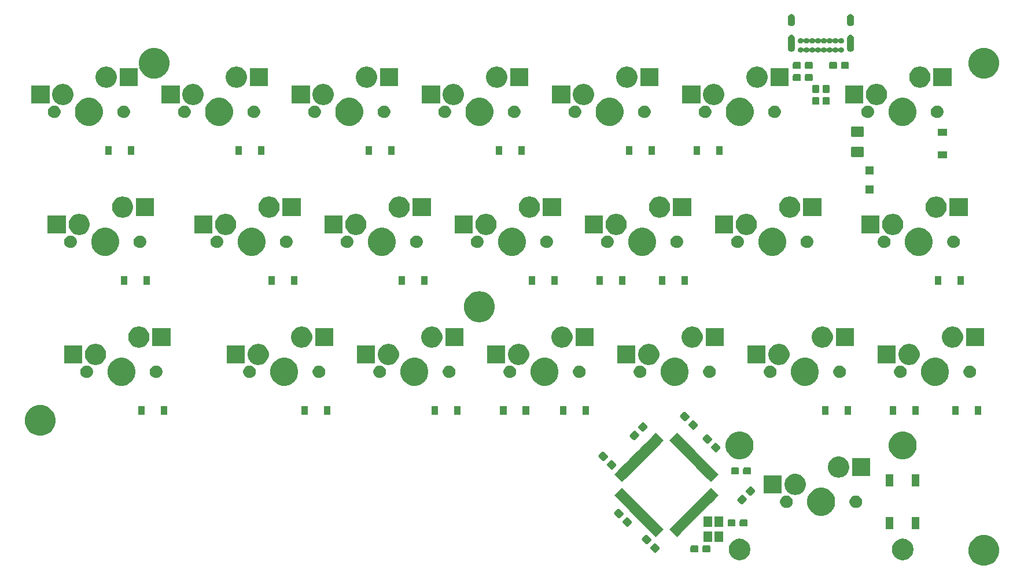
<source format=gbs>
G04 #@! TF.GenerationSoftware,KiCad,Pcbnew,5.1.5*
G04 #@! TF.CreationDate,2019-12-31T20:45:16+09:00*
G04 #@! TF.ProjectId,half_qwerty,68616c66-5f71-4776-9572-74792e6b6963,rev?*
G04 #@! TF.SameCoordinates,Original*
G04 #@! TF.FileFunction,Soldermask,Bot*
G04 #@! TF.FilePolarity,Negative*
%FSLAX46Y46*%
G04 Gerber Fmt 4.6, Leading zero omitted, Abs format (unit mm)*
G04 Created by KiCad (PCBNEW 5.1.5) date 2019-12-31 20:45:16*
%MOMM*%
%LPD*%
G04 APERTURE LIST*
%ADD10C,0.100000*%
G04 APERTURE END LIST*
D10*
G36*
X221732130Y-143016026D02*
G01*
X222112843Y-143091754D01*
X222522499Y-143261439D01*
X222891179Y-143507784D01*
X223204716Y-143821321D01*
X223451061Y-144190001D01*
X223620746Y-144599657D01*
X223686824Y-144931858D01*
X223707250Y-145034545D01*
X223707250Y-145477955D01*
X223699545Y-145516689D01*
X223620746Y-145912843D01*
X223451061Y-146322499D01*
X223204716Y-146691179D01*
X222891179Y-147004716D01*
X222522499Y-147251061D01*
X222112843Y-147420746D01*
X221732130Y-147496474D01*
X221677955Y-147507250D01*
X221234545Y-147507250D01*
X221180370Y-147496474D01*
X220799657Y-147420746D01*
X220390001Y-147251061D01*
X220021321Y-147004716D01*
X219707784Y-146691179D01*
X219461439Y-146322499D01*
X219291754Y-145912843D01*
X219212955Y-145516689D01*
X219205250Y-145477955D01*
X219205250Y-145034545D01*
X219225676Y-144931858D01*
X219291754Y-144599657D01*
X219461439Y-144190001D01*
X219707784Y-143821321D01*
X220021321Y-143507784D01*
X220390001Y-143261439D01*
X220799657Y-143091754D01*
X221180370Y-143016026D01*
X221234545Y-143005250D01*
X221677955Y-143005250D01*
X221732130Y-143016026D01*
G37*
G36*
X209837517Y-143542519D02*
G01*
X210041161Y-143583026D01*
X210111453Y-143612142D01*
X210327791Y-143701752D01*
X210327792Y-143701753D01*
X210585754Y-143874117D01*
X210805133Y-144093496D01*
X210903320Y-144240444D01*
X210977498Y-144351459D01*
X211042339Y-144508000D01*
X211096224Y-144638089D01*
X211116516Y-144740104D01*
X211147200Y-144894362D01*
X211156750Y-144942376D01*
X211156750Y-145252624D01*
X211096224Y-145556911D01*
X211047046Y-145675637D01*
X210977498Y-145843541D01*
X210977497Y-145843542D01*
X210805133Y-146101504D01*
X210585754Y-146320883D01*
X210413389Y-146436053D01*
X210327791Y-146493248D01*
X210159887Y-146562796D01*
X210041161Y-146611974D01*
X209889017Y-146642237D01*
X209736875Y-146672500D01*
X209426625Y-146672500D01*
X209274483Y-146642237D01*
X209122339Y-146611974D01*
X209003613Y-146562796D01*
X208835709Y-146493248D01*
X208750111Y-146436053D01*
X208577746Y-146320883D01*
X208358367Y-146101504D01*
X208186003Y-145843542D01*
X208186002Y-145843541D01*
X208116454Y-145675637D01*
X208067276Y-145556911D01*
X208006750Y-145252624D01*
X208006750Y-144942376D01*
X208016301Y-144894362D01*
X208046984Y-144740104D01*
X208067276Y-144638089D01*
X208121161Y-144508000D01*
X208186002Y-144351459D01*
X208260180Y-144240444D01*
X208358367Y-144093496D01*
X208577746Y-143874117D01*
X208835708Y-143701753D01*
X208835709Y-143701752D01*
X209052047Y-143612142D01*
X209122339Y-143583026D01*
X209325983Y-143542519D01*
X209426625Y-143522500D01*
X209736875Y-143522500D01*
X209837517Y-143542519D01*
G37*
G36*
X185961517Y-143542519D02*
G01*
X186165161Y-143583026D01*
X186235453Y-143612142D01*
X186451791Y-143701752D01*
X186451792Y-143701753D01*
X186709754Y-143874117D01*
X186929133Y-144093496D01*
X187027320Y-144240444D01*
X187101498Y-144351459D01*
X187166339Y-144508000D01*
X187220224Y-144638089D01*
X187240516Y-144740104D01*
X187271200Y-144894362D01*
X187280750Y-144942376D01*
X187280750Y-145252624D01*
X187220224Y-145556911D01*
X187171046Y-145675637D01*
X187101498Y-145843541D01*
X187101497Y-145843542D01*
X186929133Y-146101504D01*
X186709754Y-146320883D01*
X186537389Y-146436053D01*
X186451791Y-146493248D01*
X186283887Y-146562796D01*
X186165161Y-146611974D01*
X186013017Y-146642237D01*
X185860875Y-146672500D01*
X185550625Y-146672500D01*
X185398483Y-146642237D01*
X185246339Y-146611974D01*
X185127613Y-146562796D01*
X184959709Y-146493248D01*
X184874111Y-146436053D01*
X184701746Y-146320883D01*
X184482367Y-146101504D01*
X184310003Y-145843542D01*
X184310002Y-145843541D01*
X184240454Y-145675637D01*
X184191276Y-145556911D01*
X184130750Y-145252624D01*
X184130750Y-144942376D01*
X184140301Y-144894362D01*
X184170984Y-144740104D01*
X184191276Y-144638089D01*
X184245161Y-144508000D01*
X184310002Y-144351459D01*
X184384180Y-144240444D01*
X184482367Y-144093496D01*
X184701746Y-143874117D01*
X184959708Y-143701753D01*
X184959709Y-143701752D01*
X185176047Y-143612142D01*
X185246339Y-143583026D01*
X185449983Y-143542519D01*
X185550625Y-143522500D01*
X185860875Y-143522500D01*
X185961517Y-143542519D01*
G37*
G36*
X173342362Y-144198981D02*
G01*
X173379858Y-144210356D01*
X173414417Y-144228828D01*
X173449481Y-144257604D01*
X173971832Y-144779955D01*
X174000608Y-144815019D01*
X174019080Y-144849578D01*
X174030455Y-144887074D01*
X174034295Y-144926073D01*
X174030455Y-144965072D01*
X174019080Y-145002568D01*
X174000608Y-145037127D01*
X173971832Y-145072191D01*
X173520191Y-145523832D01*
X173485127Y-145552608D01*
X173450568Y-145571080D01*
X173413072Y-145582455D01*
X173374073Y-145586295D01*
X173335074Y-145582455D01*
X173297578Y-145571080D01*
X173263019Y-145552608D01*
X173227955Y-145523832D01*
X172705604Y-145001481D01*
X172676828Y-144966417D01*
X172658356Y-144931858D01*
X172646981Y-144894362D01*
X172643141Y-144855363D01*
X172646981Y-144816364D01*
X172658356Y-144778868D01*
X172676828Y-144744309D01*
X172705604Y-144709245D01*
X173157245Y-144257604D01*
X173192309Y-144228828D01*
X173226868Y-144210356D01*
X173264364Y-144198981D01*
X173303363Y-144195141D01*
X173342362Y-144198981D01*
G37*
G36*
X181262500Y-144512445D02*
G01*
X181299996Y-144523820D01*
X181334555Y-144542292D01*
X181364848Y-144567153D01*
X181389709Y-144597446D01*
X181408181Y-144632005D01*
X181419556Y-144669501D01*
X181424001Y-144714638D01*
X181424001Y-145353362D01*
X181419556Y-145398499D01*
X181408181Y-145435995D01*
X181389709Y-145470554D01*
X181364848Y-145500847D01*
X181334555Y-145525708D01*
X181299996Y-145544180D01*
X181262500Y-145555555D01*
X181217363Y-145560000D01*
X180478639Y-145560000D01*
X180433502Y-145555555D01*
X180396006Y-145544180D01*
X180361447Y-145525708D01*
X180331154Y-145500847D01*
X180306293Y-145470554D01*
X180287821Y-145435995D01*
X180276446Y-145398499D01*
X180272001Y-145353362D01*
X180272001Y-144714638D01*
X180276446Y-144669501D01*
X180287821Y-144632005D01*
X180306293Y-144597446D01*
X180331154Y-144567153D01*
X180361447Y-144542292D01*
X180396006Y-144523820D01*
X180433502Y-144512445D01*
X180478639Y-144508000D01*
X181217363Y-144508000D01*
X181262500Y-144512445D01*
G37*
G36*
X179512500Y-144512445D02*
G01*
X179549996Y-144523820D01*
X179584555Y-144542292D01*
X179614848Y-144567153D01*
X179639709Y-144597446D01*
X179658181Y-144632005D01*
X179669556Y-144669501D01*
X179674001Y-144714638D01*
X179674001Y-145353362D01*
X179669556Y-145398499D01*
X179658181Y-145435995D01*
X179639709Y-145470554D01*
X179614848Y-145500847D01*
X179584555Y-145525708D01*
X179549996Y-145544180D01*
X179512500Y-145555555D01*
X179467363Y-145560000D01*
X178728639Y-145560000D01*
X178683502Y-145555555D01*
X178646006Y-145544180D01*
X178611447Y-145525708D01*
X178581154Y-145500847D01*
X178556293Y-145470554D01*
X178537821Y-145435995D01*
X178526446Y-145398499D01*
X178522001Y-145353362D01*
X178522001Y-144714638D01*
X178526446Y-144669501D01*
X178537821Y-144632005D01*
X178556293Y-144597446D01*
X178581154Y-144567153D01*
X178611447Y-144542292D01*
X178646006Y-144523820D01*
X178683502Y-144512445D01*
X178728639Y-144508000D01*
X179467363Y-144508000D01*
X179512500Y-144512445D01*
G37*
G36*
X172104926Y-142961545D02*
G01*
X172142422Y-142972920D01*
X172176981Y-142991392D01*
X172212045Y-143020168D01*
X172734396Y-143542519D01*
X172763172Y-143577583D01*
X172781644Y-143612142D01*
X172793019Y-143649638D01*
X172796859Y-143688637D01*
X172793019Y-143727636D01*
X172781644Y-143765132D01*
X172763172Y-143799691D01*
X172734396Y-143834755D01*
X172282755Y-144286396D01*
X172247691Y-144315172D01*
X172213132Y-144333644D01*
X172175636Y-144345019D01*
X172136637Y-144348859D01*
X172097638Y-144345019D01*
X172060142Y-144333644D01*
X172025583Y-144315172D01*
X171990519Y-144286396D01*
X171468168Y-143764045D01*
X171439392Y-143728981D01*
X171420920Y-143694422D01*
X171409545Y-143656926D01*
X171405705Y-143617927D01*
X171409545Y-143578928D01*
X171420920Y-143541432D01*
X171439392Y-143506873D01*
X171468168Y-143471809D01*
X171919809Y-143020168D01*
X171954873Y-142991392D01*
X171989432Y-142972920D01*
X172026928Y-142961545D01*
X172065927Y-142957705D01*
X172104926Y-142961545D01*
G37*
G36*
X183315000Y-143964000D02*
G01*
X182013000Y-143964000D01*
X182013000Y-142462000D01*
X183315000Y-142462000D01*
X183315000Y-143964000D01*
G37*
G36*
X181715000Y-143964000D02*
G01*
X180413000Y-143964000D01*
X180413000Y-142462000D01*
X181715000Y-142462000D01*
X181715000Y-143964000D01*
G37*
G36*
X182661845Y-137173958D02*
G01*
X182112424Y-137723379D01*
X181546738Y-138289064D01*
X181053177Y-138782626D01*
X178152626Y-141683177D01*
X177586940Y-142248862D01*
X177093379Y-142742424D01*
X176543958Y-143291845D01*
X175411173Y-142159060D01*
X175872206Y-141698027D01*
X175888471Y-141681763D01*
X175888480Y-141681752D01*
X177091954Y-140478278D01*
X177091965Y-140478269D01*
X177108230Y-140462005D01*
X177108229Y-140462004D01*
X177569262Y-140000971D01*
X177569263Y-140000972D01*
X177585527Y-139984707D01*
X177585536Y-139984696D01*
X178223325Y-139346907D01*
X178223336Y-139346898D01*
X178239601Y-139330634D01*
X178239600Y-139330633D01*
X178700633Y-138869600D01*
X178700634Y-138869601D01*
X178716898Y-138853336D01*
X178716907Y-138853325D01*
X179354696Y-138215536D01*
X179354707Y-138215527D01*
X179370972Y-138199263D01*
X179370971Y-138199262D01*
X179832004Y-137738229D01*
X179832005Y-137738230D01*
X179848269Y-137721965D01*
X179848278Y-137721954D01*
X181051752Y-136518480D01*
X181051763Y-136518471D01*
X181068027Y-136502206D01*
X181529060Y-136041173D01*
X182661845Y-137173958D01*
G37*
G36*
X168960238Y-136518471D02*
G01*
X168960244Y-136518476D01*
X170163727Y-137721959D01*
X170163732Y-137721965D01*
X170657294Y-138215527D01*
X170657300Y-138215532D01*
X171295098Y-138853330D01*
X171295103Y-138853336D01*
X171788665Y-139346898D01*
X171788671Y-139346903D01*
X172426469Y-139984701D01*
X172426474Y-139984707D01*
X172920036Y-140478269D01*
X172920042Y-140478274D01*
X174123525Y-141681757D01*
X174123530Y-141681763D01*
X174600827Y-142159060D01*
X173468042Y-143291845D01*
X172918627Y-142742430D01*
X172918622Y-142742424D01*
X171859375Y-141683177D01*
X171859369Y-141683172D01*
X171221571Y-141045374D01*
X171221566Y-141045368D01*
X170728004Y-140551806D01*
X170727998Y-140551801D01*
X170090200Y-139914003D01*
X170090195Y-139913997D01*
X169596633Y-139420435D01*
X169596627Y-139420430D01*
X168958829Y-138782632D01*
X168958824Y-138782626D01*
X167899577Y-137723379D01*
X167899571Y-137723374D01*
X167350155Y-137173958D01*
X168482940Y-136041173D01*
X168960238Y-136518471D01*
G37*
G36*
X212001000Y-142163500D02*
G01*
X210899000Y-142163500D01*
X210899000Y-140361500D01*
X212001000Y-140361500D01*
X212001000Y-142163500D01*
G37*
G36*
X208201000Y-142163500D02*
G01*
X207099000Y-142163500D01*
X207099000Y-140361500D01*
X208201000Y-140361500D01*
X208201000Y-142163500D01*
G37*
G36*
X169278362Y-140388981D02*
G01*
X169315858Y-140400356D01*
X169350417Y-140418828D01*
X169385481Y-140447604D01*
X169907832Y-140969955D01*
X169936608Y-141005019D01*
X169955080Y-141039578D01*
X169966455Y-141077074D01*
X169970295Y-141116073D01*
X169966455Y-141155072D01*
X169955080Y-141192568D01*
X169936608Y-141227127D01*
X169907832Y-141262191D01*
X169456191Y-141713832D01*
X169421127Y-141742608D01*
X169386568Y-141761080D01*
X169349072Y-141772455D01*
X169310073Y-141776295D01*
X169271074Y-141772455D01*
X169233578Y-141761080D01*
X169199019Y-141742608D01*
X169163955Y-141713832D01*
X168641604Y-141191481D01*
X168612828Y-141156417D01*
X168594356Y-141121858D01*
X168582981Y-141084362D01*
X168579141Y-141045363D01*
X168582981Y-141006364D01*
X168594356Y-140968868D01*
X168612828Y-140934309D01*
X168641604Y-140899245D01*
X169093245Y-140447604D01*
X169128309Y-140418828D01*
X169162868Y-140400356D01*
X169200364Y-140388981D01*
X169239363Y-140385141D01*
X169278362Y-140388981D01*
G37*
G36*
X183315000Y-141764000D02*
G01*
X182013000Y-141764000D01*
X182013000Y-140262000D01*
X183315000Y-140262000D01*
X183315000Y-141764000D01*
G37*
G36*
X181715000Y-141764000D02*
G01*
X180413000Y-141764000D01*
X180413000Y-140262000D01*
X181715000Y-140262000D01*
X181715000Y-141764000D01*
G37*
G36*
X184959499Y-140702445D02*
G01*
X184996995Y-140713820D01*
X185031554Y-140732292D01*
X185061847Y-140757153D01*
X185086708Y-140787446D01*
X185105180Y-140822005D01*
X185116555Y-140859501D01*
X185121000Y-140904638D01*
X185121000Y-141543362D01*
X185116555Y-141588499D01*
X185105180Y-141625995D01*
X185086708Y-141660554D01*
X185061847Y-141690847D01*
X185031554Y-141715708D01*
X184996995Y-141734180D01*
X184959499Y-141745555D01*
X184914362Y-141750000D01*
X184175638Y-141750000D01*
X184130501Y-141745555D01*
X184093005Y-141734180D01*
X184058446Y-141715708D01*
X184028153Y-141690847D01*
X184003292Y-141660554D01*
X183984820Y-141625995D01*
X183973445Y-141588499D01*
X183969000Y-141543362D01*
X183969000Y-140904638D01*
X183973445Y-140859501D01*
X183984820Y-140822005D01*
X184003292Y-140787446D01*
X184028153Y-140757153D01*
X184058446Y-140732292D01*
X184093005Y-140713820D01*
X184130501Y-140702445D01*
X184175638Y-140698000D01*
X184914362Y-140698000D01*
X184959499Y-140702445D01*
G37*
G36*
X186709499Y-140702445D02*
G01*
X186746995Y-140713820D01*
X186781554Y-140732292D01*
X186811847Y-140757153D01*
X186836708Y-140787446D01*
X186855180Y-140822005D01*
X186866555Y-140859501D01*
X186871000Y-140904638D01*
X186871000Y-141543362D01*
X186866555Y-141588499D01*
X186855180Y-141625995D01*
X186836708Y-141660554D01*
X186811847Y-141690847D01*
X186781554Y-141715708D01*
X186746995Y-141734180D01*
X186709499Y-141745555D01*
X186664362Y-141750000D01*
X185925638Y-141750000D01*
X185880501Y-141745555D01*
X185843005Y-141734180D01*
X185808446Y-141715708D01*
X185778153Y-141690847D01*
X185753292Y-141660554D01*
X185734820Y-141625995D01*
X185723445Y-141588499D01*
X185719000Y-141543362D01*
X185719000Y-140904638D01*
X185723445Y-140859501D01*
X185734820Y-140822005D01*
X185753292Y-140787446D01*
X185778153Y-140757153D01*
X185808446Y-140732292D01*
X185843005Y-140713820D01*
X185880501Y-140702445D01*
X185925638Y-140698000D01*
X186664362Y-140698000D01*
X186709499Y-140702445D01*
G37*
G36*
X168040926Y-139151545D02*
G01*
X168078422Y-139162920D01*
X168112981Y-139181392D01*
X168148045Y-139210168D01*
X168670396Y-139732519D01*
X168699172Y-139767583D01*
X168717644Y-139802142D01*
X168729019Y-139839638D01*
X168732859Y-139878637D01*
X168729019Y-139917636D01*
X168717644Y-139955132D01*
X168699172Y-139989691D01*
X168670396Y-140024755D01*
X168218755Y-140476396D01*
X168183691Y-140505172D01*
X168149132Y-140523644D01*
X168111636Y-140535019D01*
X168072637Y-140538859D01*
X168033638Y-140535019D01*
X167996142Y-140523644D01*
X167961583Y-140505172D01*
X167926519Y-140476396D01*
X167404168Y-139954045D01*
X167375392Y-139918981D01*
X167356920Y-139884422D01*
X167345545Y-139846926D01*
X167341705Y-139807927D01*
X167345545Y-139768928D01*
X167356920Y-139731432D01*
X167375392Y-139696873D01*
X167404168Y-139661809D01*
X167855809Y-139210168D01*
X167890873Y-139181392D01*
X167925432Y-139162920D01*
X167962928Y-139151545D01*
X168001927Y-139147705D01*
X168040926Y-139151545D01*
G37*
G36*
X198240224Y-136146184D02*
G01*
X198458224Y-136236483D01*
X198612373Y-136300333D01*
X198947298Y-136524123D01*
X199232127Y-136808952D01*
X199455917Y-137143877D01*
X199494431Y-137236859D01*
X199610066Y-137516026D01*
X199688650Y-137911094D01*
X199688650Y-138313906D01*
X199610066Y-138708974D01*
X199550269Y-138853336D01*
X199455917Y-139081123D01*
X199232127Y-139416048D01*
X198947298Y-139700877D01*
X198612373Y-139924667D01*
X198480518Y-139979283D01*
X198240224Y-140078816D01*
X197845156Y-140157400D01*
X197442344Y-140157400D01*
X197047276Y-140078816D01*
X196806982Y-139979283D01*
X196675127Y-139924667D01*
X196340202Y-139700877D01*
X196055373Y-139416048D01*
X195831583Y-139081123D01*
X195737231Y-138853336D01*
X195677434Y-138708974D01*
X195598850Y-138313906D01*
X195598850Y-137911094D01*
X195677434Y-137516026D01*
X195793069Y-137236859D01*
X195831583Y-137143877D01*
X196055373Y-136808952D01*
X196340202Y-136524123D01*
X196675127Y-136300333D01*
X196829276Y-136236483D01*
X197047276Y-136146184D01*
X197442344Y-136067600D01*
X197845156Y-136067600D01*
X198240224Y-136146184D01*
G37*
G36*
X192833854Y-137222085D02*
G01*
X193002376Y-137291889D01*
X193154041Y-137393228D01*
X193283022Y-137522209D01*
X193384361Y-137673874D01*
X193454165Y-137842396D01*
X193489750Y-138021297D01*
X193489750Y-138203703D01*
X193454165Y-138382604D01*
X193384361Y-138551126D01*
X193283022Y-138702791D01*
X193154041Y-138831772D01*
X193002376Y-138933111D01*
X192833854Y-139002915D01*
X192654953Y-139038500D01*
X192472547Y-139038500D01*
X192293646Y-139002915D01*
X192125124Y-138933111D01*
X191973459Y-138831772D01*
X191844478Y-138702791D01*
X191743139Y-138551126D01*
X191673335Y-138382604D01*
X191637750Y-138203703D01*
X191637750Y-138021297D01*
X191673335Y-137842396D01*
X191743139Y-137673874D01*
X191844478Y-137522209D01*
X191973459Y-137393228D01*
X192125124Y-137291889D01*
X192293646Y-137222085D01*
X192472547Y-137186500D01*
X192654953Y-137186500D01*
X192833854Y-137222085D01*
G37*
G36*
X202993854Y-137222085D02*
G01*
X203162376Y-137291889D01*
X203314041Y-137393228D01*
X203443022Y-137522209D01*
X203544361Y-137673874D01*
X203614165Y-137842396D01*
X203649750Y-138021297D01*
X203649750Y-138203703D01*
X203614165Y-138382604D01*
X203544361Y-138551126D01*
X203443022Y-138702791D01*
X203314041Y-138831772D01*
X203162376Y-138933111D01*
X202993854Y-139002915D01*
X202814953Y-139038500D01*
X202632547Y-139038500D01*
X202453646Y-139002915D01*
X202285124Y-138933111D01*
X202133459Y-138831772D01*
X202004478Y-138702791D01*
X201903139Y-138551126D01*
X201833335Y-138382604D01*
X201797750Y-138203703D01*
X201797750Y-138021297D01*
X201833335Y-137842396D01*
X201903139Y-137673874D01*
X202004478Y-137522209D01*
X202133459Y-137393228D01*
X202285124Y-137291889D01*
X202453646Y-137222085D01*
X202632547Y-137186500D01*
X202814953Y-137186500D01*
X202993854Y-137222085D01*
G37*
G36*
X186145636Y-137086981D02*
G01*
X186183132Y-137098356D01*
X186217691Y-137116828D01*
X186252755Y-137145604D01*
X186704396Y-137597245D01*
X186733172Y-137632309D01*
X186751644Y-137666868D01*
X186763019Y-137704364D01*
X186766859Y-137743363D01*
X186763019Y-137782362D01*
X186751644Y-137819858D01*
X186733172Y-137854417D01*
X186704396Y-137889481D01*
X186182045Y-138411832D01*
X186146981Y-138440608D01*
X186112422Y-138459080D01*
X186074926Y-138470455D01*
X186035927Y-138474295D01*
X185996928Y-138470455D01*
X185959432Y-138459080D01*
X185924873Y-138440608D01*
X185889809Y-138411832D01*
X185438168Y-137960191D01*
X185409392Y-137925127D01*
X185390920Y-137890568D01*
X185379545Y-137853072D01*
X185375705Y-137814073D01*
X185379545Y-137775074D01*
X185390920Y-137737578D01*
X185409392Y-137703019D01*
X185438168Y-137667955D01*
X185960519Y-137145604D01*
X185995583Y-137116828D01*
X186030142Y-137098356D01*
X186067638Y-137086981D01*
X186106637Y-137083141D01*
X186145636Y-137086981D01*
G37*
G36*
X187383072Y-135849545D02*
G01*
X187420568Y-135860920D01*
X187455127Y-135879392D01*
X187490191Y-135908168D01*
X187941832Y-136359809D01*
X187970608Y-136394873D01*
X187989080Y-136429432D01*
X188000455Y-136466928D01*
X188004295Y-136505927D01*
X188000455Y-136544926D01*
X187989080Y-136582422D01*
X187970608Y-136616981D01*
X187941832Y-136652045D01*
X187419481Y-137174396D01*
X187384417Y-137203172D01*
X187349858Y-137221644D01*
X187312362Y-137233019D01*
X187273363Y-137236859D01*
X187234364Y-137233019D01*
X187196868Y-137221644D01*
X187162309Y-137203172D01*
X187127245Y-137174396D01*
X186675604Y-136722755D01*
X186646828Y-136687691D01*
X186628356Y-136653132D01*
X186616981Y-136615636D01*
X186613141Y-136576637D01*
X186616981Y-136537638D01*
X186628356Y-136500142D01*
X186646828Y-136465583D01*
X186675604Y-136430519D01*
X187197955Y-135908168D01*
X187233019Y-135879392D01*
X187267578Y-135860920D01*
X187305074Y-135849545D01*
X187344073Y-135845705D01*
X187383072Y-135849545D01*
G37*
G36*
X194082301Y-134040554D02*
G01*
X194286160Y-134081104D01*
X194568424Y-134198021D01*
X194822455Y-134367759D01*
X195038491Y-134583795D01*
X195208229Y-134837826D01*
X195325146Y-135120090D01*
X195384750Y-135419740D01*
X195384750Y-135725260D01*
X195325146Y-136024910D01*
X195208229Y-136307174D01*
X195038491Y-136561205D01*
X194822455Y-136777241D01*
X194568424Y-136946979D01*
X194286160Y-137063896D01*
X194136335Y-137093698D01*
X193986511Y-137123500D01*
X193680989Y-137123500D01*
X193531165Y-137093698D01*
X193381340Y-137063896D01*
X193099076Y-136946979D01*
X192845045Y-136777241D01*
X192629009Y-136561205D01*
X192459271Y-136307174D01*
X192342354Y-136024910D01*
X192282750Y-135725260D01*
X192282750Y-135419740D01*
X192342354Y-135120090D01*
X192459271Y-134837826D01*
X192629009Y-134583795D01*
X192845045Y-134367759D01*
X193099076Y-134198021D01*
X193381340Y-134081104D01*
X193585199Y-134040554D01*
X193680989Y-134021500D01*
X193986511Y-134021500D01*
X194082301Y-134040554D01*
G37*
G36*
X191884750Y-136873500D02*
G01*
X189232750Y-136873500D01*
X189232750Y-134271500D01*
X191884750Y-134271500D01*
X191884750Y-136873500D01*
G37*
G36*
X208201000Y-135863500D02*
G01*
X207099000Y-135863500D01*
X207099000Y-134061500D01*
X208201000Y-134061500D01*
X208201000Y-135863500D01*
G37*
G36*
X212001000Y-135863500D02*
G01*
X210899000Y-135863500D01*
X210899000Y-134061500D01*
X212001000Y-134061500D01*
X212001000Y-135863500D01*
G37*
G36*
X174600827Y-129112940D02*
G01*
X174123530Y-129590238D01*
X168960238Y-134753530D01*
X168482940Y-135230827D01*
X167350155Y-134098042D01*
X167899566Y-133548631D01*
X167899577Y-133548622D01*
X167915841Y-133532357D01*
X168942559Y-132505639D01*
X168958824Y-132489375D01*
X168958833Y-132489364D01*
X169596622Y-131851575D01*
X169596633Y-131851566D01*
X169612898Y-131835302D01*
X169612897Y-131835301D01*
X170073930Y-131374268D01*
X170073931Y-131374269D01*
X170090195Y-131358004D01*
X170090204Y-131357993D01*
X170727993Y-130720204D01*
X170728004Y-130720195D01*
X170744269Y-130703931D01*
X170744268Y-130703930D01*
X171205301Y-130242897D01*
X171205302Y-130242898D01*
X171221566Y-130226633D01*
X171221575Y-130226622D01*
X171859364Y-129588833D01*
X171859375Y-129588824D01*
X171875639Y-129572559D01*
X172902357Y-128545841D01*
X172918622Y-128529577D01*
X172918631Y-128529566D01*
X173468042Y-127980155D01*
X174600827Y-129112940D01*
G37*
G36*
X177093374Y-128529571D02*
G01*
X177093379Y-128529577D01*
X178152626Y-129588824D01*
X178152632Y-129588829D01*
X178790430Y-130226627D01*
X178790435Y-130226633D01*
X179283997Y-130720195D01*
X179284003Y-130720200D01*
X179921801Y-131357998D01*
X179921806Y-131358004D01*
X180415368Y-131851566D01*
X180415374Y-131851571D01*
X181053172Y-132489369D01*
X181053177Y-132489375D01*
X182112424Y-133548622D01*
X182112430Y-133548627D01*
X182661845Y-134098042D01*
X181529060Y-135230827D01*
X181051763Y-134753530D01*
X181051757Y-134753525D01*
X179848274Y-133550042D01*
X179848269Y-133550036D01*
X179354707Y-133056474D01*
X179354701Y-133056469D01*
X178716903Y-132418671D01*
X178716898Y-132418665D01*
X178223336Y-131925103D01*
X178223330Y-131925098D01*
X177585532Y-131287300D01*
X177585527Y-131287294D01*
X177091965Y-130793732D01*
X177091959Y-130793727D01*
X175888476Y-129590244D01*
X175888471Y-129590238D01*
X175411173Y-129112940D01*
X176543958Y-127980155D01*
X177093374Y-128529571D01*
G37*
G36*
X200412609Y-131496637D02*
G01*
X200636160Y-131541104D01*
X200918424Y-131658021D01*
X201172455Y-131827759D01*
X201388491Y-132043795D01*
X201558229Y-132297826D01*
X201675146Y-132580090D01*
X201685755Y-132633427D01*
X201734750Y-132879739D01*
X201734750Y-133185261D01*
X201731419Y-133202005D01*
X201675146Y-133484910D01*
X201558229Y-133767174D01*
X201388491Y-134021205D01*
X201172455Y-134237241D01*
X200918424Y-134406979D01*
X200636160Y-134523896D01*
X200486335Y-134553698D01*
X200336511Y-134583500D01*
X200030989Y-134583500D01*
X199881165Y-134553698D01*
X199731340Y-134523896D01*
X199449076Y-134406979D01*
X199195045Y-134237241D01*
X198979009Y-134021205D01*
X198809271Y-133767174D01*
X198692354Y-133484910D01*
X198636081Y-133202005D01*
X198632750Y-133185261D01*
X198632750Y-132879739D01*
X198681745Y-132633427D01*
X198692354Y-132580090D01*
X198809271Y-132297826D01*
X198979009Y-132043795D01*
X199195045Y-131827759D01*
X199449076Y-131658021D01*
X199731340Y-131541104D01*
X199954891Y-131496637D01*
X200030989Y-131481500D01*
X200336511Y-131481500D01*
X200412609Y-131496637D01*
G37*
G36*
X204811750Y-134333500D02*
G01*
X202159750Y-134333500D01*
X202159750Y-131731500D01*
X204811750Y-131731500D01*
X204811750Y-134333500D01*
G37*
G36*
X185467499Y-133082445D02*
G01*
X185504995Y-133093820D01*
X185539554Y-133112292D01*
X185569847Y-133137153D01*
X185594708Y-133167446D01*
X185613180Y-133202005D01*
X185624555Y-133239501D01*
X185629000Y-133284638D01*
X185629000Y-133923362D01*
X185624555Y-133968499D01*
X185613180Y-134005995D01*
X185594708Y-134040554D01*
X185569847Y-134070847D01*
X185539554Y-134095708D01*
X185504995Y-134114180D01*
X185467499Y-134125555D01*
X185422362Y-134130000D01*
X184683638Y-134130000D01*
X184638501Y-134125555D01*
X184601005Y-134114180D01*
X184566446Y-134095708D01*
X184536153Y-134070847D01*
X184511292Y-134040554D01*
X184492820Y-134005995D01*
X184481445Y-133968499D01*
X184477000Y-133923362D01*
X184477000Y-133284638D01*
X184481445Y-133239501D01*
X184492820Y-133202005D01*
X184511292Y-133167446D01*
X184536153Y-133137153D01*
X184566446Y-133112292D01*
X184601005Y-133093820D01*
X184638501Y-133082445D01*
X184683638Y-133078000D01*
X185422362Y-133078000D01*
X185467499Y-133082445D01*
G37*
G36*
X187217499Y-133082445D02*
G01*
X187254995Y-133093820D01*
X187289554Y-133112292D01*
X187319847Y-133137153D01*
X187344708Y-133167446D01*
X187363180Y-133202005D01*
X187374555Y-133239501D01*
X187379000Y-133284638D01*
X187379000Y-133923362D01*
X187374555Y-133968499D01*
X187363180Y-134005995D01*
X187344708Y-134040554D01*
X187319847Y-134070847D01*
X187289554Y-134095708D01*
X187254995Y-134114180D01*
X187217499Y-134125555D01*
X187172362Y-134130000D01*
X186433638Y-134130000D01*
X186388501Y-134125555D01*
X186351005Y-134114180D01*
X186316446Y-134095708D01*
X186286153Y-134070847D01*
X186261292Y-134040554D01*
X186242820Y-134005995D01*
X186231445Y-133968499D01*
X186227000Y-133923362D01*
X186227000Y-133284638D01*
X186231445Y-133239501D01*
X186242820Y-133202005D01*
X186261292Y-133167446D01*
X186286153Y-133137153D01*
X186316446Y-133112292D01*
X186351005Y-133093820D01*
X186388501Y-133082445D01*
X186433638Y-133078000D01*
X187172362Y-133078000D01*
X187217499Y-133082445D01*
G37*
G36*
X166992362Y-132006981D02*
G01*
X167029858Y-132018356D01*
X167064417Y-132036828D01*
X167099481Y-132065604D01*
X167621832Y-132587955D01*
X167650608Y-132623019D01*
X167669080Y-132657578D01*
X167680455Y-132695074D01*
X167684295Y-132734073D01*
X167680455Y-132773072D01*
X167669080Y-132810568D01*
X167650608Y-132845127D01*
X167621832Y-132880191D01*
X167170191Y-133331832D01*
X167135127Y-133360608D01*
X167100568Y-133379080D01*
X167063072Y-133390455D01*
X167024073Y-133394295D01*
X166985074Y-133390455D01*
X166947578Y-133379080D01*
X166913019Y-133360608D01*
X166877955Y-133331832D01*
X166355604Y-132809481D01*
X166326828Y-132774417D01*
X166308356Y-132739858D01*
X166296981Y-132702362D01*
X166293141Y-132663363D01*
X166296981Y-132624364D01*
X166308356Y-132586868D01*
X166326828Y-132552309D01*
X166355604Y-132517245D01*
X166807245Y-132065604D01*
X166842309Y-132036828D01*
X166876868Y-132018356D01*
X166914364Y-132006981D01*
X166953363Y-132003141D01*
X166992362Y-132006981D01*
G37*
G36*
X165754926Y-130769545D02*
G01*
X165792422Y-130780920D01*
X165826981Y-130799392D01*
X165862045Y-130828168D01*
X166384396Y-131350519D01*
X166413172Y-131385583D01*
X166431644Y-131420142D01*
X166443019Y-131457638D01*
X166446859Y-131496637D01*
X166443019Y-131535636D01*
X166431644Y-131573132D01*
X166413172Y-131607691D01*
X166384396Y-131642755D01*
X165932755Y-132094396D01*
X165897691Y-132123172D01*
X165863132Y-132141644D01*
X165825636Y-132153019D01*
X165786637Y-132156859D01*
X165747638Y-132153019D01*
X165710142Y-132141644D01*
X165675583Y-132123172D01*
X165640519Y-132094396D01*
X165118168Y-131572045D01*
X165089392Y-131536981D01*
X165070920Y-131502422D01*
X165059545Y-131464926D01*
X165055705Y-131425927D01*
X165059545Y-131386928D01*
X165070920Y-131349432D01*
X165089392Y-131314873D01*
X165118168Y-131279809D01*
X165569809Y-130828168D01*
X165604873Y-130799392D01*
X165639432Y-130780920D01*
X165676928Y-130769545D01*
X165715927Y-130765705D01*
X165754926Y-130769545D01*
G37*
G36*
X210178224Y-127891184D02*
G01*
X210393019Y-127980155D01*
X210550373Y-128045333D01*
X210885298Y-128269123D01*
X211170127Y-128553952D01*
X211393917Y-128888877D01*
X211393917Y-128888878D01*
X211548066Y-129261026D01*
X211626650Y-129656094D01*
X211626650Y-130058906D01*
X211548066Y-130453974D01*
X211457767Y-130671974D01*
X211393917Y-130826123D01*
X211170127Y-131161048D01*
X210885298Y-131445877D01*
X210550373Y-131669667D01*
X210519135Y-131682606D01*
X210178224Y-131823816D01*
X209783156Y-131902400D01*
X209380344Y-131902400D01*
X208985276Y-131823816D01*
X208644365Y-131682606D01*
X208613127Y-131669667D01*
X208278202Y-131445877D01*
X207993373Y-131161048D01*
X207769583Y-130826123D01*
X207705733Y-130671974D01*
X207615434Y-130453974D01*
X207536850Y-130058906D01*
X207536850Y-129656094D01*
X207615434Y-129261026D01*
X207769583Y-128888878D01*
X207769583Y-128888877D01*
X207993373Y-128553952D01*
X208278202Y-128269123D01*
X208613127Y-128045333D01*
X208770481Y-127980155D01*
X208985276Y-127891184D01*
X209380344Y-127812600D01*
X209783156Y-127812600D01*
X210178224Y-127891184D01*
G37*
G36*
X186302224Y-127891184D02*
G01*
X186517019Y-127980155D01*
X186674373Y-128045333D01*
X187009298Y-128269123D01*
X187294127Y-128553952D01*
X187517917Y-128888877D01*
X187517917Y-128888878D01*
X187672066Y-129261026D01*
X187750650Y-129656094D01*
X187750650Y-130058906D01*
X187672066Y-130453974D01*
X187581767Y-130671974D01*
X187517917Y-130826123D01*
X187294127Y-131161048D01*
X187009298Y-131445877D01*
X186674373Y-131669667D01*
X186643135Y-131682606D01*
X186302224Y-131823816D01*
X185907156Y-131902400D01*
X185504344Y-131902400D01*
X185109276Y-131823816D01*
X184768365Y-131682606D01*
X184737127Y-131669667D01*
X184402202Y-131445877D01*
X184117373Y-131161048D01*
X183893583Y-130826123D01*
X183829733Y-130671974D01*
X183739434Y-130453974D01*
X183660850Y-130058906D01*
X183660850Y-129656094D01*
X183739434Y-129261026D01*
X183893583Y-128888878D01*
X183893583Y-128888877D01*
X184117373Y-128553952D01*
X184402202Y-128269123D01*
X184737127Y-128045333D01*
X184894481Y-127980155D01*
X185109276Y-127891184D01*
X185504344Y-127812600D01*
X185907156Y-127812600D01*
X186302224Y-127891184D01*
G37*
G36*
X182232362Y-129466981D02*
G01*
X182269858Y-129478356D01*
X182304417Y-129496828D01*
X182339481Y-129525604D01*
X182861832Y-130047955D01*
X182890608Y-130083019D01*
X182909080Y-130117578D01*
X182920455Y-130155074D01*
X182924295Y-130194073D01*
X182920455Y-130233072D01*
X182909080Y-130270568D01*
X182890608Y-130305127D01*
X182861832Y-130340191D01*
X182410191Y-130791832D01*
X182375127Y-130820608D01*
X182340568Y-130839080D01*
X182303072Y-130850455D01*
X182264073Y-130854295D01*
X182225074Y-130850455D01*
X182187578Y-130839080D01*
X182153019Y-130820608D01*
X182117955Y-130791832D01*
X181595604Y-130269481D01*
X181566828Y-130234417D01*
X181548356Y-130199858D01*
X181536981Y-130162362D01*
X181533141Y-130123363D01*
X181536981Y-130084364D01*
X181548356Y-130046868D01*
X181566828Y-130012309D01*
X181595604Y-129977245D01*
X182047245Y-129525604D01*
X182082309Y-129496828D01*
X182116868Y-129478356D01*
X182154364Y-129466981D01*
X182193363Y-129463141D01*
X182232362Y-129466981D01*
G37*
G36*
X180994926Y-128229545D02*
G01*
X181032422Y-128240920D01*
X181066981Y-128259392D01*
X181102045Y-128288168D01*
X181624396Y-128810519D01*
X181653172Y-128845583D01*
X181671644Y-128880142D01*
X181683019Y-128917638D01*
X181686859Y-128956637D01*
X181683019Y-128995636D01*
X181671644Y-129033132D01*
X181653172Y-129067691D01*
X181624396Y-129102755D01*
X181172755Y-129554396D01*
X181137691Y-129583172D01*
X181103132Y-129601644D01*
X181065636Y-129613019D01*
X181026637Y-129616859D01*
X180987638Y-129613019D01*
X180950142Y-129601644D01*
X180915583Y-129583172D01*
X180880519Y-129554396D01*
X180358168Y-129032045D01*
X180329392Y-128996981D01*
X180310920Y-128962422D01*
X180299545Y-128924926D01*
X180295705Y-128885927D01*
X180299545Y-128846928D01*
X180310920Y-128809432D01*
X180329392Y-128774873D01*
X180358168Y-128739809D01*
X180809809Y-128288168D01*
X180844873Y-128259392D01*
X180879432Y-128240920D01*
X180916928Y-128229545D01*
X180955927Y-128225705D01*
X180994926Y-128229545D01*
G37*
G36*
X170397636Y-127688981D02*
G01*
X170435132Y-127700356D01*
X170469691Y-127718828D01*
X170504755Y-127747604D01*
X170956396Y-128199245D01*
X170985172Y-128234309D01*
X171003644Y-128268868D01*
X171015019Y-128306364D01*
X171018859Y-128345363D01*
X171015019Y-128384362D01*
X171003644Y-128421858D01*
X170985172Y-128456417D01*
X170956396Y-128491481D01*
X170434045Y-129013832D01*
X170398981Y-129042608D01*
X170364422Y-129061080D01*
X170326926Y-129072455D01*
X170287927Y-129076295D01*
X170248928Y-129072455D01*
X170211432Y-129061080D01*
X170176873Y-129042608D01*
X170141809Y-129013832D01*
X169690168Y-128562191D01*
X169661392Y-128527127D01*
X169642920Y-128492568D01*
X169631545Y-128455072D01*
X169627705Y-128416073D01*
X169631545Y-128377074D01*
X169642920Y-128339578D01*
X169661392Y-128305019D01*
X169690168Y-128269955D01*
X170212519Y-127747604D01*
X170247583Y-127718828D01*
X170282142Y-127700356D01*
X170319638Y-127688981D01*
X170358637Y-127685141D01*
X170397636Y-127688981D01*
G37*
G36*
X83619630Y-123966026D02*
G01*
X84000343Y-124041754D01*
X84409999Y-124211439D01*
X84778679Y-124457784D01*
X85092216Y-124771321D01*
X85338561Y-125140001D01*
X85508246Y-125549657D01*
X85594750Y-125984546D01*
X85594750Y-126427954D01*
X85508246Y-126862843D01*
X85338561Y-127272499D01*
X85092216Y-127641179D01*
X84778679Y-127954716D01*
X84409999Y-128201061D01*
X84000343Y-128370746D01*
X83621967Y-128446009D01*
X83565455Y-128457250D01*
X83122045Y-128457250D01*
X83065533Y-128446009D01*
X82687157Y-128370746D01*
X82277501Y-128201061D01*
X81908821Y-127954716D01*
X81595284Y-127641179D01*
X81348939Y-127272499D01*
X81179254Y-126862843D01*
X81092750Y-126427954D01*
X81092750Y-125984546D01*
X81179254Y-125549657D01*
X81348939Y-125140001D01*
X81595284Y-124771321D01*
X81908821Y-124457784D01*
X82277501Y-124211439D01*
X82687157Y-124041754D01*
X83067870Y-123966026D01*
X83122045Y-123955250D01*
X83565455Y-123955250D01*
X83619630Y-123966026D01*
G37*
G36*
X171635072Y-126451545D02*
G01*
X171672568Y-126462920D01*
X171707127Y-126481392D01*
X171742191Y-126510168D01*
X172193832Y-126961809D01*
X172222608Y-126996873D01*
X172241080Y-127031432D01*
X172252455Y-127068928D01*
X172256295Y-127107927D01*
X172252455Y-127146926D01*
X172241080Y-127184422D01*
X172222608Y-127218981D01*
X172193832Y-127254045D01*
X171671481Y-127776396D01*
X171636417Y-127805172D01*
X171601858Y-127823644D01*
X171564362Y-127835019D01*
X171525363Y-127838859D01*
X171486364Y-127835019D01*
X171448868Y-127823644D01*
X171414309Y-127805172D01*
X171379245Y-127776396D01*
X170927604Y-127324755D01*
X170898828Y-127289691D01*
X170880356Y-127255132D01*
X170868981Y-127217636D01*
X170865141Y-127178637D01*
X170868981Y-127139638D01*
X170880356Y-127102142D01*
X170898828Y-127067583D01*
X170927604Y-127032519D01*
X171449955Y-126510168D01*
X171485019Y-126481392D01*
X171519578Y-126462920D01*
X171557074Y-126451545D01*
X171596073Y-126447705D01*
X171635072Y-126451545D01*
G37*
G36*
X178930362Y-126164981D02*
G01*
X178967858Y-126176356D01*
X179002417Y-126194828D01*
X179037481Y-126223604D01*
X179559832Y-126745955D01*
X179588608Y-126781019D01*
X179607080Y-126815578D01*
X179618455Y-126853074D01*
X179622295Y-126892073D01*
X179618455Y-126931072D01*
X179607080Y-126968568D01*
X179588608Y-127003127D01*
X179559832Y-127038191D01*
X179108191Y-127489832D01*
X179073127Y-127518608D01*
X179038568Y-127537080D01*
X179001072Y-127548455D01*
X178962073Y-127552295D01*
X178923074Y-127548455D01*
X178885578Y-127537080D01*
X178851019Y-127518608D01*
X178815955Y-127489832D01*
X178293604Y-126967481D01*
X178264828Y-126932417D01*
X178246356Y-126897858D01*
X178234981Y-126860362D01*
X178231141Y-126821363D01*
X178234981Y-126782364D01*
X178246356Y-126744868D01*
X178264828Y-126710309D01*
X178293604Y-126675245D01*
X178745245Y-126223604D01*
X178780309Y-126194828D01*
X178814868Y-126176356D01*
X178852364Y-126164981D01*
X178891363Y-126161141D01*
X178930362Y-126164981D01*
G37*
G36*
X177692926Y-124927545D02*
G01*
X177730422Y-124938920D01*
X177764981Y-124957392D01*
X177800045Y-124986168D01*
X178322396Y-125508519D01*
X178351172Y-125543583D01*
X178369644Y-125578142D01*
X178381019Y-125615638D01*
X178384859Y-125654637D01*
X178381019Y-125693636D01*
X178369644Y-125731132D01*
X178351172Y-125765691D01*
X178322396Y-125800755D01*
X177870755Y-126252396D01*
X177835691Y-126281172D01*
X177801132Y-126299644D01*
X177763636Y-126311019D01*
X177724637Y-126314859D01*
X177685638Y-126311019D01*
X177648142Y-126299644D01*
X177613583Y-126281172D01*
X177578519Y-126252396D01*
X177056168Y-125730045D01*
X177027392Y-125694981D01*
X177008920Y-125660422D01*
X176997545Y-125622926D01*
X176993705Y-125583927D01*
X176997545Y-125544928D01*
X177008920Y-125507432D01*
X177027392Y-125472873D01*
X177056168Y-125437809D01*
X177507809Y-124986168D01*
X177542873Y-124957392D01*
X177577432Y-124938920D01*
X177614928Y-124927545D01*
X177653927Y-124923705D01*
X177692926Y-124927545D01*
G37*
G36*
X154933000Y-125365000D02*
G01*
X153931000Y-125365000D01*
X153931000Y-124063000D01*
X154933000Y-124063000D01*
X154933000Y-125365000D01*
G37*
G36*
X211955000Y-125365000D02*
G01*
X210953000Y-125365000D01*
X210953000Y-124063000D01*
X211955000Y-124063000D01*
X211955000Y-125365000D01*
G37*
G36*
X217799000Y-125365000D02*
G01*
X216797000Y-125365000D01*
X216797000Y-124063000D01*
X217799000Y-124063000D01*
X217799000Y-125365000D01*
G37*
G36*
X221099000Y-125365000D02*
G01*
X220097000Y-125365000D01*
X220097000Y-124063000D01*
X221099000Y-124063000D01*
X221099000Y-125365000D01*
G37*
G36*
X198749000Y-125365000D02*
G01*
X197747000Y-125365000D01*
X197747000Y-124063000D01*
X198749000Y-124063000D01*
X198749000Y-125365000D01*
G37*
G36*
X202049000Y-125365000D02*
G01*
X201047000Y-125365000D01*
X201047000Y-124063000D01*
X202049000Y-124063000D01*
X202049000Y-125365000D01*
G37*
G36*
X122549000Y-125365000D02*
G01*
X121547000Y-125365000D01*
X121547000Y-124063000D01*
X122549000Y-124063000D01*
X122549000Y-125365000D01*
G37*
G36*
X125849000Y-125365000D02*
G01*
X124847000Y-125365000D01*
X124847000Y-124063000D01*
X125849000Y-124063000D01*
X125849000Y-125365000D01*
G37*
G36*
X160395000Y-125365000D02*
G01*
X159393000Y-125365000D01*
X159393000Y-124063000D01*
X160395000Y-124063000D01*
X160395000Y-125365000D01*
G37*
G36*
X163695000Y-125365000D02*
G01*
X162693000Y-125365000D01*
X162693000Y-124063000D01*
X163695000Y-124063000D01*
X163695000Y-125365000D01*
G37*
G36*
X208655000Y-125365000D02*
G01*
X207653000Y-125365000D01*
X207653000Y-124063000D01*
X208655000Y-124063000D01*
X208655000Y-125365000D01*
G37*
G36*
X151633000Y-125365000D02*
G01*
X150631000Y-125365000D01*
X150631000Y-124063000D01*
X151633000Y-124063000D01*
X151633000Y-125365000D01*
G37*
G36*
X144899000Y-125365000D02*
G01*
X143897000Y-125365000D01*
X143897000Y-124063000D01*
X144899000Y-124063000D01*
X144899000Y-125365000D01*
G37*
G36*
X141599000Y-125365000D02*
G01*
X140597000Y-125365000D01*
X140597000Y-124063000D01*
X141599000Y-124063000D01*
X141599000Y-125365000D01*
G37*
G36*
X101973000Y-125365000D02*
G01*
X100971000Y-125365000D01*
X100971000Y-124063000D01*
X101973000Y-124063000D01*
X101973000Y-125365000D01*
G37*
G36*
X98673000Y-125365000D02*
G01*
X97671000Y-125365000D01*
X97671000Y-124063000D01*
X98673000Y-124063000D01*
X98673000Y-125365000D01*
G37*
G36*
X119658974Y-117096184D02*
G01*
X119876974Y-117186483D01*
X120031123Y-117250333D01*
X120366048Y-117474123D01*
X120650877Y-117758952D01*
X120874667Y-118093877D01*
X120907062Y-118172086D01*
X121028816Y-118466026D01*
X121107400Y-118861094D01*
X121107400Y-119263906D01*
X121028816Y-119658974D01*
X120977951Y-119781772D01*
X120874667Y-120031123D01*
X120650877Y-120366048D01*
X120366048Y-120650877D01*
X120031123Y-120874667D01*
X119876974Y-120938517D01*
X119658974Y-121028816D01*
X119263906Y-121107400D01*
X118861094Y-121107400D01*
X118466026Y-121028816D01*
X118248026Y-120938517D01*
X118093877Y-120874667D01*
X117758952Y-120650877D01*
X117474123Y-120366048D01*
X117250333Y-120031123D01*
X117147049Y-119781772D01*
X117096184Y-119658974D01*
X117017600Y-119263906D01*
X117017600Y-118861094D01*
X117096184Y-118466026D01*
X117217938Y-118172086D01*
X117250333Y-118093877D01*
X117474123Y-117758952D01*
X117758952Y-117474123D01*
X118093877Y-117250333D01*
X118248026Y-117186483D01*
X118466026Y-117096184D01*
X118861094Y-117017600D01*
X119263906Y-117017600D01*
X119658974Y-117096184D01*
G37*
G36*
X138708974Y-117096184D02*
G01*
X138926974Y-117186483D01*
X139081123Y-117250333D01*
X139416048Y-117474123D01*
X139700877Y-117758952D01*
X139924667Y-118093877D01*
X139957062Y-118172086D01*
X140078816Y-118466026D01*
X140157400Y-118861094D01*
X140157400Y-119263906D01*
X140078816Y-119658974D01*
X140027951Y-119781772D01*
X139924667Y-120031123D01*
X139700877Y-120366048D01*
X139416048Y-120650877D01*
X139081123Y-120874667D01*
X138926974Y-120938517D01*
X138708974Y-121028816D01*
X138313906Y-121107400D01*
X137911094Y-121107400D01*
X137516026Y-121028816D01*
X137298026Y-120938517D01*
X137143877Y-120874667D01*
X136808952Y-120650877D01*
X136524123Y-120366048D01*
X136300333Y-120031123D01*
X136197049Y-119781772D01*
X136146184Y-119658974D01*
X136067600Y-119263906D01*
X136067600Y-118861094D01*
X136146184Y-118466026D01*
X136267938Y-118172086D01*
X136300333Y-118093877D01*
X136524123Y-117758952D01*
X136808952Y-117474123D01*
X137143877Y-117250333D01*
X137298026Y-117186483D01*
X137516026Y-117096184D01*
X137911094Y-117017600D01*
X138313906Y-117017600D01*
X138708974Y-117096184D01*
G37*
G36*
X157758974Y-117096184D02*
G01*
X157976974Y-117186483D01*
X158131123Y-117250333D01*
X158466048Y-117474123D01*
X158750877Y-117758952D01*
X158974667Y-118093877D01*
X159007062Y-118172086D01*
X159128816Y-118466026D01*
X159207400Y-118861094D01*
X159207400Y-119263906D01*
X159128816Y-119658974D01*
X159077951Y-119781772D01*
X158974667Y-120031123D01*
X158750877Y-120366048D01*
X158466048Y-120650877D01*
X158131123Y-120874667D01*
X157976974Y-120938517D01*
X157758974Y-121028816D01*
X157363906Y-121107400D01*
X156961094Y-121107400D01*
X156566026Y-121028816D01*
X156348026Y-120938517D01*
X156193877Y-120874667D01*
X155858952Y-120650877D01*
X155574123Y-120366048D01*
X155350333Y-120031123D01*
X155247049Y-119781772D01*
X155196184Y-119658974D01*
X155117600Y-119263906D01*
X155117600Y-118861094D01*
X155196184Y-118466026D01*
X155317938Y-118172086D01*
X155350333Y-118093877D01*
X155574123Y-117758952D01*
X155858952Y-117474123D01*
X156193877Y-117250333D01*
X156348026Y-117186483D01*
X156566026Y-117096184D01*
X156961094Y-117017600D01*
X157363906Y-117017600D01*
X157758974Y-117096184D01*
G37*
G36*
X195858974Y-117096184D02*
G01*
X196076974Y-117186483D01*
X196231123Y-117250333D01*
X196566048Y-117474123D01*
X196850877Y-117758952D01*
X197074667Y-118093877D01*
X197107062Y-118172086D01*
X197228816Y-118466026D01*
X197307400Y-118861094D01*
X197307400Y-119263906D01*
X197228816Y-119658974D01*
X197177951Y-119781772D01*
X197074667Y-120031123D01*
X196850877Y-120366048D01*
X196566048Y-120650877D01*
X196231123Y-120874667D01*
X196076974Y-120938517D01*
X195858974Y-121028816D01*
X195463906Y-121107400D01*
X195061094Y-121107400D01*
X194666026Y-121028816D01*
X194448026Y-120938517D01*
X194293877Y-120874667D01*
X193958952Y-120650877D01*
X193674123Y-120366048D01*
X193450333Y-120031123D01*
X193347049Y-119781772D01*
X193296184Y-119658974D01*
X193217600Y-119263906D01*
X193217600Y-118861094D01*
X193296184Y-118466026D01*
X193417938Y-118172086D01*
X193450333Y-118093877D01*
X193674123Y-117758952D01*
X193958952Y-117474123D01*
X194293877Y-117250333D01*
X194448026Y-117186483D01*
X194666026Y-117096184D01*
X195061094Y-117017600D01*
X195463906Y-117017600D01*
X195858974Y-117096184D01*
G37*
G36*
X95846474Y-117096184D02*
G01*
X96064474Y-117186483D01*
X96218623Y-117250333D01*
X96553548Y-117474123D01*
X96838377Y-117758952D01*
X97062167Y-118093877D01*
X97094562Y-118172086D01*
X97216316Y-118466026D01*
X97294900Y-118861094D01*
X97294900Y-119263906D01*
X97216316Y-119658974D01*
X97165451Y-119781772D01*
X97062167Y-120031123D01*
X96838377Y-120366048D01*
X96553548Y-120650877D01*
X96218623Y-120874667D01*
X96064474Y-120938517D01*
X95846474Y-121028816D01*
X95451406Y-121107400D01*
X95048594Y-121107400D01*
X94653526Y-121028816D01*
X94435526Y-120938517D01*
X94281377Y-120874667D01*
X93946452Y-120650877D01*
X93661623Y-120366048D01*
X93437833Y-120031123D01*
X93334549Y-119781772D01*
X93283684Y-119658974D01*
X93205100Y-119263906D01*
X93205100Y-118861094D01*
X93283684Y-118466026D01*
X93405438Y-118172086D01*
X93437833Y-118093877D01*
X93661623Y-117758952D01*
X93946452Y-117474123D01*
X94281377Y-117250333D01*
X94435526Y-117186483D01*
X94653526Y-117096184D01*
X95048594Y-117017600D01*
X95451406Y-117017600D01*
X95846474Y-117096184D01*
G37*
G36*
X214908974Y-117096184D02*
G01*
X215126974Y-117186483D01*
X215281123Y-117250333D01*
X215616048Y-117474123D01*
X215900877Y-117758952D01*
X216124667Y-118093877D01*
X216157062Y-118172086D01*
X216278816Y-118466026D01*
X216357400Y-118861094D01*
X216357400Y-119263906D01*
X216278816Y-119658974D01*
X216227951Y-119781772D01*
X216124667Y-120031123D01*
X215900877Y-120366048D01*
X215616048Y-120650877D01*
X215281123Y-120874667D01*
X215126974Y-120938517D01*
X214908974Y-121028816D01*
X214513906Y-121107400D01*
X214111094Y-121107400D01*
X213716026Y-121028816D01*
X213498026Y-120938517D01*
X213343877Y-120874667D01*
X213008952Y-120650877D01*
X212724123Y-120366048D01*
X212500333Y-120031123D01*
X212397049Y-119781772D01*
X212346184Y-119658974D01*
X212267600Y-119263906D01*
X212267600Y-118861094D01*
X212346184Y-118466026D01*
X212467938Y-118172086D01*
X212500333Y-118093877D01*
X212724123Y-117758952D01*
X213008952Y-117474123D01*
X213343877Y-117250333D01*
X213498026Y-117186483D01*
X213716026Y-117096184D01*
X214111094Y-117017600D01*
X214513906Y-117017600D01*
X214908974Y-117096184D01*
G37*
G36*
X176808974Y-117096184D02*
G01*
X177026974Y-117186483D01*
X177181123Y-117250333D01*
X177516048Y-117474123D01*
X177800877Y-117758952D01*
X178024667Y-118093877D01*
X178057062Y-118172086D01*
X178178816Y-118466026D01*
X178257400Y-118861094D01*
X178257400Y-119263906D01*
X178178816Y-119658974D01*
X178127951Y-119781772D01*
X178024667Y-120031123D01*
X177800877Y-120366048D01*
X177516048Y-120650877D01*
X177181123Y-120874667D01*
X177026974Y-120938517D01*
X176808974Y-121028816D01*
X176413906Y-121107400D01*
X176011094Y-121107400D01*
X175616026Y-121028816D01*
X175398026Y-120938517D01*
X175243877Y-120874667D01*
X174908952Y-120650877D01*
X174624123Y-120366048D01*
X174400333Y-120031123D01*
X174297049Y-119781772D01*
X174246184Y-119658974D01*
X174167600Y-119263906D01*
X174167600Y-118861094D01*
X174246184Y-118466026D01*
X174367938Y-118172086D01*
X174400333Y-118093877D01*
X174624123Y-117758952D01*
X174908952Y-117474123D01*
X175243877Y-117250333D01*
X175398026Y-117186483D01*
X175616026Y-117096184D01*
X176011094Y-117017600D01*
X176413906Y-117017600D01*
X176808974Y-117096184D01*
G37*
G36*
X114252604Y-118172085D02*
G01*
X114421126Y-118241889D01*
X114572791Y-118343228D01*
X114701772Y-118472209D01*
X114803111Y-118623874D01*
X114872915Y-118792396D01*
X114908500Y-118971297D01*
X114908500Y-119153703D01*
X114872915Y-119332604D01*
X114803111Y-119501126D01*
X114701772Y-119652791D01*
X114572791Y-119781772D01*
X114421126Y-119883111D01*
X114252604Y-119952915D01*
X114073703Y-119988500D01*
X113891297Y-119988500D01*
X113712396Y-119952915D01*
X113543874Y-119883111D01*
X113392209Y-119781772D01*
X113263228Y-119652791D01*
X113161889Y-119501126D01*
X113092085Y-119332604D01*
X113056500Y-119153703D01*
X113056500Y-118971297D01*
X113092085Y-118792396D01*
X113161889Y-118623874D01*
X113263228Y-118472209D01*
X113392209Y-118343228D01*
X113543874Y-118241889D01*
X113712396Y-118172085D01*
X113891297Y-118136500D01*
X114073703Y-118136500D01*
X114252604Y-118172085D01*
G37*
G36*
X190452604Y-118172085D02*
G01*
X190621126Y-118241889D01*
X190772791Y-118343228D01*
X190901772Y-118472209D01*
X191003111Y-118623874D01*
X191072915Y-118792396D01*
X191108500Y-118971297D01*
X191108500Y-119153703D01*
X191072915Y-119332604D01*
X191003111Y-119501126D01*
X190901772Y-119652791D01*
X190772791Y-119781772D01*
X190621126Y-119883111D01*
X190452604Y-119952915D01*
X190273703Y-119988500D01*
X190091297Y-119988500D01*
X189912396Y-119952915D01*
X189743874Y-119883111D01*
X189592209Y-119781772D01*
X189463228Y-119652791D01*
X189361889Y-119501126D01*
X189292085Y-119332604D01*
X189256500Y-119153703D01*
X189256500Y-118971297D01*
X189292085Y-118792396D01*
X189361889Y-118623874D01*
X189463228Y-118472209D01*
X189592209Y-118343228D01*
X189743874Y-118241889D01*
X189912396Y-118172085D01*
X190091297Y-118136500D01*
X190273703Y-118136500D01*
X190452604Y-118172085D01*
G37*
G36*
X200612604Y-118172085D02*
G01*
X200781126Y-118241889D01*
X200932791Y-118343228D01*
X201061772Y-118472209D01*
X201163111Y-118623874D01*
X201232915Y-118792396D01*
X201268500Y-118971297D01*
X201268500Y-119153703D01*
X201232915Y-119332604D01*
X201163111Y-119501126D01*
X201061772Y-119652791D01*
X200932791Y-119781772D01*
X200781126Y-119883111D01*
X200612604Y-119952915D01*
X200433703Y-119988500D01*
X200251297Y-119988500D01*
X200072396Y-119952915D01*
X199903874Y-119883111D01*
X199752209Y-119781772D01*
X199623228Y-119652791D01*
X199521889Y-119501126D01*
X199452085Y-119332604D01*
X199416500Y-119153703D01*
X199416500Y-118971297D01*
X199452085Y-118792396D01*
X199521889Y-118623874D01*
X199623228Y-118472209D01*
X199752209Y-118343228D01*
X199903874Y-118241889D01*
X200072396Y-118172085D01*
X200251297Y-118136500D01*
X200433703Y-118136500D01*
X200612604Y-118172085D01*
G37*
G36*
X181562604Y-118172085D02*
G01*
X181731126Y-118241889D01*
X181882791Y-118343228D01*
X182011772Y-118472209D01*
X182113111Y-118623874D01*
X182182915Y-118792396D01*
X182218500Y-118971297D01*
X182218500Y-119153703D01*
X182182915Y-119332604D01*
X182113111Y-119501126D01*
X182011772Y-119652791D01*
X181882791Y-119781772D01*
X181731126Y-119883111D01*
X181562604Y-119952915D01*
X181383703Y-119988500D01*
X181201297Y-119988500D01*
X181022396Y-119952915D01*
X180853874Y-119883111D01*
X180702209Y-119781772D01*
X180573228Y-119652791D01*
X180471889Y-119501126D01*
X180402085Y-119332604D01*
X180366500Y-119153703D01*
X180366500Y-118971297D01*
X180402085Y-118792396D01*
X180471889Y-118623874D01*
X180573228Y-118472209D01*
X180702209Y-118343228D01*
X180853874Y-118241889D01*
X181022396Y-118172085D01*
X181201297Y-118136500D01*
X181383703Y-118136500D01*
X181562604Y-118172085D01*
G37*
G36*
X171402604Y-118172085D02*
G01*
X171571126Y-118241889D01*
X171722791Y-118343228D01*
X171851772Y-118472209D01*
X171953111Y-118623874D01*
X172022915Y-118792396D01*
X172058500Y-118971297D01*
X172058500Y-119153703D01*
X172022915Y-119332604D01*
X171953111Y-119501126D01*
X171851772Y-119652791D01*
X171722791Y-119781772D01*
X171571126Y-119883111D01*
X171402604Y-119952915D01*
X171223703Y-119988500D01*
X171041297Y-119988500D01*
X170862396Y-119952915D01*
X170693874Y-119883111D01*
X170542209Y-119781772D01*
X170413228Y-119652791D01*
X170311889Y-119501126D01*
X170242085Y-119332604D01*
X170206500Y-119153703D01*
X170206500Y-118971297D01*
X170242085Y-118792396D01*
X170311889Y-118623874D01*
X170413228Y-118472209D01*
X170542209Y-118343228D01*
X170693874Y-118241889D01*
X170862396Y-118172085D01*
X171041297Y-118136500D01*
X171223703Y-118136500D01*
X171402604Y-118172085D01*
G37*
G36*
X143462604Y-118172085D02*
G01*
X143631126Y-118241889D01*
X143782791Y-118343228D01*
X143911772Y-118472209D01*
X144013111Y-118623874D01*
X144082915Y-118792396D01*
X144118500Y-118971297D01*
X144118500Y-119153703D01*
X144082915Y-119332604D01*
X144013111Y-119501126D01*
X143911772Y-119652791D01*
X143782791Y-119781772D01*
X143631126Y-119883111D01*
X143462604Y-119952915D01*
X143283703Y-119988500D01*
X143101297Y-119988500D01*
X142922396Y-119952915D01*
X142753874Y-119883111D01*
X142602209Y-119781772D01*
X142473228Y-119652791D01*
X142371889Y-119501126D01*
X142302085Y-119332604D01*
X142266500Y-119153703D01*
X142266500Y-118971297D01*
X142302085Y-118792396D01*
X142371889Y-118623874D01*
X142473228Y-118472209D01*
X142602209Y-118343228D01*
X142753874Y-118241889D01*
X142922396Y-118172085D01*
X143101297Y-118136500D01*
X143283703Y-118136500D01*
X143462604Y-118172085D01*
G37*
G36*
X133302604Y-118172085D02*
G01*
X133471126Y-118241889D01*
X133622791Y-118343228D01*
X133751772Y-118472209D01*
X133853111Y-118623874D01*
X133922915Y-118792396D01*
X133958500Y-118971297D01*
X133958500Y-119153703D01*
X133922915Y-119332604D01*
X133853111Y-119501126D01*
X133751772Y-119652791D01*
X133622791Y-119781772D01*
X133471126Y-119883111D01*
X133302604Y-119952915D01*
X133123703Y-119988500D01*
X132941297Y-119988500D01*
X132762396Y-119952915D01*
X132593874Y-119883111D01*
X132442209Y-119781772D01*
X132313228Y-119652791D01*
X132211889Y-119501126D01*
X132142085Y-119332604D01*
X132106500Y-119153703D01*
X132106500Y-118971297D01*
X132142085Y-118792396D01*
X132211889Y-118623874D01*
X132313228Y-118472209D01*
X132442209Y-118343228D01*
X132593874Y-118241889D01*
X132762396Y-118172085D01*
X132941297Y-118136500D01*
X133123703Y-118136500D01*
X133302604Y-118172085D01*
G37*
G36*
X100600104Y-118172085D02*
G01*
X100768626Y-118241889D01*
X100920291Y-118343228D01*
X101049272Y-118472209D01*
X101150611Y-118623874D01*
X101220415Y-118792396D01*
X101256000Y-118971297D01*
X101256000Y-119153703D01*
X101220415Y-119332604D01*
X101150611Y-119501126D01*
X101049272Y-119652791D01*
X100920291Y-119781772D01*
X100768626Y-119883111D01*
X100600104Y-119952915D01*
X100421203Y-119988500D01*
X100238797Y-119988500D01*
X100059896Y-119952915D01*
X99891374Y-119883111D01*
X99739709Y-119781772D01*
X99610728Y-119652791D01*
X99509389Y-119501126D01*
X99439585Y-119332604D01*
X99404000Y-119153703D01*
X99404000Y-118971297D01*
X99439585Y-118792396D01*
X99509389Y-118623874D01*
X99610728Y-118472209D01*
X99739709Y-118343228D01*
X99891374Y-118241889D01*
X100059896Y-118172085D01*
X100238797Y-118136500D01*
X100421203Y-118136500D01*
X100600104Y-118172085D01*
G37*
G36*
X90440104Y-118172085D02*
G01*
X90608626Y-118241889D01*
X90760291Y-118343228D01*
X90889272Y-118472209D01*
X90990611Y-118623874D01*
X91060415Y-118792396D01*
X91096000Y-118971297D01*
X91096000Y-119153703D01*
X91060415Y-119332604D01*
X90990611Y-119501126D01*
X90889272Y-119652791D01*
X90760291Y-119781772D01*
X90608626Y-119883111D01*
X90440104Y-119952915D01*
X90261203Y-119988500D01*
X90078797Y-119988500D01*
X89899896Y-119952915D01*
X89731374Y-119883111D01*
X89579709Y-119781772D01*
X89450728Y-119652791D01*
X89349389Y-119501126D01*
X89279585Y-119332604D01*
X89244000Y-119153703D01*
X89244000Y-118971297D01*
X89279585Y-118792396D01*
X89349389Y-118623874D01*
X89450728Y-118472209D01*
X89579709Y-118343228D01*
X89731374Y-118241889D01*
X89899896Y-118172085D01*
X90078797Y-118136500D01*
X90261203Y-118136500D01*
X90440104Y-118172085D01*
G37*
G36*
X209502604Y-118172085D02*
G01*
X209671126Y-118241889D01*
X209822791Y-118343228D01*
X209951772Y-118472209D01*
X210053111Y-118623874D01*
X210122915Y-118792396D01*
X210158500Y-118971297D01*
X210158500Y-119153703D01*
X210122915Y-119332604D01*
X210053111Y-119501126D01*
X209951772Y-119652791D01*
X209822791Y-119781772D01*
X209671126Y-119883111D01*
X209502604Y-119952915D01*
X209323703Y-119988500D01*
X209141297Y-119988500D01*
X208962396Y-119952915D01*
X208793874Y-119883111D01*
X208642209Y-119781772D01*
X208513228Y-119652791D01*
X208411889Y-119501126D01*
X208342085Y-119332604D01*
X208306500Y-119153703D01*
X208306500Y-118971297D01*
X208342085Y-118792396D01*
X208411889Y-118623874D01*
X208513228Y-118472209D01*
X208642209Y-118343228D01*
X208793874Y-118241889D01*
X208962396Y-118172085D01*
X209141297Y-118136500D01*
X209323703Y-118136500D01*
X209502604Y-118172085D01*
G37*
G36*
X162512604Y-118172085D02*
G01*
X162681126Y-118241889D01*
X162832791Y-118343228D01*
X162961772Y-118472209D01*
X163063111Y-118623874D01*
X163132915Y-118792396D01*
X163168500Y-118971297D01*
X163168500Y-119153703D01*
X163132915Y-119332604D01*
X163063111Y-119501126D01*
X162961772Y-119652791D01*
X162832791Y-119781772D01*
X162681126Y-119883111D01*
X162512604Y-119952915D01*
X162333703Y-119988500D01*
X162151297Y-119988500D01*
X161972396Y-119952915D01*
X161803874Y-119883111D01*
X161652209Y-119781772D01*
X161523228Y-119652791D01*
X161421889Y-119501126D01*
X161352085Y-119332604D01*
X161316500Y-119153703D01*
X161316500Y-118971297D01*
X161352085Y-118792396D01*
X161421889Y-118623874D01*
X161523228Y-118472209D01*
X161652209Y-118343228D01*
X161803874Y-118241889D01*
X161972396Y-118172085D01*
X162151297Y-118136500D01*
X162333703Y-118136500D01*
X162512604Y-118172085D01*
G37*
G36*
X152352604Y-118172085D02*
G01*
X152521126Y-118241889D01*
X152672791Y-118343228D01*
X152801772Y-118472209D01*
X152903111Y-118623874D01*
X152972915Y-118792396D01*
X153008500Y-118971297D01*
X153008500Y-119153703D01*
X152972915Y-119332604D01*
X152903111Y-119501126D01*
X152801772Y-119652791D01*
X152672791Y-119781772D01*
X152521126Y-119883111D01*
X152352604Y-119952915D01*
X152173703Y-119988500D01*
X151991297Y-119988500D01*
X151812396Y-119952915D01*
X151643874Y-119883111D01*
X151492209Y-119781772D01*
X151363228Y-119652791D01*
X151261889Y-119501126D01*
X151192085Y-119332604D01*
X151156500Y-119153703D01*
X151156500Y-118971297D01*
X151192085Y-118792396D01*
X151261889Y-118623874D01*
X151363228Y-118472209D01*
X151492209Y-118343228D01*
X151643874Y-118241889D01*
X151812396Y-118172085D01*
X151991297Y-118136500D01*
X152173703Y-118136500D01*
X152352604Y-118172085D01*
G37*
G36*
X124412604Y-118172085D02*
G01*
X124581126Y-118241889D01*
X124732791Y-118343228D01*
X124861772Y-118472209D01*
X124963111Y-118623874D01*
X125032915Y-118792396D01*
X125068500Y-118971297D01*
X125068500Y-119153703D01*
X125032915Y-119332604D01*
X124963111Y-119501126D01*
X124861772Y-119652791D01*
X124732791Y-119781772D01*
X124581126Y-119883111D01*
X124412604Y-119952915D01*
X124233703Y-119988500D01*
X124051297Y-119988500D01*
X123872396Y-119952915D01*
X123703874Y-119883111D01*
X123552209Y-119781772D01*
X123423228Y-119652791D01*
X123321889Y-119501126D01*
X123252085Y-119332604D01*
X123216500Y-119153703D01*
X123216500Y-118971297D01*
X123252085Y-118792396D01*
X123321889Y-118623874D01*
X123423228Y-118472209D01*
X123552209Y-118343228D01*
X123703874Y-118241889D01*
X123872396Y-118172085D01*
X124051297Y-118136500D01*
X124233703Y-118136500D01*
X124412604Y-118172085D01*
G37*
G36*
X219662604Y-118172085D02*
G01*
X219831126Y-118241889D01*
X219982791Y-118343228D01*
X220111772Y-118472209D01*
X220213111Y-118623874D01*
X220282915Y-118792396D01*
X220318500Y-118971297D01*
X220318500Y-119153703D01*
X220282915Y-119332604D01*
X220213111Y-119501126D01*
X220111772Y-119652791D01*
X219982791Y-119781772D01*
X219831126Y-119883111D01*
X219662604Y-119952915D01*
X219483703Y-119988500D01*
X219301297Y-119988500D01*
X219122396Y-119952915D01*
X218953874Y-119883111D01*
X218802209Y-119781772D01*
X218673228Y-119652791D01*
X218571889Y-119501126D01*
X218502085Y-119332604D01*
X218466500Y-119153703D01*
X218466500Y-118971297D01*
X218502085Y-118792396D01*
X218571889Y-118623874D01*
X218673228Y-118472209D01*
X218802209Y-118343228D01*
X218953874Y-118241889D01*
X219122396Y-118172085D01*
X219301297Y-118136500D01*
X219483703Y-118136500D01*
X219662604Y-118172085D01*
G37*
G36*
X134605085Y-115001302D02*
G01*
X134754910Y-115031104D01*
X135037174Y-115148021D01*
X135291205Y-115317759D01*
X135507241Y-115533795D01*
X135676979Y-115787826D01*
X135793896Y-116070090D01*
X135853500Y-116369740D01*
X135853500Y-116675260D01*
X135793896Y-116974910D01*
X135676979Y-117257174D01*
X135507241Y-117511205D01*
X135291205Y-117727241D01*
X135037174Y-117896979D01*
X134754910Y-118013896D01*
X134605085Y-118043698D01*
X134455261Y-118073500D01*
X134149739Y-118073500D01*
X133999915Y-118043698D01*
X133850090Y-118013896D01*
X133567826Y-117896979D01*
X133313795Y-117727241D01*
X133097759Y-117511205D01*
X132928021Y-117257174D01*
X132811104Y-116974910D01*
X132751500Y-116675260D01*
X132751500Y-116369740D01*
X132811104Y-116070090D01*
X132928021Y-115787826D01*
X133097759Y-115533795D01*
X133313795Y-115317759D01*
X133567826Y-115148021D01*
X133850090Y-115031104D01*
X133999915Y-115001302D01*
X134149739Y-114971500D01*
X134455261Y-114971500D01*
X134605085Y-115001302D01*
G37*
G36*
X91742585Y-115001302D02*
G01*
X91892410Y-115031104D01*
X92174674Y-115148021D01*
X92428705Y-115317759D01*
X92644741Y-115533795D01*
X92814479Y-115787826D01*
X92931396Y-116070090D01*
X92991000Y-116369740D01*
X92991000Y-116675260D01*
X92931396Y-116974910D01*
X92814479Y-117257174D01*
X92644741Y-117511205D01*
X92428705Y-117727241D01*
X92174674Y-117896979D01*
X91892410Y-118013896D01*
X91742585Y-118043698D01*
X91592761Y-118073500D01*
X91287239Y-118073500D01*
X91137415Y-118043698D01*
X90987590Y-118013896D01*
X90705326Y-117896979D01*
X90451295Y-117727241D01*
X90235259Y-117511205D01*
X90065521Y-117257174D01*
X89948604Y-116974910D01*
X89889000Y-116675260D01*
X89889000Y-116369740D01*
X89948604Y-116070090D01*
X90065521Y-115787826D01*
X90235259Y-115533795D01*
X90451295Y-115317759D01*
X90705326Y-115148021D01*
X90987590Y-115031104D01*
X91137415Y-115001302D01*
X91287239Y-114971500D01*
X91592761Y-114971500D01*
X91742585Y-115001302D01*
G37*
G36*
X115555085Y-115001302D02*
G01*
X115704910Y-115031104D01*
X115987174Y-115148021D01*
X116241205Y-115317759D01*
X116457241Y-115533795D01*
X116626979Y-115787826D01*
X116743896Y-116070090D01*
X116803500Y-116369740D01*
X116803500Y-116675260D01*
X116743896Y-116974910D01*
X116626979Y-117257174D01*
X116457241Y-117511205D01*
X116241205Y-117727241D01*
X115987174Y-117896979D01*
X115704910Y-118013896D01*
X115555085Y-118043698D01*
X115405261Y-118073500D01*
X115099739Y-118073500D01*
X114949915Y-118043698D01*
X114800090Y-118013896D01*
X114517826Y-117896979D01*
X114263795Y-117727241D01*
X114047759Y-117511205D01*
X113878021Y-117257174D01*
X113761104Y-116974910D01*
X113701500Y-116675260D01*
X113701500Y-116369740D01*
X113761104Y-116070090D01*
X113878021Y-115787826D01*
X114047759Y-115533795D01*
X114263795Y-115317759D01*
X114517826Y-115148021D01*
X114800090Y-115031104D01*
X114949915Y-115001302D01*
X115099739Y-114971500D01*
X115405261Y-114971500D01*
X115555085Y-115001302D01*
G37*
G36*
X191755085Y-115001302D02*
G01*
X191904910Y-115031104D01*
X192187174Y-115148021D01*
X192441205Y-115317759D01*
X192657241Y-115533795D01*
X192826979Y-115787826D01*
X192943896Y-116070090D01*
X193003500Y-116369740D01*
X193003500Y-116675260D01*
X192943896Y-116974910D01*
X192826979Y-117257174D01*
X192657241Y-117511205D01*
X192441205Y-117727241D01*
X192187174Y-117896979D01*
X191904910Y-118013896D01*
X191755085Y-118043698D01*
X191605261Y-118073500D01*
X191299739Y-118073500D01*
X191149915Y-118043698D01*
X191000090Y-118013896D01*
X190717826Y-117896979D01*
X190463795Y-117727241D01*
X190247759Y-117511205D01*
X190078021Y-117257174D01*
X189961104Y-116974910D01*
X189901500Y-116675260D01*
X189901500Y-116369740D01*
X189961104Y-116070090D01*
X190078021Y-115787826D01*
X190247759Y-115533795D01*
X190463795Y-115317759D01*
X190717826Y-115148021D01*
X191000090Y-115031104D01*
X191149915Y-115001302D01*
X191299739Y-114971500D01*
X191605261Y-114971500D01*
X191755085Y-115001302D01*
G37*
G36*
X172705085Y-115001302D02*
G01*
X172854910Y-115031104D01*
X173137174Y-115148021D01*
X173391205Y-115317759D01*
X173607241Y-115533795D01*
X173776979Y-115787826D01*
X173893896Y-116070090D01*
X173953500Y-116369740D01*
X173953500Y-116675260D01*
X173893896Y-116974910D01*
X173776979Y-117257174D01*
X173607241Y-117511205D01*
X173391205Y-117727241D01*
X173137174Y-117896979D01*
X172854910Y-118013896D01*
X172705085Y-118043698D01*
X172555261Y-118073500D01*
X172249739Y-118073500D01*
X172099915Y-118043698D01*
X171950090Y-118013896D01*
X171667826Y-117896979D01*
X171413795Y-117727241D01*
X171197759Y-117511205D01*
X171028021Y-117257174D01*
X170911104Y-116974910D01*
X170851500Y-116675260D01*
X170851500Y-116369740D01*
X170911104Y-116070090D01*
X171028021Y-115787826D01*
X171197759Y-115533795D01*
X171413795Y-115317759D01*
X171667826Y-115148021D01*
X171950090Y-115031104D01*
X172099915Y-115001302D01*
X172249739Y-114971500D01*
X172555261Y-114971500D01*
X172705085Y-115001302D01*
G37*
G36*
X153655085Y-115001302D02*
G01*
X153804910Y-115031104D01*
X154087174Y-115148021D01*
X154341205Y-115317759D01*
X154557241Y-115533795D01*
X154726979Y-115787826D01*
X154843896Y-116070090D01*
X154903500Y-116369740D01*
X154903500Y-116675260D01*
X154843896Y-116974910D01*
X154726979Y-117257174D01*
X154557241Y-117511205D01*
X154341205Y-117727241D01*
X154087174Y-117896979D01*
X153804910Y-118013896D01*
X153655085Y-118043698D01*
X153505261Y-118073500D01*
X153199739Y-118073500D01*
X153049915Y-118043698D01*
X152900090Y-118013896D01*
X152617826Y-117896979D01*
X152363795Y-117727241D01*
X152147759Y-117511205D01*
X151978021Y-117257174D01*
X151861104Y-116974910D01*
X151801500Y-116675260D01*
X151801500Y-116369740D01*
X151861104Y-116070090D01*
X151978021Y-115787826D01*
X152147759Y-115533795D01*
X152363795Y-115317759D01*
X152617826Y-115148021D01*
X152900090Y-115031104D01*
X153049915Y-115001302D01*
X153199739Y-114971500D01*
X153505261Y-114971500D01*
X153655085Y-115001302D01*
G37*
G36*
X210805085Y-115001302D02*
G01*
X210954910Y-115031104D01*
X211237174Y-115148021D01*
X211491205Y-115317759D01*
X211707241Y-115533795D01*
X211876979Y-115787826D01*
X211993896Y-116070090D01*
X212053500Y-116369740D01*
X212053500Y-116675260D01*
X211993896Y-116974910D01*
X211876979Y-117257174D01*
X211707241Y-117511205D01*
X211491205Y-117727241D01*
X211237174Y-117896979D01*
X210954910Y-118013896D01*
X210805085Y-118043698D01*
X210655261Y-118073500D01*
X210349739Y-118073500D01*
X210199915Y-118043698D01*
X210050090Y-118013896D01*
X209767826Y-117896979D01*
X209513795Y-117727241D01*
X209297759Y-117511205D01*
X209128021Y-117257174D01*
X209011104Y-116974910D01*
X208951500Y-116675260D01*
X208951500Y-116369740D01*
X209011104Y-116070090D01*
X209128021Y-115787826D01*
X209297759Y-115533795D01*
X209513795Y-115317759D01*
X209767826Y-115148021D01*
X210050090Y-115031104D01*
X210199915Y-115001302D01*
X210349739Y-114971500D01*
X210655261Y-114971500D01*
X210805085Y-115001302D01*
G37*
G36*
X151403500Y-117823500D02*
G01*
X148751500Y-117823500D01*
X148751500Y-115221500D01*
X151403500Y-115221500D01*
X151403500Y-117823500D01*
G37*
G36*
X113303500Y-117823500D02*
G01*
X110651500Y-117823500D01*
X110651500Y-115221500D01*
X113303500Y-115221500D01*
X113303500Y-117823500D01*
G37*
G36*
X89491000Y-117823500D02*
G01*
X86839000Y-117823500D01*
X86839000Y-115221500D01*
X89491000Y-115221500D01*
X89491000Y-117823500D01*
G37*
G36*
X189503500Y-117823500D02*
G01*
X186851500Y-117823500D01*
X186851500Y-115221500D01*
X189503500Y-115221500D01*
X189503500Y-117823500D01*
G37*
G36*
X170453500Y-117823500D02*
G01*
X167801500Y-117823500D01*
X167801500Y-115221500D01*
X170453500Y-115221500D01*
X170453500Y-117823500D01*
G37*
G36*
X132353500Y-117823500D02*
G01*
X129701500Y-117823500D01*
X129701500Y-115221500D01*
X132353500Y-115221500D01*
X132353500Y-117823500D01*
G37*
G36*
X208553500Y-117823500D02*
G01*
X205901500Y-117823500D01*
X205901500Y-115221500D01*
X208553500Y-115221500D01*
X208553500Y-117823500D01*
G37*
G36*
X98092585Y-112461302D02*
G01*
X98242410Y-112491104D01*
X98524674Y-112608021D01*
X98778705Y-112777759D01*
X98994741Y-112993795D01*
X99164479Y-113247826D01*
X99281396Y-113530090D01*
X99341000Y-113829740D01*
X99341000Y-114135260D01*
X99281396Y-114434910D01*
X99164479Y-114717174D01*
X98994741Y-114971205D01*
X98778705Y-115187241D01*
X98524674Y-115356979D01*
X98242410Y-115473896D01*
X98092585Y-115503698D01*
X97942761Y-115533500D01*
X97637239Y-115533500D01*
X97487415Y-115503698D01*
X97337590Y-115473896D01*
X97055326Y-115356979D01*
X96801295Y-115187241D01*
X96585259Y-114971205D01*
X96415521Y-114717174D01*
X96298604Y-114434910D01*
X96239000Y-114135260D01*
X96239000Y-113829740D01*
X96298604Y-113530090D01*
X96415521Y-113247826D01*
X96585259Y-112993795D01*
X96801295Y-112777759D01*
X97055326Y-112608021D01*
X97337590Y-112491104D01*
X97487415Y-112461302D01*
X97637239Y-112431500D01*
X97942761Y-112431500D01*
X98092585Y-112461302D01*
G37*
G36*
X140955085Y-112461302D02*
G01*
X141104910Y-112491104D01*
X141387174Y-112608021D01*
X141641205Y-112777759D01*
X141857241Y-112993795D01*
X142026979Y-113247826D01*
X142143896Y-113530090D01*
X142203500Y-113829740D01*
X142203500Y-114135260D01*
X142143896Y-114434910D01*
X142026979Y-114717174D01*
X141857241Y-114971205D01*
X141641205Y-115187241D01*
X141387174Y-115356979D01*
X141104910Y-115473896D01*
X140955085Y-115503698D01*
X140805261Y-115533500D01*
X140499739Y-115533500D01*
X140349915Y-115503698D01*
X140200090Y-115473896D01*
X139917826Y-115356979D01*
X139663795Y-115187241D01*
X139447759Y-114971205D01*
X139278021Y-114717174D01*
X139161104Y-114434910D01*
X139101500Y-114135260D01*
X139101500Y-113829740D01*
X139161104Y-113530090D01*
X139278021Y-113247826D01*
X139447759Y-112993795D01*
X139663795Y-112777759D01*
X139917826Y-112608021D01*
X140200090Y-112491104D01*
X140349915Y-112461302D01*
X140499739Y-112431500D01*
X140805261Y-112431500D01*
X140955085Y-112461302D01*
G37*
G36*
X121905085Y-112461302D02*
G01*
X122054910Y-112491104D01*
X122337174Y-112608021D01*
X122591205Y-112777759D01*
X122807241Y-112993795D01*
X122976979Y-113247826D01*
X123093896Y-113530090D01*
X123153500Y-113829740D01*
X123153500Y-114135260D01*
X123093896Y-114434910D01*
X122976979Y-114717174D01*
X122807241Y-114971205D01*
X122591205Y-115187241D01*
X122337174Y-115356979D01*
X122054910Y-115473896D01*
X121905085Y-115503698D01*
X121755261Y-115533500D01*
X121449739Y-115533500D01*
X121299915Y-115503698D01*
X121150090Y-115473896D01*
X120867826Y-115356979D01*
X120613795Y-115187241D01*
X120397759Y-114971205D01*
X120228021Y-114717174D01*
X120111104Y-114434910D01*
X120051500Y-114135260D01*
X120051500Y-113829740D01*
X120111104Y-113530090D01*
X120228021Y-113247826D01*
X120397759Y-112993795D01*
X120613795Y-112777759D01*
X120867826Y-112608021D01*
X121150090Y-112491104D01*
X121299915Y-112461302D01*
X121449739Y-112431500D01*
X121755261Y-112431500D01*
X121905085Y-112461302D01*
G37*
G36*
X179055085Y-112461302D02*
G01*
X179204910Y-112491104D01*
X179487174Y-112608021D01*
X179741205Y-112777759D01*
X179957241Y-112993795D01*
X180126979Y-113247826D01*
X180243896Y-113530090D01*
X180303500Y-113829740D01*
X180303500Y-114135260D01*
X180243896Y-114434910D01*
X180126979Y-114717174D01*
X179957241Y-114971205D01*
X179741205Y-115187241D01*
X179487174Y-115356979D01*
X179204910Y-115473896D01*
X179055085Y-115503698D01*
X178905261Y-115533500D01*
X178599739Y-115533500D01*
X178449915Y-115503698D01*
X178300090Y-115473896D01*
X178017826Y-115356979D01*
X177763795Y-115187241D01*
X177547759Y-114971205D01*
X177378021Y-114717174D01*
X177261104Y-114434910D01*
X177201500Y-114135260D01*
X177201500Y-113829740D01*
X177261104Y-113530090D01*
X177378021Y-113247826D01*
X177547759Y-112993795D01*
X177763795Y-112777759D01*
X178017826Y-112608021D01*
X178300090Y-112491104D01*
X178449915Y-112461302D01*
X178599739Y-112431500D01*
X178905261Y-112431500D01*
X179055085Y-112461302D01*
G37*
G36*
X198105085Y-112461302D02*
G01*
X198254910Y-112491104D01*
X198537174Y-112608021D01*
X198791205Y-112777759D01*
X199007241Y-112993795D01*
X199176979Y-113247826D01*
X199293896Y-113530090D01*
X199353500Y-113829740D01*
X199353500Y-114135260D01*
X199293896Y-114434910D01*
X199176979Y-114717174D01*
X199007241Y-114971205D01*
X198791205Y-115187241D01*
X198537174Y-115356979D01*
X198254910Y-115473896D01*
X198105085Y-115503698D01*
X197955261Y-115533500D01*
X197649739Y-115533500D01*
X197499915Y-115503698D01*
X197350090Y-115473896D01*
X197067826Y-115356979D01*
X196813795Y-115187241D01*
X196597759Y-114971205D01*
X196428021Y-114717174D01*
X196311104Y-114434910D01*
X196251500Y-114135260D01*
X196251500Y-113829740D01*
X196311104Y-113530090D01*
X196428021Y-113247826D01*
X196597759Y-112993795D01*
X196813795Y-112777759D01*
X197067826Y-112608021D01*
X197350090Y-112491104D01*
X197499915Y-112461302D01*
X197649739Y-112431500D01*
X197955261Y-112431500D01*
X198105085Y-112461302D01*
G37*
G36*
X217155085Y-112461302D02*
G01*
X217304910Y-112491104D01*
X217587174Y-112608021D01*
X217841205Y-112777759D01*
X218057241Y-112993795D01*
X218226979Y-113247826D01*
X218343896Y-113530090D01*
X218403500Y-113829740D01*
X218403500Y-114135260D01*
X218343896Y-114434910D01*
X218226979Y-114717174D01*
X218057241Y-114971205D01*
X217841205Y-115187241D01*
X217587174Y-115356979D01*
X217304910Y-115473896D01*
X217155085Y-115503698D01*
X217005261Y-115533500D01*
X216699739Y-115533500D01*
X216549915Y-115503698D01*
X216400090Y-115473896D01*
X216117826Y-115356979D01*
X215863795Y-115187241D01*
X215647759Y-114971205D01*
X215478021Y-114717174D01*
X215361104Y-114434910D01*
X215301500Y-114135260D01*
X215301500Y-113829740D01*
X215361104Y-113530090D01*
X215478021Y-113247826D01*
X215647759Y-112993795D01*
X215863795Y-112777759D01*
X216117826Y-112608021D01*
X216400090Y-112491104D01*
X216549915Y-112461302D01*
X216699739Y-112431500D01*
X217005261Y-112431500D01*
X217155085Y-112461302D01*
G37*
G36*
X160005085Y-112461302D02*
G01*
X160154910Y-112491104D01*
X160437174Y-112608021D01*
X160691205Y-112777759D01*
X160907241Y-112993795D01*
X161076979Y-113247826D01*
X161193896Y-113530090D01*
X161253500Y-113829740D01*
X161253500Y-114135260D01*
X161193896Y-114434910D01*
X161076979Y-114717174D01*
X160907241Y-114971205D01*
X160691205Y-115187241D01*
X160437174Y-115356979D01*
X160154910Y-115473896D01*
X160005085Y-115503698D01*
X159855261Y-115533500D01*
X159549739Y-115533500D01*
X159399915Y-115503698D01*
X159250090Y-115473896D01*
X158967826Y-115356979D01*
X158713795Y-115187241D01*
X158497759Y-114971205D01*
X158328021Y-114717174D01*
X158211104Y-114434910D01*
X158151500Y-114135260D01*
X158151500Y-113829740D01*
X158211104Y-113530090D01*
X158328021Y-113247826D01*
X158497759Y-112993795D01*
X158713795Y-112777759D01*
X158967826Y-112608021D01*
X159250090Y-112491104D01*
X159399915Y-112461302D01*
X159549739Y-112431500D01*
X159855261Y-112431500D01*
X160005085Y-112461302D01*
G37*
G36*
X102418000Y-115283500D02*
G01*
X99766000Y-115283500D01*
X99766000Y-112681500D01*
X102418000Y-112681500D01*
X102418000Y-115283500D01*
G37*
G36*
X202430500Y-115283500D02*
G01*
X199778500Y-115283500D01*
X199778500Y-112681500D01*
X202430500Y-112681500D01*
X202430500Y-115283500D01*
G37*
G36*
X221480500Y-115283500D02*
G01*
X218828500Y-115283500D01*
X218828500Y-112681500D01*
X221480500Y-112681500D01*
X221480500Y-115283500D01*
G37*
G36*
X183380500Y-115283500D02*
G01*
X180728500Y-115283500D01*
X180728500Y-112681500D01*
X183380500Y-112681500D01*
X183380500Y-115283500D01*
G37*
G36*
X164330500Y-115283500D02*
G01*
X161678500Y-115283500D01*
X161678500Y-112681500D01*
X164330500Y-112681500D01*
X164330500Y-115283500D01*
G37*
G36*
X145280500Y-115283500D02*
G01*
X142628500Y-115283500D01*
X142628500Y-112681500D01*
X145280500Y-112681500D01*
X145280500Y-115283500D01*
G37*
G36*
X126230500Y-115283500D02*
G01*
X123578500Y-115283500D01*
X123578500Y-112681500D01*
X126230500Y-112681500D01*
X126230500Y-115283500D01*
G37*
G36*
X147913380Y-107297276D02*
G01*
X148294093Y-107373004D01*
X148703749Y-107542689D01*
X149072429Y-107789034D01*
X149385966Y-108102571D01*
X149632311Y-108471251D01*
X149801996Y-108880907D01*
X149888500Y-109315796D01*
X149888500Y-109759204D01*
X149801996Y-110194093D01*
X149632311Y-110603749D01*
X149385966Y-110972429D01*
X149072429Y-111285966D01*
X148703749Y-111532311D01*
X148294093Y-111701996D01*
X147913380Y-111777724D01*
X147859205Y-111788500D01*
X147415795Y-111788500D01*
X147361620Y-111777724D01*
X146980907Y-111701996D01*
X146571251Y-111532311D01*
X146202571Y-111285966D01*
X145889034Y-110972429D01*
X145642689Y-110603749D01*
X145473004Y-110194093D01*
X145386500Y-109759204D01*
X145386500Y-109315796D01*
X145473004Y-108880907D01*
X145642689Y-108471251D01*
X145889034Y-108102571D01*
X146202571Y-107789034D01*
X146571251Y-107542689D01*
X146980907Y-107373004D01*
X147361620Y-107297276D01*
X147415795Y-107286500D01*
X147859205Y-107286500D01*
X147913380Y-107297276D01*
G37*
G36*
X155823000Y-106315000D02*
G01*
X154821000Y-106315000D01*
X154821000Y-105013000D01*
X155823000Y-105013000D01*
X155823000Y-106315000D01*
G37*
G36*
X169029000Y-106315000D02*
G01*
X168027000Y-106315000D01*
X168027000Y-105013000D01*
X169029000Y-105013000D01*
X169029000Y-106315000D01*
G37*
G36*
X174873000Y-106315000D02*
G01*
X173871000Y-106315000D01*
X173871000Y-105013000D01*
X174873000Y-105013000D01*
X174873000Y-106315000D01*
G37*
G36*
X178173000Y-106315000D02*
G01*
X177171000Y-106315000D01*
X177171000Y-105013000D01*
X178173000Y-105013000D01*
X178173000Y-106315000D01*
G37*
G36*
X215259000Y-106315000D02*
G01*
X214257000Y-106315000D01*
X214257000Y-105013000D01*
X215259000Y-105013000D01*
X215259000Y-106315000D01*
G37*
G36*
X218559000Y-106315000D02*
G01*
X217557000Y-106315000D01*
X217557000Y-105013000D01*
X218559000Y-105013000D01*
X218559000Y-106315000D01*
G37*
G36*
X159123000Y-106315000D02*
G01*
X158121000Y-106315000D01*
X158121000Y-105013000D01*
X159123000Y-105013000D01*
X159123000Y-106315000D01*
G37*
G36*
X99433000Y-106315000D02*
G01*
X98431000Y-106315000D01*
X98431000Y-105013000D01*
X99433000Y-105013000D01*
X99433000Y-106315000D01*
G37*
G36*
X96133000Y-106315000D02*
G01*
X95131000Y-106315000D01*
X95131000Y-105013000D01*
X96133000Y-105013000D01*
X96133000Y-106315000D01*
G37*
G36*
X121023000Y-106315000D02*
G01*
X120021000Y-106315000D01*
X120021000Y-105013000D01*
X121023000Y-105013000D01*
X121023000Y-106315000D01*
G37*
G36*
X136773000Y-106315000D02*
G01*
X135771000Y-106315000D01*
X135771000Y-105013000D01*
X136773000Y-105013000D01*
X136773000Y-106315000D01*
G37*
G36*
X117723000Y-106315000D02*
G01*
X116721000Y-106315000D01*
X116721000Y-105013000D01*
X117723000Y-105013000D01*
X117723000Y-106315000D01*
G37*
G36*
X140073000Y-106315000D02*
G01*
X139071000Y-106315000D01*
X139071000Y-105013000D01*
X140073000Y-105013000D01*
X140073000Y-106315000D01*
G37*
G36*
X165729000Y-106315000D02*
G01*
X164727000Y-106315000D01*
X164727000Y-105013000D01*
X165729000Y-105013000D01*
X165729000Y-106315000D01*
G37*
G36*
X114896474Y-98046184D02*
G01*
X115114474Y-98136483D01*
X115268623Y-98200333D01*
X115603548Y-98424123D01*
X115888377Y-98708952D01*
X116112167Y-99043877D01*
X116144562Y-99122086D01*
X116266316Y-99416026D01*
X116344900Y-99811094D01*
X116344900Y-100213906D01*
X116266316Y-100608974D01*
X116215451Y-100731772D01*
X116112167Y-100981123D01*
X115888377Y-101316048D01*
X115603548Y-101600877D01*
X115268623Y-101824667D01*
X115114474Y-101888517D01*
X114896474Y-101978816D01*
X114501406Y-102057400D01*
X114098594Y-102057400D01*
X113703526Y-101978816D01*
X113485526Y-101888517D01*
X113331377Y-101824667D01*
X112996452Y-101600877D01*
X112711623Y-101316048D01*
X112487833Y-100981123D01*
X112384549Y-100731772D01*
X112333684Y-100608974D01*
X112255100Y-100213906D01*
X112255100Y-99811094D01*
X112333684Y-99416026D01*
X112455438Y-99122086D01*
X112487833Y-99043877D01*
X112711623Y-98708952D01*
X112996452Y-98424123D01*
X113331377Y-98200333D01*
X113485526Y-98136483D01*
X113703526Y-98046184D01*
X114098594Y-97967600D01*
X114501406Y-97967600D01*
X114896474Y-98046184D01*
G37*
G36*
X191096474Y-98046184D02*
G01*
X191314474Y-98136483D01*
X191468623Y-98200333D01*
X191803548Y-98424123D01*
X192088377Y-98708952D01*
X192312167Y-99043877D01*
X192344562Y-99122086D01*
X192466316Y-99416026D01*
X192544900Y-99811094D01*
X192544900Y-100213906D01*
X192466316Y-100608974D01*
X192415451Y-100731772D01*
X192312167Y-100981123D01*
X192088377Y-101316048D01*
X191803548Y-101600877D01*
X191468623Y-101824667D01*
X191314474Y-101888517D01*
X191096474Y-101978816D01*
X190701406Y-102057400D01*
X190298594Y-102057400D01*
X189903526Y-101978816D01*
X189685526Y-101888517D01*
X189531377Y-101824667D01*
X189196452Y-101600877D01*
X188911623Y-101316048D01*
X188687833Y-100981123D01*
X188584549Y-100731772D01*
X188533684Y-100608974D01*
X188455100Y-100213906D01*
X188455100Y-99811094D01*
X188533684Y-99416026D01*
X188655438Y-99122086D01*
X188687833Y-99043877D01*
X188911623Y-98708952D01*
X189196452Y-98424123D01*
X189531377Y-98200333D01*
X189685526Y-98136483D01*
X189903526Y-98046184D01*
X190298594Y-97967600D01*
X190701406Y-97967600D01*
X191096474Y-98046184D01*
G37*
G36*
X172046474Y-98046184D02*
G01*
X172264474Y-98136483D01*
X172418623Y-98200333D01*
X172753548Y-98424123D01*
X173038377Y-98708952D01*
X173262167Y-99043877D01*
X173294562Y-99122086D01*
X173416316Y-99416026D01*
X173494900Y-99811094D01*
X173494900Y-100213906D01*
X173416316Y-100608974D01*
X173365451Y-100731772D01*
X173262167Y-100981123D01*
X173038377Y-101316048D01*
X172753548Y-101600877D01*
X172418623Y-101824667D01*
X172264474Y-101888517D01*
X172046474Y-101978816D01*
X171651406Y-102057400D01*
X171248594Y-102057400D01*
X170853526Y-101978816D01*
X170635526Y-101888517D01*
X170481377Y-101824667D01*
X170146452Y-101600877D01*
X169861623Y-101316048D01*
X169637833Y-100981123D01*
X169534549Y-100731772D01*
X169483684Y-100608974D01*
X169405100Y-100213906D01*
X169405100Y-99811094D01*
X169483684Y-99416026D01*
X169605438Y-99122086D01*
X169637833Y-99043877D01*
X169861623Y-98708952D01*
X170146452Y-98424123D01*
X170481377Y-98200333D01*
X170635526Y-98136483D01*
X170853526Y-98046184D01*
X171248594Y-97967600D01*
X171651406Y-97967600D01*
X172046474Y-98046184D01*
G37*
G36*
X133946474Y-98046184D02*
G01*
X134164474Y-98136483D01*
X134318623Y-98200333D01*
X134653548Y-98424123D01*
X134938377Y-98708952D01*
X135162167Y-99043877D01*
X135194562Y-99122086D01*
X135316316Y-99416026D01*
X135394900Y-99811094D01*
X135394900Y-100213906D01*
X135316316Y-100608974D01*
X135265451Y-100731772D01*
X135162167Y-100981123D01*
X134938377Y-101316048D01*
X134653548Y-101600877D01*
X134318623Y-101824667D01*
X134164474Y-101888517D01*
X133946474Y-101978816D01*
X133551406Y-102057400D01*
X133148594Y-102057400D01*
X132753526Y-101978816D01*
X132535526Y-101888517D01*
X132381377Y-101824667D01*
X132046452Y-101600877D01*
X131761623Y-101316048D01*
X131537833Y-100981123D01*
X131434549Y-100731772D01*
X131383684Y-100608974D01*
X131305100Y-100213906D01*
X131305100Y-99811094D01*
X131383684Y-99416026D01*
X131505438Y-99122086D01*
X131537833Y-99043877D01*
X131761623Y-98708952D01*
X132046452Y-98424123D01*
X132381377Y-98200333D01*
X132535526Y-98136483D01*
X132753526Y-98046184D01*
X133148594Y-97967600D01*
X133551406Y-97967600D01*
X133946474Y-98046184D01*
G37*
G36*
X152996474Y-98046184D02*
G01*
X153214474Y-98136483D01*
X153368623Y-98200333D01*
X153703548Y-98424123D01*
X153988377Y-98708952D01*
X154212167Y-99043877D01*
X154244562Y-99122086D01*
X154366316Y-99416026D01*
X154444900Y-99811094D01*
X154444900Y-100213906D01*
X154366316Y-100608974D01*
X154315451Y-100731772D01*
X154212167Y-100981123D01*
X153988377Y-101316048D01*
X153703548Y-101600877D01*
X153368623Y-101824667D01*
X153214474Y-101888517D01*
X152996474Y-101978816D01*
X152601406Y-102057400D01*
X152198594Y-102057400D01*
X151803526Y-101978816D01*
X151585526Y-101888517D01*
X151431377Y-101824667D01*
X151096452Y-101600877D01*
X150811623Y-101316048D01*
X150587833Y-100981123D01*
X150484549Y-100731772D01*
X150433684Y-100608974D01*
X150355100Y-100213906D01*
X150355100Y-99811094D01*
X150433684Y-99416026D01*
X150555438Y-99122086D01*
X150587833Y-99043877D01*
X150811623Y-98708952D01*
X151096452Y-98424123D01*
X151431377Y-98200333D01*
X151585526Y-98136483D01*
X151803526Y-98046184D01*
X152198594Y-97967600D01*
X152601406Y-97967600D01*
X152996474Y-98046184D01*
G37*
G36*
X212527724Y-98046184D02*
G01*
X212745724Y-98136483D01*
X212899873Y-98200333D01*
X213234798Y-98424123D01*
X213519627Y-98708952D01*
X213743417Y-99043877D01*
X213775812Y-99122086D01*
X213897566Y-99416026D01*
X213976150Y-99811094D01*
X213976150Y-100213906D01*
X213897566Y-100608974D01*
X213846701Y-100731772D01*
X213743417Y-100981123D01*
X213519627Y-101316048D01*
X213234798Y-101600877D01*
X212899873Y-101824667D01*
X212745724Y-101888517D01*
X212527724Y-101978816D01*
X212132656Y-102057400D01*
X211729844Y-102057400D01*
X211334776Y-101978816D01*
X211116776Y-101888517D01*
X210962627Y-101824667D01*
X210627702Y-101600877D01*
X210342873Y-101316048D01*
X210119083Y-100981123D01*
X210015799Y-100731772D01*
X209964934Y-100608974D01*
X209886350Y-100213906D01*
X209886350Y-99811094D01*
X209964934Y-99416026D01*
X210086688Y-99122086D01*
X210119083Y-99043877D01*
X210342873Y-98708952D01*
X210627702Y-98424123D01*
X210962627Y-98200333D01*
X211116776Y-98136483D01*
X211334776Y-98046184D01*
X211729844Y-97967600D01*
X212132656Y-97967600D01*
X212527724Y-98046184D01*
G37*
G36*
X93465224Y-98046184D02*
G01*
X93683224Y-98136483D01*
X93837373Y-98200333D01*
X94172298Y-98424123D01*
X94457127Y-98708952D01*
X94680917Y-99043877D01*
X94713312Y-99122086D01*
X94835066Y-99416026D01*
X94913650Y-99811094D01*
X94913650Y-100213906D01*
X94835066Y-100608974D01*
X94784201Y-100731772D01*
X94680917Y-100981123D01*
X94457127Y-101316048D01*
X94172298Y-101600877D01*
X93837373Y-101824667D01*
X93683224Y-101888517D01*
X93465224Y-101978816D01*
X93070156Y-102057400D01*
X92667344Y-102057400D01*
X92272276Y-101978816D01*
X92054276Y-101888517D01*
X91900127Y-101824667D01*
X91565202Y-101600877D01*
X91280373Y-101316048D01*
X91056583Y-100981123D01*
X90953299Y-100731772D01*
X90902434Y-100608974D01*
X90823850Y-100213906D01*
X90823850Y-99811094D01*
X90902434Y-99416026D01*
X91024188Y-99122086D01*
X91056583Y-99043877D01*
X91280373Y-98708952D01*
X91565202Y-98424123D01*
X91900127Y-98200333D01*
X92054276Y-98136483D01*
X92272276Y-98046184D01*
X92667344Y-97967600D01*
X93070156Y-97967600D01*
X93465224Y-98046184D01*
G37*
G36*
X176800104Y-99122085D02*
G01*
X176968626Y-99191889D01*
X177120291Y-99293228D01*
X177249272Y-99422209D01*
X177350611Y-99573874D01*
X177420415Y-99742396D01*
X177456000Y-99921297D01*
X177456000Y-100103703D01*
X177420415Y-100282604D01*
X177350611Y-100451126D01*
X177249272Y-100602791D01*
X177120291Y-100731772D01*
X176968626Y-100833111D01*
X176800104Y-100902915D01*
X176621203Y-100938500D01*
X176438797Y-100938500D01*
X176259896Y-100902915D01*
X176091374Y-100833111D01*
X175939709Y-100731772D01*
X175810728Y-100602791D01*
X175709389Y-100451126D01*
X175639585Y-100282604D01*
X175604000Y-100103703D01*
X175604000Y-99921297D01*
X175639585Y-99742396D01*
X175709389Y-99573874D01*
X175810728Y-99422209D01*
X175939709Y-99293228D01*
X176091374Y-99191889D01*
X176259896Y-99122085D01*
X176438797Y-99086500D01*
X176621203Y-99086500D01*
X176800104Y-99122085D01*
G37*
G36*
X166640104Y-99122085D02*
G01*
X166808626Y-99191889D01*
X166960291Y-99293228D01*
X167089272Y-99422209D01*
X167190611Y-99573874D01*
X167260415Y-99742396D01*
X167296000Y-99921297D01*
X167296000Y-100103703D01*
X167260415Y-100282604D01*
X167190611Y-100451126D01*
X167089272Y-100602791D01*
X166960291Y-100731772D01*
X166808626Y-100833111D01*
X166640104Y-100902915D01*
X166461203Y-100938500D01*
X166278797Y-100938500D01*
X166099896Y-100902915D01*
X165931374Y-100833111D01*
X165779709Y-100731772D01*
X165650728Y-100602791D01*
X165549389Y-100451126D01*
X165479585Y-100282604D01*
X165444000Y-100103703D01*
X165444000Y-99921297D01*
X165479585Y-99742396D01*
X165549389Y-99573874D01*
X165650728Y-99422209D01*
X165779709Y-99293228D01*
X165931374Y-99191889D01*
X166099896Y-99122085D01*
X166278797Y-99086500D01*
X166461203Y-99086500D01*
X166640104Y-99122085D01*
G37*
G36*
X157750104Y-99122085D02*
G01*
X157918626Y-99191889D01*
X158070291Y-99293228D01*
X158199272Y-99422209D01*
X158300611Y-99573874D01*
X158370415Y-99742396D01*
X158406000Y-99921297D01*
X158406000Y-100103703D01*
X158370415Y-100282604D01*
X158300611Y-100451126D01*
X158199272Y-100602791D01*
X158070291Y-100731772D01*
X157918626Y-100833111D01*
X157750104Y-100902915D01*
X157571203Y-100938500D01*
X157388797Y-100938500D01*
X157209896Y-100902915D01*
X157041374Y-100833111D01*
X156889709Y-100731772D01*
X156760728Y-100602791D01*
X156659389Y-100451126D01*
X156589585Y-100282604D01*
X156554000Y-100103703D01*
X156554000Y-99921297D01*
X156589585Y-99742396D01*
X156659389Y-99573874D01*
X156760728Y-99422209D01*
X156889709Y-99293228D01*
X157041374Y-99191889D01*
X157209896Y-99122085D01*
X157388797Y-99086500D01*
X157571203Y-99086500D01*
X157750104Y-99122085D01*
G37*
G36*
X147590104Y-99122085D02*
G01*
X147758626Y-99191889D01*
X147910291Y-99293228D01*
X148039272Y-99422209D01*
X148140611Y-99573874D01*
X148210415Y-99742396D01*
X148246000Y-99921297D01*
X148246000Y-100103703D01*
X148210415Y-100282604D01*
X148140611Y-100451126D01*
X148039272Y-100602791D01*
X147910291Y-100731772D01*
X147758626Y-100833111D01*
X147590104Y-100902915D01*
X147411203Y-100938500D01*
X147228797Y-100938500D01*
X147049896Y-100902915D01*
X146881374Y-100833111D01*
X146729709Y-100731772D01*
X146600728Y-100602791D01*
X146499389Y-100451126D01*
X146429585Y-100282604D01*
X146394000Y-100103703D01*
X146394000Y-99921297D01*
X146429585Y-99742396D01*
X146499389Y-99573874D01*
X146600728Y-99422209D01*
X146729709Y-99293228D01*
X146881374Y-99191889D01*
X147049896Y-99122085D01*
X147228797Y-99086500D01*
X147411203Y-99086500D01*
X147590104Y-99122085D01*
G37*
G36*
X195850104Y-99122085D02*
G01*
X196018626Y-99191889D01*
X196170291Y-99293228D01*
X196299272Y-99422209D01*
X196400611Y-99573874D01*
X196470415Y-99742396D01*
X196506000Y-99921297D01*
X196506000Y-100103703D01*
X196470415Y-100282604D01*
X196400611Y-100451126D01*
X196299272Y-100602791D01*
X196170291Y-100731772D01*
X196018626Y-100833111D01*
X195850104Y-100902915D01*
X195671203Y-100938500D01*
X195488797Y-100938500D01*
X195309896Y-100902915D01*
X195141374Y-100833111D01*
X194989709Y-100731772D01*
X194860728Y-100602791D01*
X194759389Y-100451126D01*
X194689585Y-100282604D01*
X194654000Y-100103703D01*
X194654000Y-99921297D01*
X194689585Y-99742396D01*
X194759389Y-99573874D01*
X194860728Y-99422209D01*
X194989709Y-99293228D01*
X195141374Y-99191889D01*
X195309896Y-99122085D01*
X195488797Y-99086500D01*
X195671203Y-99086500D01*
X195850104Y-99122085D01*
G37*
G36*
X138700104Y-99122085D02*
G01*
X138868626Y-99191889D01*
X139020291Y-99293228D01*
X139149272Y-99422209D01*
X139250611Y-99573874D01*
X139320415Y-99742396D01*
X139356000Y-99921297D01*
X139356000Y-100103703D01*
X139320415Y-100282604D01*
X139250611Y-100451126D01*
X139149272Y-100602791D01*
X139020291Y-100731772D01*
X138868626Y-100833111D01*
X138700104Y-100902915D01*
X138521203Y-100938500D01*
X138338797Y-100938500D01*
X138159896Y-100902915D01*
X137991374Y-100833111D01*
X137839709Y-100731772D01*
X137710728Y-100602791D01*
X137609389Y-100451126D01*
X137539585Y-100282604D01*
X137504000Y-100103703D01*
X137504000Y-99921297D01*
X137539585Y-99742396D01*
X137609389Y-99573874D01*
X137710728Y-99422209D01*
X137839709Y-99293228D01*
X137991374Y-99191889D01*
X138159896Y-99122085D01*
X138338797Y-99086500D01*
X138521203Y-99086500D01*
X138700104Y-99122085D01*
G37*
G36*
X128540104Y-99122085D02*
G01*
X128708626Y-99191889D01*
X128860291Y-99293228D01*
X128989272Y-99422209D01*
X129090611Y-99573874D01*
X129160415Y-99742396D01*
X129196000Y-99921297D01*
X129196000Y-100103703D01*
X129160415Y-100282604D01*
X129090611Y-100451126D01*
X128989272Y-100602791D01*
X128860291Y-100731772D01*
X128708626Y-100833111D01*
X128540104Y-100902915D01*
X128361203Y-100938500D01*
X128178797Y-100938500D01*
X127999896Y-100902915D01*
X127831374Y-100833111D01*
X127679709Y-100731772D01*
X127550728Y-100602791D01*
X127449389Y-100451126D01*
X127379585Y-100282604D01*
X127344000Y-100103703D01*
X127344000Y-99921297D01*
X127379585Y-99742396D01*
X127449389Y-99573874D01*
X127550728Y-99422209D01*
X127679709Y-99293228D01*
X127831374Y-99191889D01*
X127999896Y-99122085D01*
X128178797Y-99086500D01*
X128361203Y-99086500D01*
X128540104Y-99122085D01*
G37*
G36*
X185690104Y-99122085D02*
G01*
X185858626Y-99191889D01*
X186010291Y-99293228D01*
X186139272Y-99422209D01*
X186240611Y-99573874D01*
X186310415Y-99742396D01*
X186346000Y-99921297D01*
X186346000Y-100103703D01*
X186310415Y-100282604D01*
X186240611Y-100451126D01*
X186139272Y-100602791D01*
X186010291Y-100731772D01*
X185858626Y-100833111D01*
X185690104Y-100902915D01*
X185511203Y-100938500D01*
X185328797Y-100938500D01*
X185149896Y-100902915D01*
X184981374Y-100833111D01*
X184829709Y-100731772D01*
X184700728Y-100602791D01*
X184599389Y-100451126D01*
X184529585Y-100282604D01*
X184494000Y-100103703D01*
X184494000Y-99921297D01*
X184529585Y-99742396D01*
X184599389Y-99573874D01*
X184700728Y-99422209D01*
X184829709Y-99293228D01*
X184981374Y-99191889D01*
X185149896Y-99122085D01*
X185328797Y-99086500D01*
X185511203Y-99086500D01*
X185690104Y-99122085D01*
G37*
G36*
X207121354Y-99122085D02*
G01*
X207289876Y-99191889D01*
X207441541Y-99293228D01*
X207570522Y-99422209D01*
X207671861Y-99573874D01*
X207741665Y-99742396D01*
X207777250Y-99921297D01*
X207777250Y-100103703D01*
X207741665Y-100282604D01*
X207671861Y-100451126D01*
X207570522Y-100602791D01*
X207441541Y-100731772D01*
X207289876Y-100833111D01*
X207121354Y-100902915D01*
X206942453Y-100938500D01*
X206760047Y-100938500D01*
X206581146Y-100902915D01*
X206412624Y-100833111D01*
X206260959Y-100731772D01*
X206131978Y-100602791D01*
X206030639Y-100451126D01*
X205960835Y-100282604D01*
X205925250Y-100103703D01*
X205925250Y-99921297D01*
X205960835Y-99742396D01*
X206030639Y-99573874D01*
X206131978Y-99422209D01*
X206260959Y-99293228D01*
X206412624Y-99191889D01*
X206581146Y-99122085D01*
X206760047Y-99086500D01*
X206942453Y-99086500D01*
X207121354Y-99122085D01*
G37*
G36*
X98218854Y-99122085D02*
G01*
X98387376Y-99191889D01*
X98539041Y-99293228D01*
X98668022Y-99422209D01*
X98769361Y-99573874D01*
X98839165Y-99742396D01*
X98874750Y-99921297D01*
X98874750Y-100103703D01*
X98839165Y-100282604D01*
X98769361Y-100451126D01*
X98668022Y-100602791D01*
X98539041Y-100731772D01*
X98387376Y-100833111D01*
X98218854Y-100902915D01*
X98039953Y-100938500D01*
X97857547Y-100938500D01*
X97678646Y-100902915D01*
X97510124Y-100833111D01*
X97358459Y-100731772D01*
X97229478Y-100602791D01*
X97128139Y-100451126D01*
X97058335Y-100282604D01*
X97022750Y-100103703D01*
X97022750Y-99921297D01*
X97058335Y-99742396D01*
X97128139Y-99573874D01*
X97229478Y-99422209D01*
X97358459Y-99293228D01*
X97510124Y-99191889D01*
X97678646Y-99122085D01*
X97857547Y-99086500D01*
X98039953Y-99086500D01*
X98218854Y-99122085D01*
G37*
G36*
X88058854Y-99122085D02*
G01*
X88227376Y-99191889D01*
X88379041Y-99293228D01*
X88508022Y-99422209D01*
X88609361Y-99573874D01*
X88679165Y-99742396D01*
X88714750Y-99921297D01*
X88714750Y-100103703D01*
X88679165Y-100282604D01*
X88609361Y-100451126D01*
X88508022Y-100602791D01*
X88379041Y-100731772D01*
X88227376Y-100833111D01*
X88058854Y-100902915D01*
X87879953Y-100938500D01*
X87697547Y-100938500D01*
X87518646Y-100902915D01*
X87350124Y-100833111D01*
X87198459Y-100731772D01*
X87069478Y-100602791D01*
X86968139Y-100451126D01*
X86898335Y-100282604D01*
X86862750Y-100103703D01*
X86862750Y-99921297D01*
X86898335Y-99742396D01*
X86968139Y-99573874D01*
X87069478Y-99422209D01*
X87198459Y-99293228D01*
X87350124Y-99191889D01*
X87518646Y-99122085D01*
X87697547Y-99086500D01*
X87879953Y-99086500D01*
X88058854Y-99122085D01*
G37*
G36*
X109490104Y-99122085D02*
G01*
X109658626Y-99191889D01*
X109810291Y-99293228D01*
X109939272Y-99422209D01*
X110040611Y-99573874D01*
X110110415Y-99742396D01*
X110146000Y-99921297D01*
X110146000Y-100103703D01*
X110110415Y-100282604D01*
X110040611Y-100451126D01*
X109939272Y-100602791D01*
X109810291Y-100731772D01*
X109658626Y-100833111D01*
X109490104Y-100902915D01*
X109311203Y-100938500D01*
X109128797Y-100938500D01*
X108949896Y-100902915D01*
X108781374Y-100833111D01*
X108629709Y-100731772D01*
X108500728Y-100602791D01*
X108399389Y-100451126D01*
X108329585Y-100282604D01*
X108294000Y-100103703D01*
X108294000Y-99921297D01*
X108329585Y-99742396D01*
X108399389Y-99573874D01*
X108500728Y-99422209D01*
X108629709Y-99293228D01*
X108781374Y-99191889D01*
X108949896Y-99122085D01*
X109128797Y-99086500D01*
X109311203Y-99086500D01*
X109490104Y-99122085D01*
G37*
G36*
X217281354Y-99122085D02*
G01*
X217449876Y-99191889D01*
X217601541Y-99293228D01*
X217730522Y-99422209D01*
X217831861Y-99573874D01*
X217901665Y-99742396D01*
X217937250Y-99921297D01*
X217937250Y-100103703D01*
X217901665Y-100282604D01*
X217831861Y-100451126D01*
X217730522Y-100602791D01*
X217601541Y-100731772D01*
X217449876Y-100833111D01*
X217281354Y-100902915D01*
X217102453Y-100938500D01*
X216920047Y-100938500D01*
X216741146Y-100902915D01*
X216572624Y-100833111D01*
X216420959Y-100731772D01*
X216291978Y-100602791D01*
X216190639Y-100451126D01*
X216120835Y-100282604D01*
X216085250Y-100103703D01*
X216085250Y-99921297D01*
X216120835Y-99742396D01*
X216190639Y-99573874D01*
X216291978Y-99422209D01*
X216420959Y-99293228D01*
X216572624Y-99191889D01*
X216741146Y-99122085D01*
X216920047Y-99086500D01*
X217102453Y-99086500D01*
X217281354Y-99122085D01*
G37*
G36*
X119650104Y-99122085D02*
G01*
X119818626Y-99191889D01*
X119970291Y-99293228D01*
X120099272Y-99422209D01*
X120200611Y-99573874D01*
X120270415Y-99742396D01*
X120306000Y-99921297D01*
X120306000Y-100103703D01*
X120270415Y-100282604D01*
X120200611Y-100451126D01*
X120099272Y-100602791D01*
X119970291Y-100731772D01*
X119818626Y-100833111D01*
X119650104Y-100902915D01*
X119471203Y-100938500D01*
X119288797Y-100938500D01*
X119109896Y-100902915D01*
X118941374Y-100833111D01*
X118789709Y-100731772D01*
X118660728Y-100602791D01*
X118559389Y-100451126D01*
X118489585Y-100282604D01*
X118454000Y-100103703D01*
X118454000Y-99921297D01*
X118489585Y-99742396D01*
X118559389Y-99573874D01*
X118660728Y-99422209D01*
X118789709Y-99293228D01*
X118941374Y-99191889D01*
X119109896Y-99122085D01*
X119288797Y-99086500D01*
X119471203Y-99086500D01*
X119650104Y-99122085D01*
G37*
G36*
X89361335Y-95951302D02*
G01*
X89511160Y-95981104D01*
X89793424Y-96098021D01*
X90047455Y-96267759D01*
X90263491Y-96483795D01*
X90433229Y-96737826D01*
X90550146Y-97020090D01*
X90609750Y-97319740D01*
X90609750Y-97625260D01*
X90550146Y-97924910D01*
X90433229Y-98207174D01*
X90263491Y-98461205D01*
X90047455Y-98677241D01*
X89793424Y-98846979D01*
X89511160Y-98963896D01*
X89361335Y-98993698D01*
X89211511Y-99023500D01*
X88905989Y-99023500D01*
X88756165Y-98993698D01*
X88606340Y-98963896D01*
X88324076Y-98846979D01*
X88070045Y-98677241D01*
X87854009Y-98461205D01*
X87684271Y-98207174D01*
X87567354Y-97924910D01*
X87507750Y-97625260D01*
X87507750Y-97319740D01*
X87567354Y-97020090D01*
X87684271Y-96737826D01*
X87854009Y-96483795D01*
X88070045Y-96267759D01*
X88324076Y-96098021D01*
X88606340Y-95981104D01*
X88756165Y-95951302D01*
X88905989Y-95921500D01*
X89211511Y-95921500D01*
X89361335Y-95951302D01*
G37*
G36*
X208423835Y-95951302D02*
G01*
X208573660Y-95981104D01*
X208855924Y-96098021D01*
X209109955Y-96267759D01*
X209325991Y-96483795D01*
X209495729Y-96737826D01*
X209612646Y-97020090D01*
X209672250Y-97319740D01*
X209672250Y-97625260D01*
X209612646Y-97924910D01*
X209495729Y-98207174D01*
X209325991Y-98461205D01*
X209109955Y-98677241D01*
X208855924Y-98846979D01*
X208573660Y-98963896D01*
X208423835Y-98993698D01*
X208274011Y-99023500D01*
X207968489Y-99023500D01*
X207818665Y-98993698D01*
X207668840Y-98963896D01*
X207386576Y-98846979D01*
X207132545Y-98677241D01*
X206916509Y-98461205D01*
X206746771Y-98207174D01*
X206629854Y-97924910D01*
X206570250Y-97625260D01*
X206570250Y-97319740D01*
X206629854Y-97020090D01*
X206746771Y-96737826D01*
X206916509Y-96483795D01*
X207132545Y-96267759D01*
X207386576Y-96098021D01*
X207668840Y-95981104D01*
X207818665Y-95951302D01*
X207968489Y-95921500D01*
X208274011Y-95921500D01*
X208423835Y-95951302D01*
G37*
G36*
X129842585Y-95951302D02*
G01*
X129992410Y-95981104D01*
X130274674Y-96098021D01*
X130528705Y-96267759D01*
X130744741Y-96483795D01*
X130914479Y-96737826D01*
X131031396Y-97020090D01*
X131091000Y-97319740D01*
X131091000Y-97625260D01*
X131031396Y-97924910D01*
X130914479Y-98207174D01*
X130744741Y-98461205D01*
X130528705Y-98677241D01*
X130274674Y-98846979D01*
X129992410Y-98963896D01*
X129842585Y-98993698D01*
X129692761Y-99023500D01*
X129387239Y-99023500D01*
X129237415Y-98993698D01*
X129087590Y-98963896D01*
X128805326Y-98846979D01*
X128551295Y-98677241D01*
X128335259Y-98461205D01*
X128165521Y-98207174D01*
X128048604Y-97924910D01*
X127989000Y-97625260D01*
X127989000Y-97319740D01*
X128048604Y-97020090D01*
X128165521Y-96737826D01*
X128335259Y-96483795D01*
X128551295Y-96267759D01*
X128805326Y-96098021D01*
X129087590Y-95981104D01*
X129237415Y-95951302D01*
X129387239Y-95921500D01*
X129692761Y-95921500D01*
X129842585Y-95951302D01*
G37*
G36*
X110792585Y-95951302D02*
G01*
X110942410Y-95981104D01*
X111224674Y-96098021D01*
X111478705Y-96267759D01*
X111694741Y-96483795D01*
X111864479Y-96737826D01*
X111981396Y-97020090D01*
X112041000Y-97319740D01*
X112041000Y-97625260D01*
X111981396Y-97924910D01*
X111864479Y-98207174D01*
X111694741Y-98461205D01*
X111478705Y-98677241D01*
X111224674Y-98846979D01*
X110942410Y-98963896D01*
X110792585Y-98993698D01*
X110642761Y-99023500D01*
X110337239Y-99023500D01*
X110187415Y-98993698D01*
X110037590Y-98963896D01*
X109755326Y-98846979D01*
X109501295Y-98677241D01*
X109285259Y-98461205D01*
X109115521Y-98207174D01*
X108998604Y-97924910D01*
X108939000Y-97625260D01*
X108939000Y-97319740D01*
X108998604Y-97020090D01*
X109115521Y-96737826D01*
X109285259Y-96483795D01*
X109501295Y-96267759D01*
X109755326Y-96098021D01*
X110037590Y-95981104D01*
X110187415Y-95951302D01*
X110337239Y-95921500D01*
X110642761Y-95921500D01*
X110792585Y-95951302D01*
G37*
G36*
X167942585Y-95951302D02*
G01*
X168092410Y-95981104D01*
X168374674Y-96098021D01*
X168628705Y-96267759D01*
X168844741Y-96483795D01*
X169014479Y-96737826D01*
X169131396Y-97020090D01*
X169191000Y-97319740D01*
X169191000Y-97625260D01*
X169131396Y-97924910D01*
X169014479Y-98207174D01*
X168844741Y-98461205D01*
X168628705Y-98677241D01*
X168374674Y-98846979D01*
X168092410Y-98963896D01*
X167942585Y-98993698D01*
X167792761Y-99023500D01*
X167487239Y-99023500D01*
X167337415Y-98993698D01*
X167187590Y-98963896D01*
X166905326Y-98846979D01*
X166651295Y-98677241D01*
X166435259Y-98461205D01*
X166265521Y-98207174D01*
X166148604Y-97924910D01*
X166089000Y-97625260D01*
X166089000Y-97319740D01*
X166148604Y-97020090D01*
X166265521Y-96737826D01*
X166435259Y-96483795D01*
X166651295Y-96267759D01*
X166905326Y-96098021D01*
X167187590Y-95981104D01*
X167337415Y-95951302D01*
X167487239Y-95921500D01*
X167792761Y-95921500D01*
X167942585Y-95951302D01*
G37*
G36*
X148892585Y-95951302D02*
G01*
X149042410Y-95981104D01*
X149324674Y-96098021D01*
X149578705Y-96267759D01*
X149794741Y-96483795D01*
X149964479Y-96737826D01*
X150081396Y-97020090D01*
X150141000Y-97319740D01*
X150141000Y-97625260D01*
X150081396Y-97924910D01*
X149964479Y-98207174D01*
X149794741Y-98461205D01*
X149578705Y-98677241D01*
X149324674Y-98846979D01*
X149042410Y-98963896D01*
X148892585Y-98993698D01*
X148742761Y-99023500D01*
X148437239Y-99023500D01*
X148287415Y-98993698D01*
X148137590Y-98963896D01*
X147855326Y-98846979D01*
X147601295Y-98677241D01*
X147385259Y-98461205D01*
X147215521Y-98207174D01*
X147098604Y-97924910D01*
X147039000Y-97625260D01*
X147039000Y-97319740D01*
X147098604Y-97020090D01*
X147215521Y-96737826D01*
X147385259Y-96483795D01*
X147601295Y-96267759D01*
X147855326Y-96098021D01*
X148137590Y-95981104D01*
X148287415Y-95951302D01*
X148437239Y-95921500D01*
X148742761Y-95921500D01*
X148892585Y-95951302D01*
G37*
G36*
X186992585Y-95951302D02*
G01*
X187142410Y-95981104D01*
X187424674Y-96098021D01*
X187678705Y-96267759D01*
X187894741Y-96483795D01*
X188064479Y-96737826D01*
X188181396Y-97020090D01*
X188241000Y-97319740D01*
X188241000Y-97625260D01*
X188181396Y-97924910D01*
X188064479Y-98207174D01*
X187894741Y-98461205D01*
X187678705Y-98677241D01*
X187424674Y-98846979D01*
X187142410Y-98963896D01*
X186992585Y-98993698D01*
X186842761Y-99023500D01*
X186537239Y-99023500D01*
X186387415Y-98993698D01*
X186237590Y-98963896D01*
X185955326Y-98846979D01*
X185701295Y-98677241D01*
X185485259Y-98461205D01*
X185315521Y-98207174D01*
X185198604Y-97924910D01*
X185139000Y-97625260D01*
X185139000Y-97319740D01*
X185198604Y-97020090D01*
X185315521Y-96737826D01*
X185485259Y-96483795D01*
X185701295Y-96267759D01*
X185955326Y-96098021D01*
X186237590Y-95981104D01*
X186387415Y-95951302D01*
X186537239Y-95921500D01*
X186842761Y-95921500D01*
X186992585Y-95951302D01*
G37*
G36*
X206172250Y-98773500D02*
G01*
X203520250Y-98773500D01*
X203520250Y-96171500D01*
X206172250Y-96171500D01*
X206172250Y-98773500D01*
G37*
G36*
X108541000Y-98773500D02*
G01*
X105889000Y-98773500D01*
X105889000Y-96171500D01*
X108541000Y-96171500D01*
X108541000Y-98773500D01*
G37*
G36*
X165691000Y-98773500D02*
G01*
X163039000Y-98773500D01*
X163039000Y-96171500D01*
X165691000Y-96171500D01*
X165691000Y-98773500D01*
G37*
G36*
X184741000Y-98773500D02*
G01*
X182089000Y-98773500D01*
X182089000Y-96171500D01*
X184741000Y-96171500D01*
X184741000Y-98773500D01*
G37*
G36*
X146641000Y-98773500D02*
G01*
X143989000Y-98773500D01*
X143989000Y-96171500D01*
X146641000Y-96171500D01*
X146641000Y-98773500D01*
G37*
G36*
X127591000Y-98773500D02*
G01*
X124939000Y-98773500D01*
X124939000Y-96171500D01*
X127591000Y-96171500D01*
X127591000Y-98773500D01*
G37*
G36*
X87109750Y-98773500D02*
G01*
X84457750Y-98773500D01*
X84457750Y-96171500D01*
X87109750Y-96171500D01*
X87109750Y-98773500D01*
G37*
G36*
X214773835Y-93411302D02*
G01*
X214923660Y-93441104D01*
X215205924Y-93558021D01*
X215459955Y-93727759D01*
X215675991Y-93943795D01*
X215845729Y-94197826D01*
X215962646Y-94480090D01*
X216022250Y-94779740D01*
X216022250Y-95085260D01*
X215962646Y-95384910D01*
X215845729Y-95667174D01*
X215675991Y-95921205D01*
X215459955Y-96137241D01*
X215205924Y-96306979D01*
X214923660Y-96423896D01*
X214773835Y-96453698D01*
X214624011Y-96483500D01*
X214318489Y-96483500D01*
X214168665Y-96453698D01*
X214018840Y-96423896D01*
X213736576Y-96306979D01*
X213482545Y-96137241D01*
X213266509Y-95921205D01*
X213096771Y-95667174D01*
X212979854Y-95384910D01*
X212920250Y-95085260D01*
X212920250Y-94779740D01*
X212979854Y-94480090D01*
X213096771Y-94197826D01*
X213266509Y-93943795D01*
X213482545Y-93727759D01*
X213736576Y-93558021D01*
X214018840Y-93441104D01*
X214168665Y-93411302D01*
X214318489Y-93381500D01*
X214624011Y-93381500D01*
X214773835Y-93411302D01*
G37*
G36*
X95711335Y-93411302D02*
G01*
X95861160Y-93441104D01*
X96143424Y-93558021D01*
X96397455Y-93727759D01*
X96613491Y-93943795D01*
X96783229Y-94197826D01*
X96900146Y-94480090D01*
X96959750Y-94779740D01*
X96959750Y-95085260D01*
X96900146Y-95384910D01*
X96783229Y-95667174D01*
X96613491Y-95921205D01*
X96397455Y-96137241D01*
X96143424Y-96306979D01*
X95861160Y-96423896D01*
X95711335Y-96453698D01*
X95561511Y-96483500D01*
X95255989Y-96483500D01*
X95106165Y-96453698D01*
X94956340Y-96423896D01*
X94674076Y-96306979D01*
X94420045Y-96137241D01*
X94204009Y-95921205D01*
X94034271Y-95667174D01*
X93917354Y-95384910D01*
X93857750Y-95085260D01*
X93857750Y-94779740D01*
X93917354Y-94480090D01*
X94034271Y-94197826D01*
X94204009Y-93943795D01*
X94420045Y-93727759D01*
X94674076Y-93558021D01*
X94956340Y-93441104D01*
X95106165Y-93411302D01*
X95255989Y-93381500D01*
X95561511Y-93381500D01*
X95711335Y-93411302D01*
G37*
G36*
X136192585Y-93411302D02*
G01*
X136342410Y-93441104D01*
X136624674Y-93558021D01*
X136878705Y-93727759D01*
X137094741Y-93943795D01*
X137264479Y-94197826D01*
X137381396Y-94480090D01*
X137441000Y-94779740D01*
X137441000Y-95085260D01*
X137381396Y-95384910D01*
X137264479Y-95667174D01*
X137094741Y-95921205D01*
X136878705Y-96137241D01*
X136624674Y-96306979D01*
X136342410Y-96423896D01*
X136192585Y-96453698D01*
X136042761Y-96483500D01*
X135737239Y-96483500D01*
X135587415Y-96453698D01*
X135437590Y-96423896D01*
X135155326Y-96306979D01*
X134901295Y-96137241D01*
X134685259Y-95921205D01*
X134515521Y-95667174D01*
X134398604Y-95384910D01*
X134339000Y-95085260D01*
X134339000Y-94779740D01*
X134398604Y-94480090D01*
X134515521Y-94197826D01*
X134685259Y-93943795D01*
X134901295Y-93727759D01*
X135155326Y-93558021D01*
X135437590Y-93441104D01*
X135587415Y-93411302D01*
X135737239Y-93381500D01*
X136042761Y-93381500D01*
X136192585Y-93411302D01*
G37*
G36*
X155242585Y-93411302D02*
G01*
X155392410Y-93441104D01*
X155674674Y-93558021D01*
X155928705Y-93727759D01*
X156144741Y-93943795D01*
X156314479Y-94197826D01*
X156431396Y-94480090D01*
X156491000Y-94779740D01*
X156491000Y-95085260D01*
X156431396Y-95384910D01*
X156314479Y-95667174D01*
X156144741Y-95921205D01*
X155928705Y-96137241D01*
X155674674Y-96306979D01*
X155392410Y-96423896D01*
X155242585Y-96453698D01*
X155092761Y-96483500D01*
X154787239Y-96483500D01*
X154637415Y-96453698D01*
X154487590Y-96423896D01*
X154205326Y-96306979D01*
X153951295Y-96137241D01*
X153735259Y-95921205D01*
X153565521Y-95667174D01*
X153448604Y-95384910D01*
X153389000Y-95085260D01*
X153389000Y-94779740D01*
X153448604Y-94480090D01*
X153565521Y-94197826D01*
X153735259Y-93943795D01*
X153951295Y-93727759D01*
X154205326Y-93558021D01*
X154487590Y-93441104D01*
X154637415Y-93411302D01*
X154787239Y-93381500D01*
X155092761Y-93381500D01*
X155242585Y-93411302D01*
G37*
G36*
X117142585Y-93411302D02*
G01*
X117292410Y-93441104D01*
X117574674Y-93558021D01*
X117828705Y-93727759D01*
X118044741Y-93943795D01*
X118214479Y-94197826D01*
X118331396Y-94480090D01*
X118391000Y-94779740D01*
X118391000Y-95085260D01*
X118331396Y-95384910D01*
X118214479Y-95667174D01*
X118044741Y-95921205D01*
X117828705Y-96137241D01*
X117574674Y-96306979D01*
X117292410Y-96423896D01*
X117142585Y-96453698D01*
X116992761Y-96483500D01*
X116687239Y-96483500D01*
X116537415Y-96453698D01*
X116387590Y-96423896D01*
X116105326Y-96306979D01*
X115851295Y-96137241D01*
X115635259Y-95921205D01*
X115465521Y-95667174D01*
X115348604Y-95384910D01*
X115289000Y-95085260D01*
X115289000Y-94779740D01*
X115348604Y-94480090D01*
X115465521Y-94197826D01*
X115635259Y-93943795D01*
X115851295Y-93727759D01*
X116105326Y-93558021D01*
X116387590Y-93441104D01*
X116537415Y-93411302D01*
X116687239Y-93381500D01*
X116992761Y-93381500D01*
X117142585Y-93411302D01*
G37*
G36*
X193342585Y-93411302D02*
G01*
X193492410Y-93441104D01*
X193774674Y-93558021D01*
X194028705Y-93727759D01*
X194244741Y-93943795D01*
X194414479Y-94197826D01*
X194531396Y-94480090D01*
X194591000Y-94779740D01*
X194591000Y-95085260D01*
X194531396Y-95384910D01*
X194414479Y-95667174D01*
X194244741Y-95921205D01*
X194028705Y-96137241D01*
X193774674Y-96306979D01*
X193492410Y-96423896D01*
X193342585Y-96453698D01*
X193192761Y-96483500D01*
X192887239Y-96483500D01*
X192737415Y-96453698D01*
X192587590Y-96423896D01*
X192305326Y-96306979D01*
X192051295Y-96137241D01*
X191835259Y-95921205D01*
X191665521Y-95667174D01*
X191548604Y-95384910D01*
X191489000Y-95085260D01*
X191489000Y-94779740D01*
X191548604Y-94480090D01*
X191665521Y-94197826D01*
X191835259Y-93943795D01*
X192051295Y-93727759D01*
X192305326Y-93558021D01*
X192587590Y-93441104D01*
X192737415Y-93411302D01*
X192887239Y-93381500D01*
X193192761Y-93381500D01*
X193342585Y-93411302D01*
G37*
G36*
X174292585Y-93411302D02*
G01*
X174442410Y-93441104D01*
X174724674Y-93558021D01*
X174978705Y-93727759D01*
X175194741Y-93943795D01*
X175364479Y-94197826D01*
X175481396Y-94480090D01*
X175541000Y-94779740D01*
X175541000Y-95085260D01*
X175481396Y-95384910D01*
X175364479Y-95667174D01*
X175194741Y-95921205D01*
X174978705Y-96137241D01*
X174724674Y-96306979D01*
X174442410Y-96423896D01*
X174292585Y-96453698D01*
X174142761Y-96483500D01*
X173837239Y-96483500D01*
X173687415Y-96453698D01*
X173537590Y-96423896D01*
X173255326Y-96306979D01*
X173001295Y-96137241D01*
X172785259Y-95921205D01*
X172615521Y-95667174D01*
X172498604Y-95384910D01*
X172439000Y-95085260D01*
X172439000Y-94779740D01*
X172498604Y-94480090D01*
X172615521Y-94197826D01*
X172785259Y-93943795D01*
X173001295Y-93727759D01*
X173255326Y-93558021D01*
X173537590Y-93441104D01*
X173687415Y-93411302D01*
X173837239Y-93381500D01*
X174142761Y-93381500D01*
X174292585Y-93411302D01*
G37*
G36*
X100036750Y-96233500D02*
G01*
X97384750Y-96233500D01*
X97384750Y-93631500D01*
X100036750Y-93631500D01*
X100036750Y-96233500D01*
G37*
G36*
X219099250Y-96233500D02*
G01*
X216447250Y-96233500D01*
X216447250Y-93631500D01*
X219099250Y-93631500D01*
X219099250Y-96233500D01*
G37*
G36*
X159568000Y-96233500D02*
G01*
X156916000Y-96233500D01*
X156916000Y-93631500D01*
X159568000Y-93631500D01*
X159568000Y-96233500D01*
G37*
G36*
X140518000Y-96233500D02*
G01*
X137866000Y-96233500D01*
X137866000Y-93631500D01*
X140518000Y-93631500D01*
X140518000Y-96233500D01*
G37*
G36*
X121468000Y-96233500D02*
G01*
X118816000Y-96233500D01*
X118816000Y-93631500D01*
X121468000Y-93631500D01*
X121468000Y-96233500D01*
G37*
G36*
X197668000Y-96233500D02*
G01*
X195016000Y-96233500D01*
X195016000Y-93631500D01*
X197668000Y-93631500D01*
X197668000Y-96233500D01*
G37*
G36*
X178618000Y-96233500D02*
G01*
X175966000Y-96233500D01*
X175966000Y-93631500D01*
X178618000Y-93631500D01*
X178618000Y-96233500D01*
G37*
G36*
X205325000Y-92933000D02*
G01*
X204123000Y-92933000D01*
X204123000Y-91731000D01*
X205325000Y-91731000D01*
X205325000Y-92933000D01*
G37*
G36*
X205325000Y-90133000D02*
G01*
X204123000Y-90133000D01*
X204123000Y-88931000D01*
X205325000Y-88931000D01*
X205325000Y-90133000D01*
G37*
G36*
X216043000Y-87749000D02*
G01*
X214741000Y-87749000D01*
X214741000Y-86747000D01*
X216043000Y-86747000D01*
X216043000Y-87749000D01*
G37*
G36*
X203721562Y-86072181D02*
G01*
X203756481Y-86082774D01*
X203788663Y-86099976D01*
X203816873Y-86123127D01*
X203840024Y-86151337D01*
X203857226Y-86183519D01*
X203867819Y-86218438D01*
X203872000Y-86260895D01*
X203872000Y-87402105D01*
X203867819Y-87444562D01*
X203857226Y-87479481D01*
X203840024Y-87511663D01*
X203816873Y-87539873D01*
X203788663Y-87563024D01*
X203756481Y-87580226D01*
X203721562Y-87590819D01*
X203679105Y-87595000D01*
X202212895Y-87595000D01*
X202170438Y-87590819D01*
X202135519Y-87580226D01*
X202103337Y-87563024D01*
X202075127Y-87539873D01*
X202051976Y-87511663D01*
X202034774Y-87479481D01*
X202024181Y-87444562D01*
X202020000Y-87402105D01*
X202020000Y-86260895D01*
X202024181Y-86218438D01*
X202034774Y-86183519D01*
X202051976Y-86151337D01*
X202075127Y-86123127D01*
X202103337Y-86099976D01*
X202135519Y-86082774D01*
X202170438Y-86072181D01*
X202212895Y-86068000D01*
X203679105Y-86068000D01*
X203721562Y-86072181D01*
G37*
G36*
X116197000Y-87265000D02*
G01*
X115195000Y-87265000D01*
X115195000Y-85963000D01*
X116197000Y-85963000D01*
X116197000Y-87265000D01*
G37*
G36*
X179953000Y-87265000D02*
G01*
X178951000Y-87265000D01*
X178951000Y-85963000D01*
X179953000Y-85963000D01*
X179953000Y-87265000D01*
G37*
G36*
X183253000Y-87265000D02*
G01*
X182251000Y-87265000D01*
X182251000Y-85963000D01*
X183253000Y-85963000D01*
X183253000Y-87265000D01*
G37*
G36*
X173347000Y-87265000D02*
G01*
X172345000Y-87265000D01*
X172345000Y-85963000D01*
X173347000Y-85963000D01*
X173347000Y-87265000D01*
G37*
G36*
X170047000Y-87265000D02*
G01*
X169045000Y-87265000D01*
X169045000Y-85963000D01*
X170047000Y-85963000D01*
X170047000Y-87265000D01*
G37*
G36*
X154297000Y-87265000D02*
G01*
X153295000Y-87265000D01*
X153295000Y-85963000D01*
X154297000Y-85963000D01*
X154297000Y-87265000D01*
G37*
G36*
X93847000Y-87265000D02*
G01*
X92845000Y-87265000D01*
X92845000Y-85963000D01*
X93847000Y-85963000D01*
X93847000Y-87265000D01*
G37*
G36*
X135247000Y-87265000D02*
G01*
X134245000Y-87265000D01*
X134245000Y-85963000D01*
X135247000Y-85963000D01*
X135247000Y-87265000D01*
G37*
G36*
X97147000Y-87265000D02*
G01*
X96145000Y-87265000D01*
X96145000Y-85963000D01*
X97147000Y-85963000D01*
X97147000Y-87265000D01*
G37*
G36*
X131947000Y-87265000D02*
G01*
X130945000Y-87265000D01*
X130945000Y-85963000D01*
X131947000Y-85963000D01*
X131947000Y-87265000D01*
G37*
G36*
X112897000Y-87265000D02*
G01*
X111895000Y-87265000D01*
X111895000Y-85963000D01*
X112897000Y-85963000D01*
X112897000Y-87265000D01*
G37*
G36*
X150997000Y-87265000D02*
G01*
X149995000Y-87265000D01*
X149995000Y-85963000D01*
X150997000Y-85963000D01*
X150997000Y-87265000D01*
G37*
G36*
X203721562Y-83097181D02*
G01*
X203756481Y-83107774D01*
X203788663Y-83124976D01*
X203816873Y-83148127D01*
X203840024Y-83176337D01*
X203857226Y-83208519D01*
X203867819Y-83243438D01*
X203872000Y-83285895D01*
X203872000Y-84427105D01*
X203867819Y-84469562D01*
X203857226Y-84504481D01*
X203840024Y-84536663D01*
X203816873Y-84564873D01*
X203788663Y-84588024D01*
X203756481Y-84605226D01*
X203721562Y-84615819D01*
X203679105Y-84620000D01*
X202212895Y-84620000D01*
X202170438Y-84615819D01*
X202135519Y-84605226D01*
X202103337Y-84588024D01*
X202075127Y-84564873D01*
X202051976Y-84536663D01*
X202034774Y-84504481D01*
X202024181Y-84469562D01*
X202020000Y-84427105D01*
X202020000Y-83285895D01*
X202024181Y-83243438D01*
X202034774Y-83208519D01*
X202051976Y-83176337D01*
X202075127Y-83148127D01*
X202103337Y-83124976D01*
X202135519Y-83107774D01*
X202170438Y-83097181D01*
X202212895Y-83093000D01*
X203679105Y-83093000D01*
X203721562Y-83097181D01*
G37*
G36*
X216043000Y-84449000D02*
G01*
X214741000Y-84449000D01*
X214741000Y-83447000D01*
X216043000Y-83447000D01*
X216043000Y-84449000D01*
G37*
G36*
X148233974Y-78996184D02*
G01*
X148451974Y-79086483D01*
X148606123Y-79150333D01*
X148941048Y-79374123D01*
X149225877Y-79658952D01*
X149449667Y-79993877D01*
X149482062Y-80072086D01*
X149603816Y-80366026D01*
X149682400Y-80761094D01*
X149682400Y-81163906D01*
X149603816Y-81558974D01*
X149552951Y-81681772D01*
X149449667Y-81931123D01*
X149225877Y-82266048D01*
X148941048Y-82550877D01*
X148606123Y-82774667D01*
X148451974Y-82838517D01*
X148233974Y-82928816D01*
X147838906Y-83007400D01*
X147436094Y-83007400D01*
X147041026Y-82928816D01*
X146823026Y-82838517D01*
X146668877Y-82774667D01*
X146333952Y-82550877D01*
X146049123Y-82266048D01*
X145825333Y-81931123D01*
X145722049Y-81681772D01*
X145671184Y-81558974D01*
X145592600Y-81163906D01*
X145592600Y-80761094D01*
X145671184Y-80366026D01*
X145792938Y-80072086D01*
X145825333Y-79993877D01*
X146049123Y-79658952D01*
X146333952Y-79374123D01*
X146668877Y-79150333D01*
X146823026Y-79086483D01*
X147041026Y-78996184D01*
X147436094Y-78917600D01*
X147838906Y-78917600D01*
X148233974Y-78996184D01*
G37*
G36*
X91083974Y-78996184D02*
G01*
X91301974Y-79086483D01*
X91456123Y-79150333D01*
X91791048Y-79374123D01*
X92075877Y-79658952D01*
X92299667Y-79993877D01*
X92332062Y-80072086D01*
X92453816Y-80366026D01*
X92532400Y-80761094D01*
X92532400Y-81163906D01*
X92453816Y-81558974D01*
X92402951Y-81681772D01*
X92299667Y-81931123D01*
X92075877Y-82266048D01*
X91791048Y-82550877D01*
X91456123Y-82774667D01*
X91301974Y-82838517D01*
X91083974Y-82928816D01*
X90688906Y-83007400D01*
X90286094Y-83007400D01*
X89891026Y-82928816D01*
X89673026Y-82838517D01*
X89518877Y-82774667D01*
X89183952Y-82550877D01*
X88899123Y-82266048D01*
X88675333Y-81931123D01*
X88572049Y-81681772D01*
X88521184Y-81558974D01*
X88442600Y-81163906D01*
X88442600Y-80761094D01*
X88521184Y-80366026D01*
X88642938Y-80072086D01*
X88675333Y-79993877D01*
X88899123Y-79658952D01*
X89183952Y-79374123D01*
X89518877Y-79150333D01*
X89673026Y-79086483D01*
X89891026Y-78996184D01*
X90286094Y-78917600D01*
X90688906Y-78917600D01*
X91083974Y-78996184D01*
G37*
G36*
X110133974Y-78996184D02*
G01*
X110351974Y-79086483D01*
X110506123Y-79150333D01*
X110841048Y-79374123D01*
X111125877Y-79658952D01*
X111349667Y-79993877D01*
X111382062Y-80072086D01*
X111503816Y-80366026D01*
X111582400Y-80761094D01*
X111582400Y-81163906D01*
X111503816Y-81558974D01*
X111452951Y-81681772D01*
X111349667Y-81931123D01*
X111125877Y-82266048D01*
X110841048Y-82550877D01*
X110506123Y-82774667D01*
X110351974Y-82838517D01*
X110133974Y-82928816D01*
X109738906Y-83007400D01*
X109336094Y-83007400D01*
X108941026Y-82928816D01*
X108723026Y-82838517D01*
X108568877Y-82774667D01*
X108233952Y-82550877D01*
X107949123Y-82266048D01*
X107725333Y-81931123D01*
X107622049Y-81681772D01*
X107571184Y-81558974D01*
X107492600Y-81163906D01*
X107492600Y-80761094D01*
X107571184Y-80366026D01*
X107692938Y-80072086D01*
X107725333Y-79993877D01*
X107949123Y-79658952D01*
X108233952Y-79374123D01*
X108568877Y-79150333D01*
X108723026Y-79086483D01*
X108941026Y-78996184D01*
X109336094Y-78917600D01*
X109738906Y-78917600D01*
X110133974Y-78996184D01*
G37*
G36*
X129183974Y-78996184D02*
G01*
X129401974Y-79086483D01*
X129556123Y-79150333D01*
X129891048Y-79374123D01*
X130175877Y-79658952D01*
X130399667Y-79993877D01*
X130432062Y-80072086D01*
X130553816Y-80366026D01*
X130632400Y-80761094D01*
X130632400Y-81163906D01*
X130553816Y-81558974D01*
X130502951Y-81681772D01*
X130399667Y-81931123D01*
X130175877Y-82266048D01*
X129891048Y-82550877D01*
X129556123Y-82774667D01*
X129401974Y-82838517D01*
X129183974Y-82928816D01*
X128788906Y-83007400D01*
X128386094Y-83007400D01*
X127991026Y-82928816D01*
X127773026Y-82838517D01*
X127618877Y-82774667D01*
X127283952Y-82550877D01*
X126999123Y-82266048D01*
X126775333Y-81931123D01*
X126672049Y-81681772D01*
X126621184Y-81558974D01*
X126542600Y-81163906D01*
X126542600Y-80761094D01*
X126621184Y-80366026D01*
X126742938Y-80072086D01*
X126775333Y-79993877D01*
X126999123Y-79658952D01*
X127283952Y-79374123D01*
X127618877Y-79150333D01*
X127773026Y-79086483D01*
X127991026Y-78996184D01*
X128386094Y-78917600D01*
X128788906Y-78917600D01*
X129183974Y-78996184D01*
G37*
G36*
X167283974Y-78996184D02*
G01*
X167501974Y-79086483D01*
X167656123Y-79150333D01*
X167991048Y-79374123D01*
X168275877Y-79658952D01*
X168499667Y-79993877D01*
X168532062Y-80072086D01*
X168653816Y-80366026D01*
X168732400Y-80761094D01*
X168732400Y-81163906D01*
X168653816Y-81558974D01*
X168602951Y-81681772D01*
X168499667Y-81931123D01*
X168275877Y-82266048D01*
X167991048Y-82550877D01*
X167656123Y-82774667D01*
X167501974Y-82838517D01*
X167283974Y-82928816D01*
X166888906Y-83007400D01*
X166486094Y-83007400D01*
X166091026Y-82928816D01*
X165873026Y-82838517D01*
X165718877Y-82774667D01*
X165383952Y-82550877D01*
X165099123Y-82266048D01*
X164875333Y-81931123D01*
X164772049Y-81681772D01*
X164721184Y-81558974D01*
X164642600Y-81163906D01*
X164642600Y-80761094D01*
X164721184Y-80366026D01*
X164842938Y-80072086D01*
X164875333Y-79993877D01*
X165099123Y-79658952D01*
X165383952Y-79374123D01*
X165718877Y-79150333D01*
X165873026Y-79086483D01*
X166091026Y-78996184D01*
X166486094Y-78917600D01*
X166888906Y-78917600D01*
X167283974Y-78996184D01*
G37*
G36*
X186333974Y-78996184D02*
G01*
X186551974Y-79086483D01*
X186706123Y-79150333D01*
X187041048Y-79374123D01*
X187325877Y-79658952D01*
X187549667Y-79993877D01*
X187582062Y-80072086D01*
X187703816Y-80366026D01*
X187782400Y-80761094D01*
X187782400Y-81163906D01*
X187703816Y-81558974D01*
X187652951Y-81681772D01*
X187549667Y-81931123D01*
X187325877Y-82266048D01*
X187041048Y-82550877D01*
X186706123Y-82774667D01*
X186551974Y-82838517D01*
X186333974Y-82928816D01*
X185938906Y-83007400D01*
X185536094Y-83007400D01*
X185141026Y-82928816D01*
X184923026Y-82838517D01*
X184768877Y-82774667D01*
X184433952Y-82550877D01*
X184149123Y-82266048D01*
X183925333Y-81931123D01*
X183822049Y-81681772D01*
X183771184Y-81558974D01*
X183692600Y-81163906D01*
X183692600Y-80761094D01*
X183771184Y-80366026D01*
X183892938Y-80072086D01*
X183925333Y-79993877D01*
X184149123Y-79658952D01*
X184433952Y-79374123D01*
X184768877Y-79150333D01*
X184923026Y-79086483D01*
X185141026Y-78996184D01*
X185536094Y-78917600D01*
X185938906Y-78917600D01*
X186333974Y-78996184D01*
G37*
G36*
X210146474Y-78996184D02*
G01*
X210364474Y-79086483D01*
X210518623Y-79150333D01*
X210853548Y-79374123D01*
X211138377Y-79658952D01*
X211362167Y-79993877D01*
X211394562Y-80072086D01*
X211516316Y-80366026D01*
X211594900Y-80761094D01*
X211594900Y-81163906D01*
X211516316Y-81558974D01*
X211465451Y-81681772D01*
X211362167Y-81931123D01*
X211138377Y-82266048D01*
X210853548Y-82550877D01*
X210518623Y-82774667D01*
X210364474Y-82838517D01*
X210146474Y-82928816D01*
X209751406Y-83007400D01*
X209348594Y-83007400D01*
X208953526Y-82928816D01*
X208735526Y-82838517D01*
X208581377Y-82774667D01*
X208246452Y-82550877D01*
X207961623Y-82266048D01*
X207737833Y-81931123D01*
X207634549Y-81681772D01*
X207583684Y-81558974D01*
X207505100Y-81163906D01*
X207505100Y-80761094D01*
X207583684Y-80366026D01*
X207705438Y-80072086D01*
X207737833Y-79993877D01*
X207961623Y-79658952D01*
X208246452Y-79374123D01*
X208581377Y-79150333D01*
X208735526Y-79086483D01*
X208953526Y-78996184D01*
X209348594Y-78917600D01*
X209751406Y-78917600D01*
X210146474Y-78996184D01*
G37*
G36*
X204740104Y-80072085D02*
G01*
X204908626Y-80141889D01*
X205060291Y-80243228D01*
X205189272Y-80372209D01*
X205290611Y-80523874D01*
X205360415Y-80692396D01*
X205396000Y-80871297D01*
X205396000Y-81053703D01*
X205360415Y-81232604D01*
X205290611Y-81401126D01*
X205189272Y-81552791D01*
X205060291Y-81681772D01*
X204908626Y-81783111D01*
X204740104Y-81852915D01*
X204561203Y-81888500D01*
X204378797Y-81888500D01*
X204199896Y-81852915D01*
X204031374Y-81783111D01*
X203879709Y-81681772D01*
X203750728Y-81552791D01*
X203649389Y-81401126D01*
X203579585Y-81232604D01*
X203544000Y-81053703D01*
X203544000Y-80871297D01*
X203579585Y-80692396D01*
X203649389Y-80523874D01*
X203750728Y-80372209D01*
X203879709Y-80243228D01*
X204031374Y-80141889D01*
X204199896Y-80072085D01*
X204378797Y-80036500D01*
X204561203Y-80036500D01*
X204740104Y-80072085D01*
G37*
G36*
X161877604Y-80072085D02*
G01*
X162046126Y-80141889D01*
X162197791Y-80243228D01*
X162326772Y-80372209D01*
X162428111Y-80523874D01*
X162497915Y-80692396D01*
X162533500Y-80871297D01*
X162533500Y-81053703D01*
X162497915Y-81232604D01*
X162428111Y-81401126D01*
X162326772Y-81552791D01*
X162197791Y-81681772D01*
X162046126Y-81783111D01*
X161877604Y-81852915D01*
X161698703Y-81888500D01*
X161516297Y-81888500D01*
X161337396Y-81852915D01*
X161168874Y-81783111D01*
X161017209Y-81681772D01*
X160888228Y-81552791D01*
X160786889Y-81401126D01*
X160717085Y-81232604D01*
X160681500Y-81053703D01*
X160681500Y-80871297D01*
X160717085Y-80692396D01*
X160786889Y-80523874D01*
X160888228Y-80372209D01*
X161017209Y-80243228D01*
X161168874Y-80141889D01*
X161337396Y-80072085D01*
X161516297Y-80036500D01*
X161698703Y-80036500D01*
X161877604Y-80072085D01*
G37*
G36*
X214900104Y-80072085D02*
G01*
X215068626Y-80141889D01*
X215220291Y-80243228D01*
X215349272Y-80372209D01*
X215450611Y-80523874D01*
X215520415Y-80692396D01*
X215556000Y-80871297D01*
X215556000Y-81053703D01*
X215520415Y-81232604D01*
X215450611Y-81401126D01*
X215349272Y-81552791D01*
X215220291Y-81681772D01*
X215068626Y-81783111D01*
X214900104Y-81852915D01*
X214721203Y-81888500D01*
X214538797Y-81888500D01*
X214359896Y-81852915D01*
X214191374Y-81783111D01*
X214039709Y-81681772D01*
X213910728Y-81552791D01*
X213809389Y-81401126D01*
X213739585Y-81232604D01*
X213704000Y-81053703D01*
X213704000Y-80871297D01*
X213739585Y-80692396D01*
X213809389Y-80523874D01*
X213910728Y-80372209D01*
X214039709Y-80243228D01*
X214191374Y-80141889D01*
X214359896Y-80072085D01*
X214538797Y-80036500D01*
X214721203Y-80036500D01*
X214900104Y-80072085D01*
G37*
G36*
X152987604Y-80072085D02*
G01*
X153156126Y-80141889D01*
X153307791Y-80243228D01*
X153436772Y-80372209D01*
X153538111Y-80523874D01*
X153607915Y-80692396D01*
X153643500Y-80871297D01*
X153643500Y-81053703D01*
X153607915Y-81232604D01*
X153538111Y-81401126D01*
X153436772Y-81552791D01*
X153307791Y-81681772D01*
X153156126Y-81783111D01*
X152987604Y-81852915D01*
X152808703Y-81888500D01*
X152626297Y-81888500D01*
X152447396Y-81852915D01*
X152278874Y-81783111D01*
X152127209Y-81681772D01*
X151998228Y-81552791D01*
X151896889Y-81401126D01*
X151827085Y-81232604D01*
X151791500Y-81053703D01*
X151791500Y-80871297D01*
X151827085Y-80692396D01*
X151896889Y-80523874D01*
X151998228Y-80372209D01*
X152127209Y-80243228D01*
X152278874Y-80141889D01*
X152447396Y-80072085D01*
X152626297Y-80036500D01*
X152808703Y-80036500D01*
X152987604Y-80072085D01*
G37*
G36*
X142827604Y-80072085D02*
G01*
X142996126Y-80141889D01*
X143147791Y-80243228D01*
X143276772Y-80372209D01*
X143378111Y-80523874D01*
X143447915Y-80692396D01*
X143483500Y-80871297D01*
X143483500Y-81053703D01*
X143447915Y-81232604D01*
X143378111Y-81401126D01*
X143276772Y-81552791D01*
X143147791Y-81681772D01*
X142996126Y-81783111D01*
X142827604Y-81852915D01*
X142648703Y-81888500D01*
X142466297Y-81888500D01*
X142287396Y-81852915D01*
X142118874Y-81783111D01*
X141967209Y-81681772D01*
X141838228Y-81552791D01*
X141736889Y-81401126D01*
X141667085Y-81232604D01*
X141631500Y-81053703D01*
X141631500Y-80871297D01*
X141667085Y-80692396D01*
X141736889Y-80523874D01*
X141838228Y-80372209D01*
X141967209Y-80243228D01*
X142118874Y-80141889D01*
X142287396Y-80072085D01*
X142466297Y-80036500D01*
X142648703Y-80036500D01*
X142827604Y-80072085D01*
G37*
G36*
X133937604Y-80072085D02*
G01*
X134106126Y-80141889D01*
X134257791Y-80243228D01*
X134386772Y-80372209D01*
X134488111Y-80523874D01*
X134557915Y-80692396D01*
X134593500Y-80871297D01*
X134593500Y-81053703D01*
X134557915Y-81232604D01*
X134488111Y-81401126D01*
X134386772Y-81552791D01*
X134257791Y-81681772D01*
X134106126Y-81783111D01*
X133937604Y-81852915D01*
X133758703Y-81888500D01*
X133576297Y-81888500D01*
X133397396Y-81852915D01*
X133228874Y-81783111D01*
X133077209Y-81681772D01*
X132948228Y-81552791D01*
X132846889Y-81401126D01*
X132777085Y-81232604D01*
X132741500Y-81053703D01*
X132741500Y-80871297D01*
X132777085Y-80692396D01*
X132846889Y-80523874D01*
X132948228Y-80372209D01*
X133077209Y-80243228D01*
X133228874Y-80141889D01*
X133397396Y-80072085D01*
X133576297Y-80036500D01*
X133758703Y-80036500D01*
X133937604Y-80072085D01*
G37*
G36*
X172037604Y-80072085D02*
G01*
X172206126Y-80141889D01*
X172357791Y-80243228D01*
X172486772Y-80372209D01*
X172588111Y-80523874D01*
X172657915Y-80692396D01*
X172693500Y-80871297D01*
X172693500Y-81053703D01*
X172657915Y-81232604D01*
X172588111Y-81401126D01*
X172486772Y-81552791D01*
X172357791Y-81681772D01*
X172206126Y-81783111D01*
X172037604Y-81852915D01*
X171858703Y-81888500D01*
X171676297Y-81888500D01*
X171497396Y-81852915D01*
X171328874Y-81783111D01*
X171177209Y-81681772D01*
X171048228Y-81552791D01*
X170946889Y-81401126D01*
X170877085Y-81232604D01*
X170841500Y-81053703D01*
X170841500Y-80871297D01*
X170877085Y-80692396D01*
X170946889Y-80523874D01*
X171048228Y-80372209D01*
X171177209Y-80243228D01*
X171328874Y-80141889D01*
X171497396Y-80072085D01*
X171676297Y-80036500D01*
X171858703Y-80036500D01*
X172037604Y-80072085D01*
G37*
G36*
X114887604Y-80072085D02*
G01*
X115056126Y-80141889D01*
X115207791Y-80243228D01*
X115336772Y-80372209D01*
X115438111Y-80523874D01*
X115507915Y-80692396D01*
X115543500Y-80871297D01*
X115543500Y-81053703D01*
X115507915Y-81232604D01*
X115438111Y-81401126D01*
X115336772Y-81552791D01*
X115207791Y-81681772D01*
X115056126Y-81783111D01*
X114887604Y-81852915D01*
X114708703Y-81888500D01*
X114526297Y-81888500D01*
X114347396Y-81852915D01*
X114178874Y-81783111D01*
X114027209Y-81681772D01*
X113898228Y-81552791D01*
X113796889Y-81401126D01*
X113727085Y-81232604D01*
X113691500Y-81053703D01*
X113691500Y-80871297D01*
X113727085Y-80692396D01*
X113796889Y-80523874D01*
X113898228Y-80372209D01*
X114027209Y-80243228D01*
X114178874Y-80141889D01*
X114347396Y-80072085D01*
X114526297Y-80036500D01*
X114708703Y-80036500D01*
X114887604Y-80072085D01*
G37*
G36*
X95837604Y-80072085D02*
G01*
X96006126Y-80141889D01*
X96157791Y-80243228D01*
X96286772Y-80372209D01*
X96388111Y-80523874D01*
X96457915Y-80692396D01*
X96493500Y-80871297D01*
X96493500Y-81053703D01*
X96457915Y-81232604D01*
X96388111Y-81401126D01*
X96286772Y-81552791D01*
X96157791Y-81681772D01*
X96006126Y-81783111D01*
X95837604Y-81852915D01*
X95658703Y-81888500D01*
X95476297Y-81888500D01*
X95297396Y-81852915D01*
X95128874Y-81783111D01*
X94977209Y-81681772D01*
X94848228Y-81552791D01*
X94746889Y-81401126D01*
X94677085Y-81232604D01*
X94641500Y-81053703D01*
X94641500Y-80871297D01*
X94677085Y-80692396D01*
X94746889Y-80523874D01*
X94848228Y-80372209D01*
X94977209Y-80243228D01*
X95128874Y-80141889D01*
X95297396Y-80072085D01*
X95476297Y-80036500D01*
X95658703Y-80036500D01*
X95837604Y-80072085D01*
G37*
G36*
X104727604Y-80072085D02*
G01*
X104896126Y-80141889D01*
X105047791Y-80243228D01*
X105176772Y-80372209D01*
X105278111Y-80523874D01*
X105347915Y-80692396D01*
X105383500Y-80871297D01*
X105383500Y-81053703D01*
X105347915Y-81232604D01*
X105278111Y-81401126D01*
X105176772Y-81552791D01*
X105047791Y-81681772D01*
X104896126Y-81783111D01*
X104727604Y-81852915D01*
X104548703Y-81888500D01*
X104366297Y-81888500D01*
X104187396Y-81852915D01*
X104018874Y-81783111D01*
X103867209Y-81681772D01*
X103738228Y-81552791D01*
X103636889Y-81401126D01*
X103567085Y-81232604D01*
X103531500Y-81053703D01*
X103531500Y-80871297D01*
X103567085Y-80692396D01*
X103636889Y-80523874D01*
X103738228Y-80372209D01*
X103867209Y-80243228D01*
X104018874Y-80141889D01*
X104187396Y-80072085D01*
X104366297Y-80036500D01*
X104548703Y-80036500D01*
X104727604Y-80072085D01*
G37*
G36*
X85677604Y-80072085D02*
G01*
X85846126Y-80141889D01*
X85997791Y-80243228D01*
X86126772Y-80372209D01*
X86228111Y-80523874D01*
X86297915Y-80692396D01*
X86333500Y-80871297D01*
X86333500Y-81053703D01*
X86297915Y-81232604D01*
X86228111Y-81401126D01*
X86126772Y-81552791D01*
X85997791Y-81681772D01*
X85846126Y-81783111D01*
X85677604Y-81852915D01*
X85498703Y-81888500D01*
X85316297Y-81888500D01*
X85137396Y-81852915D01*
X84968874Y-81783111D01*
X84817209Y-81681772D01*
X84688228Y-81552791D01*
X84586889Y-81401126D01*
X84517085Y-81232604D01*
X84481500Y-81053703D01*
X84481500Y-80871297D01*
X84517085Y-80692396D01*
X84586889Y-80523874D01*
X84688228Y-80372209D01*
X84817209Y-80243228D01*
X84968874Y-80141889D01*
X85137396Y-80072085D01*
X85316297Y-80036500D01*
X85498703Y-80036500D01*
X85677604Y-80072085D01*
G37*
G36*
X180927604Y-80072085D02*
G01*
X181096126Y-80141889D01*
X181247791Y-80243228D01*
X181376772Y-80372209D01*
X181478111Y-80523874D01*
X181547915Y-80692396D01*
X181583500Y-80871297D01*
X181583500Y-81053703D01*
X181547915Y-81232604D01*
X181478111Y-81401126D01*
X181376772Y-81552791D01*
X181247791Y-81681772D01*
X181096126Y-81783111D01*
X180927604Y-81852915D01*
X180748703Y-81888500D01*
X180566297Y-81888500D01*
X180387396Y-81852915D01*
X180218874Y-81783111D01*
X180067209Y-81681772D01*
X179938228Y-81552791D01*
X179836889Y-81401126D01*
X179767085Y-81232604D01*
X179731500Y-81053703D01*
X179731500Y-80871297D01*
X179767085Y-80692396D01*
X179836889Y-80523874D01*
X179938228Y-80372209D01*
X180067209Y-80243228D01*
X180218874Y-80141889D01*
X180387396Y-80072085D01*
X180566297Y-80036500D01*
X180748703Y-80036500D01*
X180927604Y-80072085D01*
G37*
G36*
X191087604Y-80072085D02*
G01*
X191256126Y-80141889D01*
X191407791Y-80243228D01*
X191536772Y-80372209D01*
X191638111Y-80523874D01*
X191707915Y-80692396D01*
X191743500Y-80871297D01*
X191743500Y-81053703D01*
X191707915Y-81232604D01*
X191638111Y-81401126D01*
X191536772Y-81552791D01*
X191407791Y-81681772D01*
X191256126Y-81783111D01*
X191087604Y-81852915D01*
X190908703Y-81888500D01*
X190726297Y-81888500D01*
X190547396Y-81852915D01*
X190378874Y-81783111D01*
X190227209Y-81681772D01*
X190098228Y-81552791D01*
X189996889Y-81401126D01*
X189927085Y-81232604D01*
X189891500Y-81053703D01*
X189891500Y-80871297D01*
X189927085Y-80692396D01*
X189996889Y-80523874D01*
X190098228Y-80372209D01*
X190227209Y-80243228D01*
X190378874Y-80141889D01*
X190547396Y-80072085D01*
X190726297Y-80036500D01*
X190908703Y-80036500D01*
X191087604Y-80072085D01*
G37*
G36*
X123777604Y-80072085D02*
G01*
X123946126Y-80141889D01*
X124097791Y-80243228D01*
X124226772Y-80372209D01*
X124328111Y-80523874D01*
X124397915Y-80692396D01*
X124433500Y-80871297D01*
X124433500Y-81053703D01*
X124397915Y-81232604D01*
X124328111Y-81401126D01*
X124226772Y-81552791D01*
X124097791Y-81681772D01*
X123946126Y-81783111D01*
X123777604Y-81852915D01*
X123598703Y-81888500D01*
X123416297Y-81888500D01*
X123237396Y-81852915D01*
X123068874Y-81783111D01*
X122917209Y-81681772D01*
X122788228Y-81552791D01*
X122686889Y-81401126D01*
X122617085Y-81232604D01*
X122581500Y-81053703D01*
X122581500Y-80871297D01*
X122617085Y-80692396D01*
X122686889Y-80523874D01*
X122788228Y-80372209D01*
X122917209Y-80243228D01*
X123068874Y-80141889D01*
X123237396Y-80072085D01*
X123416297Y-80036500D01*
X123598703Y-80036500D01*
X123777604Y-80072085D01*
G37*
G36*
X163180085Y-76901302D02*
G01*
X163329910Y-76931104D01*
X163612174Y-77048021D01*
X163866205Y-77217759D01*
X164082241Y-77433795D01*
X164251979Y-77687826D01*
X164368896Y-77970090D01*
X164428500Y-78269740D01*
X164428500Y-78575260D01*
X164368896Y-78874910D01*
X164251979Y-79157174D01*
X164082241Y-79411205D01*
X163866205Y-79627241D01*
X163612174Y-79796979D01*
X163329910Y-79913896D01*
X163213758Y-79937000D01*
X163030261Y-79973500D01*
X162724739Y-79973500D01*
X162541242Y-79937000D01*
X162425090Y-79913896D01*
X162142826Y-79796979D01*
X161888795Y-79627241D01*
X161672759Y-79411205D01*
X161503021Y-79157174D01*
X161386104Y-78874910D01*
X161326500Y-78575260D01*
X161326500Y-78269740D01*
X161386104Y-77970090D01*
X161503021Y-77687826D01*
X161672759Y-77433795D01*
X161888795Y-77217759D01*
X162142826Y-77048021D01*
X162425090Y-76931104D01*
X162574915Y-76901302D01*
X162724739Y-76871500D01*
X163030261Y-76871500D01*
X163180085Y-76901302D01*
G37*
G36*
X206042585Y-76901302D02*
G01*
X206192410Y-76931104D01*
X206474674Y-77048021D01*
X206728705Y-77217759D01*
X206944741Y-77433795D01*
X207114479Y-77687826D01*
X207231396Y-77970090D01*
X207291000Y-78269740D01*
X207291000Y-78575260D01*
X207231396Y-78874910D01*
X207114479Y-79157174D01*
X206944741Y-79411205D01*
X206728705Y-79627241D01*
X206474674Y-79796979D01*
X206192410Y-79913896D01*
X206076258Y-79937000D01*
X205892761Y-79973500D01*
X205587239Y-79973500D01*
X205403742Y-79937000D01*
X205287590Y-79913896D01*
X205005326Y-79796979D01*
X204751295Y-79627241D01*
X204535259Y-79411205D01*
X204365521Y-79157174D01*
X204248604Y-78874910D01*
X204189000Y-78575260D01*
X204189000Y-78269740D01*
X204248604Y-77970090D01*
X204365521Y-77687826D01*
X204535259Y-77433795D01*
X204751295Y-77217759D01*
X205005326Y-77048021D01*
X205287590Y-76931104D01*
X205437415Y-76901302D01*
X205587239Y-76871500D01*
X205892761Y-76871500D01*
X206042585Y-76901302D01*
G37*
G36*
X86980085Y-76901302D02*
G01*
X87129910Y-76931104D01*
X87412174Y-77048021D01*
X87666205Y-77217759D01*
X87882241Y-77433795D01*
X88051979Y-77687826D01*
X88168896Y-77970090D01*
X88228500Y-78269740D01*
X88228500Y-78575260D01*
X88168896Y-78874910D01*
X88051979Y-79157174D01*
X87882241Y-79411205D01*
X87666205Y-79627241D01*
X87412174Y-79796979D01*
X87129910Y-79913896D01*
X87013758Y-79937000D01*
X86830261Y-79973500D01*
X86524739Y-79973500D01*
X86341242Y-79937000D01*
X86225090Y-79913896D01*
X85942826Y-79796979D01*
X85688795Y-79627241D01*
X85472759Y-79411205D01*
X85303021Y-79157174D01*
X85186104Y-78874910D01*
X85126500Y-78575260D01*
X85126500Y-78269740D01*
X85186104Y-77970090D01*
X85303021Y-77687826D01*
X85472759Y-77433795D01*
X85688795Y-77217759D01*
X85942826Y-77048021D01*
X86225090Y-76931104D01*
X86374915Y-76901302D01*
X86524739Y-76871500D01*
X86830261Y-76871500D01*
X86980085Y-76901302D01*
G37*
G36*
X106030085Y-76901302D02*
G01*
X106179910Y-76931104D01*
X106462174Y-77048021D01*
X106716205Y-77217759D01*
X106932241Y-77433795D01*
X107101979Y-77687826D01*
X107218896Y-77970090D01*
X107278500Y-78269740D01*
X107278500Y-78575260D01*
X107218896Y-78874910D01*
X107101979Y-79157174D01*
X106932241Y-79411205D01*
X106716205Y-79627241D01*
X106462174Y-79796979D01*
X106179910Y-79913896D01*
X106063758Y-79937000D01*
X105880261Y-79973500D01*
X105574739Y-79973500D01*
X105391242Y-79937000D01*
X105275090Y-79913896D01*
X104992826Y-79796979D01*
X104738795Y-79627241D01*
X104522759Y-79411205D01*
X104353021Y-79157174D01*
X104236104Y-78874910D01*
X104176500Y-78575260D01*
X104176500Y-78269740D01*
X104236104Y-77970090D01*
X104353021Y-77687826D01*
X104522759Y-77433795D01*
X104738795Y-77217759D01*
X104992826Y-77048021D01*
X105275090Y-76931104D01*
X105424915Y-76901302D01*
X105574739Y-76871500D01*
X105880261Y-76871500D01*
X106030085Y-76901302D01*
G37*
G36*
X125080085Y-76901302D02*
G01*
X125229910Y-76931104D01*
X125512174Y-77048021D01*
X125766205Y-77217759D01*
X125982241Y-77433795D01*
X126151979Y-77687826D01*
X126268896Y-77970090D01*
X126328500Y-78269740D01*
X126328500Y-78575260D01*
X126268896Y-78874910D01*
X126151979Y-79157174D01*
X125982241Y-79411205D01*
X125766205Y-79627241D01*
X125512174Y-79796979D01*
X125229910Y-79913896D01*
X125113758Y-79937000D01*
X124930261Y-79973500D01*
X124624739Y-79973500D01*
X124441242Y-79937000D01*
X124325090Y-79913896D01*
X124042826Y-79796979D01*
X123788795Y-79627241D01*
X123572759Y-79411205D01*
X123403021Y-79157174D01*
X123286104Y-78874910D01*
X123226500Y-78575260D01*
X123226500Y-78269740D01*
X123286104Y-77970090D01*
X123403021Y-77687826D01*
X123572759Y-77433795D01*
X123788795Y-77217759D01*
X124042826Y-77048021D01*
X124325090Y-76931104D01*
X124474915Y-76901302D01*
X124624739Y-76871500D01*
X124930261Y-76871500D01*
X125080085Y-76901302D01*
G37*
G36*
X144130085Y-76901302D02*
G01*
X144279910Y-76931104D01*
X144562174Y-77048021D01*
X144816205Y-77217759D01*
X145032241Y-77433795D01*
X145201979Y-77687826D01*
X145318896Y-77970090D01*
X145378500Y-78269740D01*
X145378500Y-78575260D01*
X145318896Y-78874910D01*
X145201979Y-79157174D01*
X145032241Y-79411205D01*
X144816205Y-79627241D01*
X144562174Y-79796979D01*
X144279910Y-79913896D01*
X144163758Y-79937000D01*
X143980261Y-79973500D01*
X143674739Y-79973500D01*
X143491242Y-79937000D01*
X143375090Y-79913896D01*
X143092826Y-79796979D01*
X142838795Y-79627241D01*
X142622759Y-79411205D01*
X142453021Y-79157174D01*
X142336104Y-78874910D01*
X142276500Y-78575260D01*
X142276500Y-78269740D01*
X142336104Y-77970090D01*
X142453021Y-77687826D01*
X142622759Y-77433795D01*
X142838795Y-77217759D01*
X143092826Y-77048021D01*
X143375090Y-76931104D01*
X143524915Y-76901302D01*
X143674739Y-76871500D01*
X143980261Y-76871500D01*
X144130085Y-76901302D01*
G37*
G36*
X182230085Y-76901302D02*
G01*
X182379910Y-76931104D01*
X182662174Y-77048021D01*
X182916205Y-77217759D01*
X183132241Y-77433795D01*
X183301979Y-77687826D01*
X183418896Y-77970090D01*
X183478500Y-78269740D01*
X183478500Y-78575260D01*
X183418896Y-78874910D01*
X183301979Y-79157174D01*
X183132241Y-79411205D01*
X182916205Y-79627241D01*
X182662174Y-79796979D01*
X182379910Y-79913896D01*
X182263758Y-79937000D01*
X182080261Y-79973500D01*
X181774739Y-79973500D01*
X181591242Y-79937000D01*
X181475090Y-79913896D01*
X181192826Y-79796979D01*
X180938795Y-79627241D01*
X180722759Y-79411205D01*
X180553021Y-79157174D01*
X180436104Y-78874910D01*
X180376500Y-78575260D01*
X180376500Y-78269740D01*
X180436104Y-77970090D01*
X180553021Y-77687826D01*
X180722759Y-77433795D01*
X180938795Y-77217759D01*
X181192826Y-77048021D01*
X181475090Y-76931104D01*
X181624915Y-76901302D01*
X181774739Y-76871500D01*
X182080261Y-76871500D01*
X182230085Y-76901302D01*
G37*
G36*
X198738499Y-78789445D02*
G01*
X198775995Y-78800820D01*
X198810554Y-78819292D01*
X198840847Y-78844153D01*
X198865708Y-78874446D01*
X198884180Y-78909005D01*
X198895555Y-78946501D01*
X198900000Y-78991638D01*
X198900000Y-79730362D01*
X198895555Y-79775499D01*
X198884180Y-79812995D01*
X198865708Y-79847554D01*
X198840847Y-79877847D01*
X198810554Y-79902708D01*
X198775995Y-79921180D01*
X198738499Y-79932555D01*
X198693362Y-79937000D01*
X198054638Y-79937000D01*
X198009501Y-79932555D01*
X197972005Y-79921180D01*
X197937446Y-79902708D01*
X197907153Y-79877847D01*
X197882292Y-79847554D01*
X197863820Y-79812995D01*
X197852445Y-79775499D01*
X197848000Y-79730362D01*
X197848000Y-78991638D01*
X197852445Y-78946501D01*
X197863820Y-78909005D01*
X197882292Y-78874446D01*
X197907153Y-78844153D01*
X197937446Y-78819292D01*
X197972005Y-78800820D01*
X198009501Y-78789445D01*
X198054638Y-78785000D01*
X198693362Y-78785000D01*
X198738499Y-78789445D01*
G37*
G36*
X197214499Y-78789445D02*
G01*
X197251995Y-78800820D01*
X197286554Y-78819292D01*
X197316847Y-78844153D01*
X197341708Y-78874446D01*
X197360180Y-78909005D01*
X197371555Y-78946501D01*
X197376000Y-78991638D01*
X197376000Y-79730362D01*
X197371555Y-79775499D01*
X197360180Y-79812995D01*
X197341708Y-79847554D01*
X197316847Y-79877847D01*
X197286554Y-79902708D01*
X197251995Y-79921180D01*
X197214499Y-79932555D01*
X197169362Y-79937000D01*
X196530638Y-79937000D01*
X196485501Y-79932555D01*
X196448005Y-79921180D01*
X196413446Y-79902708D01*
X196383153Y-79877847D01*
X196358292Y-79847554D01*
X196339820Y-79812995D01*
X196328445Y-79775499D01*
X196324000Y-79730362D01*
X196324000Y-78991638D01*
X196328445Y-78946501D01*
X196339820Y-78909005D01*
X196358292Y-78874446D01*
X196383153Y-78844153D01*
X196413446Y-78819292D01*
X196448005Y-78800820D01*
X196485501Y-78789445D01*
X196530638Y-78785000D01*
X197169362Y-78785000D01*
X197214499Y-78789445D01*
G37*
G36*
X84728500Y-79723500D02*
G01*
X82076500Y-79723500D01*
X82076500Y-77121500D01*
X84728500Y-77121500D01*
X84728500Y-79723500D01*
G37*
G36*
X203791000Y-79723500D02*
G01*
X201139000Y-79723500D01*
X201139000Y-77121500D01*
X203791000Y-77121500D01*
X203791000Y-79723500D01*
G37*
G36*
X179978500Y-79723500D02*
G01*
X177326500Y-79723500D01*
X177326500Y-77121500D01*
X179978500Y-77121500D01*
X179978500Y-79723500D01*
G37*
G36*
X103778500Y-79723500D02*
G01*
X101126500Y-79723500D01*
X101126500Y-77121500D01*
X103778500Y-77121500D01*
X103778500Y-79723500D01*
G37*
G36*
X122828500Y-79723500D02*
G01*
X120176500Y-79723500D01*
X120176500Y-77121500D01*
X122828500Y-77121500D01*
X122828500Y-79723500D01*
G37*
G36*
X141878500Y-79723500D02*
G01*
X139226500Y-79723500D01*
X139226500Y-77121500D01*
X141878500Y-77121500D01*
X141878500Y-79723500D01*
G37*
G36*
X160928500Y-79723500D02*
G01*
X158276500Y-79723500D01*
X158276500Y-77121500D01*
X160928500Y-77121500D01*
X160928500Y-79723500D01*
G37*
G36*
X197214499Y-77039445D02*
G01*
X197251995Y-77050820D01*
X197286554Y-77069292D01*
X197316847Y-77094153D01*
X197341708Y-77124446D01*
X197360180Y-77159005D01*
X197371555Y-77196501D01*
X197376000Y-77241638D01*
X197376000Y-77980362D01*
X197371555Y-78025499D01*
X197360180Y-78062995D01*
X197341708Y-78097554D01*
X197316847Y-78127847D01*
X197286554Y-78152708D01*
X197251995Y-78171180D01*
X197214499Y-78182555D01*
X197169362Y-78187000D01*
X196530638Y-78187000D01*
X196485501Y-78182555D01*
X196448005Y-78171180D01*
X196413446Y-78152708D01*
X196383153Y-78127847D01*
X196358292Y-78097554D01*
X196339820Y-78062995D01*
X196328445Y-78025499D01*
X196324000Y-77980362D01*
X196324000Y-77241638D01*
X196328445Y-77196501D01*
X196339820Y-77159005D01*
X196358292Y-77124446D01*
X196383153Y-77094153D01*
X196413446Y-77069292D01*
X196448005Y-77050820D01*
X196485501Y-77039445D01*
X196530638Y-77035000D01*
X197169362Y-77035000D01*
X197214499Y-77039445D01*
G37*
G36*
X198738499Y-77039445D02*
G01*
X198775995Y-77050820D01*
X198810554Y-77069292D01*
X198840847Y-77094153D01*
X198865708Y-77124446D01*
X198884180Y-77159005D01*
X198895555Y-77196501D01*
X198900000Y-77241638D01*
X198900000Y-77980362D01*
X198895555Y-78025499D01*
X198884180Y-78062995D01*
X198865708Y-78097554D01*
X198840847Y-78127847D01*
X198810554Y-78152708D01*
X198775995Y-78171180D01*
X198738499Y-78182555D01*
X198693362Y-78187000D01*
X198054638Y-78187000D01*
X198009501Y-78182555D01*
X197972005Y-78171180D01*
X197937446Y-78152708D01*
X197907153Y-78127847D01*
X197882292Y-78097554D01*
X197863820Y-78062995D01*
X197852445Y-78025499D01*
X197848000Y-77980362D01*
X197848000Y-77241638D01*
X197852445Y-77196501D01*
X197863820Y-77159005D01*
X197882292Y-77124446D01*
X197907153Y-77094153D01*
X197937446Y-77069292D01*
X197972005Y-77050820D01*
X198009501Y-77039445D01*
X198054638Y-77035000D01*
X198693362Y-77035000D01*
X198738499Y-77039445D01*
G37*
G36*
X112380085Y-74361302D02*
G01*
X112529910Y-74391104D01*
X112812174Y-74508021D01*
X113066205Y-74677759D01*
X113282241Y-74893795D01*
X113451979Y-75147826D01*
X113568896Y-75430090D01*
X113628500Y-75729740D01*
X113628500Y-76035260D01*
X113568896Y-76334910D01*
X113451979Y-76617174D01*
X113282241Y-76871205D01*
X113066205Y-77087241D01*
X112812174Y-77256979D01*
X112529910Y-77373896D01*
X112380085Y-77403698D01*
X112230261Y-77433500D01*
X111924739Y-77433500D01*
X111774915Y-77403698D01*
X111625090Y-77373896D01*
X111342826Y-77256979D01*
X111088795Y-77087241D01*
X110872759Y-76871205D01*
X110703021Y-76617174D01*
X110586104Y-76334910D01*
X110526500Y-76035260D01*
X110526500Y-75729740D01*
X110586104Y-75430090D01*
X110703021Y-75147826D01*
X110872759Y-74893795D01*
X111088795Y-74677759D01*
X111342826Y-74508021D01*
X111625090Y-74391104D01*
X111774915Y-74361302D01*
X111924739Y-74331500D01*
X112230261Y-74331500D01*
X112380085Y-74361302D01*
G37*
G36*
X188580085Y-74361302D02*
G01*
X188729910Y-74391104D01*
X189012174Y-74508021D01*
X189266205Y-74677759D01*
X189482241Y-74893795D01*
X189651979Y-75147826D01*
X189768896Y-75430090D01*
X189828500Y-75729740D01*
X189828500Y-76035260D01*
X189768896Y-76334910D01*
X189651979Y-76617174D01*
X189482241Y-76871205D01*
X189266205Y-77087241D01*
X189012174Y-77256979D01*
X188729910Y-77373896D01*
X188580085Y-77403698D01*
X188430261Y-77433500D01*
X188124739Y-77433500D01*
X187974915Y-77403698D01*
X187825090Y-77373896D01*
X187542826Y-77256979D01*
X187288795Y-77087241D01*
X187072759Y-76871205D01*
X186903021Y-76617174D01*
X186786104Y-76334910D01*
X186726500Y-76035260D01*
X186726500Y-75729740D01*
X186786104Y-75430090D01*
X186903021Y-75147826D01*
X187072759Y-74893795D01*
X187288795Y-74677759D01*
X187542826Y-74508021D01*
X187825090Y-74391104D01*
X187974915Y-74361302D01*
X188124739Y-74331500D01*
X188430261Y-74331500D01*
X188580085Y-74361302D01*
G37*
G36*
X150480085Y-74361302D02*
G01*
X150629910Y-74391104D01*
X150912174Y-74508021D01*
X151166205Y-74677759D01*
X151382241Y-74893795D01*
X151551979Y-75147826D01*
X151668896Y-75430090D01*
X151728500Y-75729740D01*
X151728500Y-76035260D01*
X151668896Y-76334910D01*
X151551979Y-76617174D01*
X151382241Y-76871205D01*
X151166205Y-77087241D01*
X150912174Y-77256979D01*
X150629910Y-77373896D01*
X150480085Y-77403698D01*
X150330261Y-77433500D01*
X150024739Y-77433500D01*
X149874915Y-77403698D01*
X149725090Y-77373896D01*
X149442826Y-77256979D01*
X149188795Y-77087241D01*
X148972759Y-76871205D01*
X148803021Y-76617174D01*
X148686104Y-76334910D01*
X148626500Y-76035260D01*
X148626500Y-75729740D01*
X148686104Y-75430090D01*
X148803021Y-75147826D01*
X148972759Y-74893795D01*
X149188795Y-74677759D01*
X149442826Y-74508021D01*
X149725090Y-74391104D01*
X149874915Y-74361302D01*
X150024739Y-74331500D01*
X150330261Y-74331500D01*
X150480085Y-74361302D01*
G37*
G36*
X131430085Y-74361302D02*
G01*
X131579910Y-74391104D01*
X131862174Y-74508021D01*
X132116205Y-74677759D01*
X132332241Y-74893795D01*
X132501979Y-75147826D01*
X132618896Y-75430090D01*
X132678500Y-75729740D01*
X132678500Y-76035260D01*
X132618896Y-76334910D01*
X132501979Y-76617174D01*
X132332241Y-76871205D01*
X132116205Y-77087241D01*
X131862174Y-77256979D01*
X131579910Y-77373896D01*
X131430085Y-77403698D01*
X131280261Y-77433500D01*
X130974739Y-77433500D01*
X130824915Y-77403698D01*
X130675090Y-77373896D01*
X130392826Y-77256979D01*
X130138795Y-77087241D01*
X129922759Y-76871205D01*
X129753021Y-76617174D01*
X129636104Y-76334910D01*
X129576500Y-76035260D01*
X129576500Y-75729740D01*
X129636104Y-75430090D01*
X129753021Y-75147826D01*
X129922759Y-74893795D01*
X130138795Y-74677759D01*
X130392826Y-74508021D01*
X130675090Y-74391104D01*
X130824915Y-74361302D01*
X130974739Y-74331500D01*
X131280261Y-74331500D01*
X131430085Y-74361302D01*
G37*
G36*
X93330085Y-74361302D02*
G01*
X93479910Y-74391104D01*
X93762174Y-74508021D01*
X94016205Y-74677759D01*
X94232241Y-74893795D01*
X94401979Y-75147826D01*
X94518896Y-75430090D01*
X94578500Y-75729740D01*
X94578500Y-76035260D01*
X94518896Y-76334910D01*
X94401979Y-76617174D01*
X94232241Y-76871205D01*
X94016205Y-77087241D01*
X93762174Y-77256979D01*
X93479910Y-77373896D01*
X93330085Y-77403698D01*
X93180261Y-77433500D01*
X92874739Y-77433500D01*
X92724915Y-77403698D01*
X92575090Y-77373896D01*
X92292826Y-77256979D01*
X92038795Y-77087241D01*
X91822759Y-76871205D01*
X91653021Y-76617174D01*
X91536104Y-76334910D01*
X91476500Y-76035260D01*
X91476500Y-75729740D01*
X91536104Y-75430090D01*
X91653021Y-75147826D01*
X91822759Y-74893795D01*
X92038795Y-74677759D01*
X92292826Y-74508021D01*
X92575090Y-74391104D01*
X92724915Y-74361302D01*
X92874739Y-74331500D01*
X93180261Y-74331500D01*
X93330085Y-74361302D01*
G37*
G36*
X169530085Y-74361302D02*
G01*
X169679910Y-74391104D01*
X169962174Y-74508021D01*
X170216205Y-74677759D01*
X170432241Y-74893795D01*
X170601979Y-75147826D01*
X170718896Y-75430090D01*
X170778500Y-75729740D01*
X170778500Y-76035260D01*
X170718896Y-76334910D01*
X170601979Y-76617174D01*
X170432241Y-76871205D01*
X170216205Y-77087241D01*
X169962174Y-77256979D01*
X169679910Y-77373896D01*
X169530085Y-77403698D01*
X169380261Y-77433500D01*
X169074739Y-77433500D01*
X168924915Y-77403698D01*
X168775090Y-77373896D01*
X168492826Y-77256979D01*
X168238795Y-77087241D01*
X168022759Y-76871205D01*
X167853021Y-76617174D01*
X167736104Y-76334910D01*
X167676500Y-76035260D01*
X167676500Y-75729740D01*
X167736104Y-75430090D01*
X167853021Y-75147826D01*
X168022759Y-74893795D01*
X168238795Y-74677759D01*
X168492826Y-74508021D01*
X168775090Y-74391104D01*
X168924915Y-74361302D01*
X169074739Y-74331500D01*
X169380261Y-74331500D01*
X169530085Y-74361302D01*
G37*
G36*
X212392585Y-74361302D02*
G01*
X212542410Y-74391104D01*
X212824674Y-74508021D01*
X213078705Y-74677759D01*
X213294741Y-74893795D01*
X213464479Y-75147826D01*
X213581396Y-75430090D01*
X213641000Y-75729740D01*
X213641000Y-76035260D01*
X213581396Y-76334910D01*
X213464479Y-76617174D01*
X213294741Y-76871205D01*
X213078705Y-77087241D01*
X212824674Y-77256979D01*
X212542410Y-77373896D01*
X212392585Y-77403698D01*
X212242761Y-77433500D01*
X211937239Y-77433500D01*
X211787415Y-77403698D01*
X211637590Y-77373896D01*
X211355326Y-77256979D01*
X211101295Y-77087241D01*
X210885259Y-76871205D01*
X210715521Y-76617174D01*
X210598604Y-76334910D01*
X210539000Y-76035260D01*
X210539000Y-75729740D01*
X210598604Y-75430090D01*
X210715521Y-75147826D01*
X210885259Y-74893795D01*
X211101295Y-74677759D01*
X211355326Y-74508021D01*
X211637590Y-74391104D01*
X211787415Y-74361302D01*
X211937239Y-74331500D01*
X212242761Y-74331500D01*
X212392585Y-74361302D01*
G37*
G36*
X154805500Y-77183500D02*
G01*
X152153500Y-77183500D01*
X152153500Y-74581500D01*
X154805500Y-74581500D01*
X154805500Y-77183500D01*
G37*
G36*
X135755500Y-77183500D02*
G01*
X133103500Y-77183500D01*
X133103500Y-74581500D01*
X135755500Y-74581500D01*
X135755500Y-77183500D01*
G37*
G36*
X173855500Y-77183500D02*
G01*
X171203500Y-77183500D01*
X171203500Y-74581500D01*
X173855500Y-74581500D01*
X173855500Y-77183500D01*
G37*
G36*
X116705500Y-77183500D02*
G01*
X114053500Y-77183500D01*
X114053500Y-74581500D01*
X116705500Y-74581500D01*
X116705500Y-77183500D01*
G37*
G36*
X192905500Y-77183500D02*
G01*
X190253500Y-77183500D01*
X190253500Y-74581500D01*
X192905500Y-74581500D01*
X192905500Y-77183500D01*
G37*
G36*
X216718000Y-77183500D02*
G01*
X214066000Y-77183500D01*
X214066000Y-74581500D01*
X216718000Y-74581500D01*
X216718000Y-77183500D01*
G37*
G36*
X97665015Y-74591171D02*
G01*
X97657902Y-74614620D01*
X97655500Y-74639006D01*
X97655500Y-77183500D01*
X95003500Y-77183500D01*
X95003500Y-74581500D01*
X97670184Y-74581500D01*
X97665015Y-74591171D01*
G37*
G36*
X196248499Y-75424445D02*
G01*
X196285995Y-75435820D01*
X196320554Y-75454292D01*
X196350847Y-75479153D01*
X196375708Y-75509446D01*
X196394180Y-75544005D01*
X196405555Y-75581501D01*
X196410000Y-75626638D01*
X196410000Y-76265362D01*
X196405555Y-76310499D01*
X196394180Y-76347995D01*
X196375708Y-76382554D01*
X196350847Y-76412847D01*
X196320554Y-76437708D01*
X196285995Y-76456180D01*
X196248499Y-76467555D01*
X196203362Y-76472000D01*
X195464638Y-76472000D01*
X195419501Y-76467555D01*
X195382005Y-76456180D01*
X195347446Y-76437708D01*
X195317153Y-76412847D01*
X195292292Y-76382554D01*
X195273820Y-76347995D01*
X195262445Y-76310499D01*
X195258000Y-76265362D01*
X195258000Y-75626638D01*
X195262445Y-75581501D01*
X195273820Y-75544005D01*
X195292292Y-75509446D01*
X195317153Y-75479153D01*
X195347446Y-75454292D01*
X195382005Y-75435820D01*
X195419501Y-75424445D01*
X195464638Y-75420000D01*
X196203362Y-75420000D01*
X196248499Y-75424445D01*
G37*
G36*
X194498499Y-75424445D02*
G01*
X194535995Y-75435820D01*
X194570554Y-75454292D01*
X194600847Y-75479153D01*
X194625708Y-75509446D01*
X194644180Y-75544005D01*
X194655555Y-75581501D01*
X194660000Y-75626638D01*
X194660000Y-76265362D01*
X194655555Y-76310499D01*
X194644180Y-76347995D01*
X194625708Y-76382554D01*
X194600847Y-76412847D01*
X194570554Y-76437708D01*
X194535995Y-76456180D01*
X194498499Y-76467555D01*
X194453362Y-76472000D01*
X193714638Y-76472000D01*
X193669501Y-76467555D01*
X193632005Y-76456180D01*
X193597446Y-76437708D01*
X193567153Y-76412847D01*
X193542292Y-76382554D01*
X193523820Y-76347995D01*
X193512445Y-76310499D01*
X193508000Y-76265362D01*
X193508000Y-75626638D01*
X193512445Y-75581501D01*
X193523820Y-75544005D01*
X193542292Y-75509446D01*
X193567153Y-75479153D01*
X193597446Y-75454292D01*
X193632005Y-75435820D01*
X193669501Y-75424445D01*
X193714638Y-75420000D01*
X194453362Y-75420000D01*
X194498499Y-75424445D01*
G37*
G36*
X221732130Y-71578526D02*
G01*
X222112843Y-71654254D01*
X222522499Y-71823939D01*
X222891179Y-72070284D01*
X223204716Y-72383821D01*
X223451061Y-72752501D01*
X223620746Y-73162157D01*
X223707250Y-73597046D01*
X223707250Y-74040454D01*
X223620746Y-74475343D01*
X223451061Y-74884999D01*
X223204716Y-75253679D01*
X222891179Y-75567216D01*
X222522499Y-75813561D01*
X222112843Y-75983246D01*
X221732130Y-76058974D01*
X221677955Y-76069750D01*
X221234545Y-76069750D01*
X221180370Y-76058974D01*
X220799657Y-75983246D01*
X220390001Y-75813561D01*
X220021321Y-75567216D01*
X219707784Y-75253679D01*
X219461439Y-74884999D01*
X219291754Y-74475343D01*
X219205250Y-74040454D01*
X219205250Y-73597046D01*
X219291754Y-73162157D01*
X219461439Y-72752501D01*
X219707784Y-72383821D01*
X220021321Y-72070284D01*
X220390001Y-71823939D01*
X220799657Y-71654254D01*
X221180370Y-71578526D01*
X221234545Y-71567750D01*
X221677955Y-71567750D01*
X221732130Y-71578526D01*
G37*
G36*
X100288380Y-71578526D02*
G01*
X100669093Y-71654254D01*
X101078749Y-71823939D01*
X101447429Y-72070284D01*
X101760966Y-72383821D01*
X102007311Y-72752501D01*
X102176996Y-73162157D01*
X102263500Y-73597046D01*
X102263500Y-74040454D01*
X102176996Y-74475343D01*
X102007311Y-74884999D01*
X101760966Y-75253679D01*
X101447429Y-75567216D01*
X101078749Y-75813561D01*
X100669093Y-75983246D01*
X100288380Y-76058974D01*
X100234205Y-76069750D01*
X99790795Y-76069750D01*
X99736620Y-76058974D01*
X99355907Y-75983246D01*
X98946251Y-75813561D01*
X98577571Y-75567216D01*
X98264034Y-75253679D01*
X98017689Y-74884999D01*
X97895976Y-74591159D01*
X97884432Y-74569560D01*
X97868887Y-74550618D01*
X97849945Y-74535073D01*
X97828334Y-74523522D01*
X97822917Y-74521879D01*
X97832294Y-74504336D01*
X97839407Y-74480887D01*
X97841809Y-74456501D01*
X97839408Y-74432130D01*
X97761500Y-74040454D01*
X97761500Y-73597046D01*
X97848004Y-73162157D01*
X98017689Y-72752501D01*
X98264034Y-72383821D01*
X98577571Y-72070284D01*
X98946251Y-71823939D01*
X99355907Y-71654254D01*
X99736620Y-71578526D01*
X99790795Y-71567750D01*
X100234205Y-71567750D01*
X100288380Y-71578526D01*
G37*
G36*
X201554499Y-73646445D02*
G01*
X201591995Y-73657820D01*
X201626554Y-73676292D01*
X201656847Y-73701153D01*
X201681708Y-73731446D01*
X201700180Y-73766005D01*
X201711555Y-73803501D01*
X201716000Y-73848638D01*
X201716000Y-74487362D01*
X201711555Y-74532499D01*
X201700180Y-74569995D01*
X201681708Y-74604554D01*
X201656847Y-74634847D01*
X201626554Y-74659708D01*
X201591995Y-74678180D01*
X201554499Y-74689555D01*
X201509362Y-74694000D01*
X200770638Y-74694000D01*
X200725501Y-74689555D01*
X200688005Y-74678180D01*
X200653446Y-74659708D01*
X200623153Y-74634847D01*
X200598292Y-74604554D01*
X200579820Y-74569995D01*
X200568445Y-74532499D01*
X200564000Y-74487362D01*
X200564000Y-73848638D01*
X200568445Y-73803501D01*
X200579820Y-73766005D01*
X200598292Y-73731446D01*
X200623153Y-73701153D01*
X200653446Y-73676292D01*
X200688005Y-73657820D01*
X200725501Y-73646445D01*
X200770638Y-73642000D01*
X201509362Y-73642000D01*
X201554499Y-73646445D01*
G37*
G36*
X199804499Y-73646445D02*
G01*
X199841995Y-73657820D01*
X199876554Y-73676292D01*
X199906847Y-73701153D01*
X199931708Y-73731446D01*
X199950180Y-73766005D01*
X199961555Y-73803501D01*
X199966000Y-73848638D01*
X199966000Y-74487362D01*
X199961555Y-74532499D01*
X199950180Y-74569995D01*
X199931708Y-74604554D01*
X199906847Y-74634847D01*
X199876554Y-74659708D01*
X199841995Y-74678180D01*
X199804499Y-74689555D01*
X199759362Y-74694000D01*
X199020638Y-74694000D01*
X198975501Y-74689555D01*
X198938005Y-74678180D01*
X198903446Y-74659708D01*
X198873153Y-74634847D01*
X198848292Y-74604554D01*
X198829820Y-74569995D01*
X198818445Y-74532499D01*
X198814000Y-74487362D01*
X198814000Y-73848638D01*
X198818445Y-73803501D01*
X198829820Y-73766005D01*
X198848292Y-73731446D01*
X198873153Y-73701153D01*
X198903446Y-73676292D01*
X198938005Y-73657820D01*
X198975501Y-73646445D01*
X199020638Y-73642000D01*
X199759362Y-73642000D01*
X199804499Y-73646445D01*
G37*
G36*
X196248499Y-73646445D02*
G01*
X196285995Y-73657820D01*
X196320554Y-73676292D01*
X196350847Y-73701153D01*
X196375708Y-73731446D01*
X196394180Y-73766005D01*
X196405555Y-73803501D01*
X196410000Y-73848638D01*
X196410000Y-74487362D01*
X196405555Y-74532499D01*
X196394180Y-74569995D01*
X196375708Y-74604554D01*
X196350847Y-74634847D01*
X196320554Y-74659708D01*
X196285995Y-74678180D01*
X196248499Y-74689555D01*
X196203362Y-74694000D01*
X195464638Y-74694000D01*
X195419501Y-74689555D01*
X195382005Y-74678180D01*
X195347446Y-74659708D01*
X195317153Y-74634847D01*
X195292292Y-74604554D01*
X195273820Y-74569995D01*
X195262445Y-74532499D01*
X195258000Y-74487362D01*
X195258000Y-73848638D01*
X195262445Y-73803501D01*
X195273820Y-73766005D01*
X195292292Y-73731446D01*
X195317153Y-73701153D01*
X195347446Y-73676292D01*
X195382005Y-73657820D01*
X195419501Y-73646445D01*
X195464638Y-73642000D01*
X196203362Y-73642000D01*
X196248499Y-73646445D01*
G37*
G36*
X194498499Y-73646445D02*
G01*
X194535995Y-73657820D01*
X194570554Y-73676292D01*
X194600847Y-73701153D01*
X194625708Y-73731446D01*
X194644180Y-73766005D01*
X194655555Y-73803501D01*
X194660000Y-73848638D01*
X194660000Y-74487362D01*
X194655555Y-74532499D01*
X194644180Y-74569995D01*
X194625708Y-74604554D01*
X194600847Y-74634847D01*
X194570554Y-74659708D01*
X194535995Y-74678180D01*
X194498499Y-74689555D01*
X194453362Y-74694000D01*
X193714638Y-74694000D01*
X193669501Y-74689555D01*
X193632005Y-74678180D01*
X193597446Y-74659708D01*
X193567153Y-74634847D01*
X193542292Y-74604554D01*
X193523820Y-74569995D01*
X193512445Y-74532499D01*
X193508000Y-74487362D01*
X193508000Y-73848638D01*
X193512445Y-73803501D01*
X193523820Y-73766005D01*
X193542292Y-73731446D01*
X193567153Y-73701153D01*
X193597446Y-73676292D01*
X193632005Y-73657820D01*
X193669501Y-73646445D01*
X193714638Y-73642000D01*
X194453362Y-73642000D01*
X194498499Y-73646445D01*
G37*
G36*
X194714571Y-71488705D02*
G01*
X194753307Y-71496410D01*
X194783535Y-71508931D01*
X194826284Y-71526638D01*
X194891962Y-71570523D01*
X194947818Y-71626379D01*
X194957407Y-71640730D01*
X194972953Y-71659672D01*
X194991895Y-71675217D01*
X195013505Y-71686768D01*
X195036954Y-71693881D01*
X195061341Y-71696283D01*
X195085727Y-71693881D01*
X195109176Y-71686768D01*
X195130786Y-71675217D01*
X195149728Y-71659671D01*
X195165273Y-71640730D01*
X195174862Y-71626379D01*
X195230718Y-71570523D01*
X195296396Y-71526638D01*
X195339145Y-71508931D01*
X195369373Y-71496410D01*
X195408109Y-71488705D01*
X195446844Y-71481000D01*
X195525836Y-71481000D01*
X195564571Y-71488705D01*
X195603307Y-71496410D01*
X195633535Y-71508931D01*
X195676284Y-71526638D01*
X195741962Y-71570523D01*
X195797818Y-71626379D01*
X195807407Y-71640730D01*
X195822953Y-71659672D01*
X195841895Y-71675217D01*
X195863505Y-71686768D01*
X195886954Y-71693881D01*
X195911341Y-71696283D01*
X195935727Y-71693881D01*
X195959176Y-71686768D01*
X195980786Y-71675217D01*
X195999728Y-71659671D01*
X196015273Y-71640730D01*
X196024862Y-71626379D01*
X196080718Y-71570523D01*
X196146396Y-71526638D01*
X196189145Y-71508931D01*
X196219373Y-71496410D01*
X196258109Y-71488705D01*
X196296844Y-71481000D01*
X196375836Y-71481000D01*
X196414571Y-71488705D01*
X196453307Y-71496410D01*
X196483535Y-71508931D01*
X196526284Y-71526638D01*
X196591962Y-71570523D01*
X196647818Y-71626379D01*
X196657407Y-71640730D01*
X196672953Y-71659672D01*
X196691895Y-71675217D01*
X196713505Y-71686768D01*
X196736954Y-71693881D01*
X196761341Y-71696283D01*
X196785727Y-71693881D01*
X196809176Y-71686768D01*
X196830786Y-71675217D01*
X196849728Y-71659671D01*
X196865273Y-71640730D01*
X196874862Y-71626379D01*
X196930718Y-71570523D01*
X196996396Y-71526638D01*
X197039145Y-71508931D01*
X197069373Y-71496410D01*
X197108109Y-71488705D01*
X197146844Y-71481000D01*
X197225836Y-71481000D01*
X197264571Y-71488705D01*
X197303307Y-71496410D01*
X197333535Y-71508931D01*
X197376284Y-71526638D01*
X197441962Y-71570523D01*
X197497818Y-71626379D01*
X197507407Y-71640730D01*
X197522953Y-71659672D01*
X197541895Y-71675217D01*
X197563505Y-71686768D01*
X197586954Y-71693881D01*
X197611341Y-71696283D01*
X197635727Y-71693881D01*
X197659176Y-71686768D01*
X197680786Y-71675217D01*
X197699728Y-71659671D01*
X197715273Y-71640730D01*
X197724862Y-71626379D01*
X197780718Y-71570523D01*
X197846396Y-71526638D01*
X197889145Y-71508931D01*
X197919373Y-71496410D01*
X197958109Y-71488705D01*
X197996844Y-71481000D01*
X198075836Y-71481000D01*
X198114571Y-71488705D01*
X198153307Y-71496410D01*
X198183535Y-71508931D01*
X198226284Y-71526638D01*
X198291962Y-71570523D01*
X198347818Y-71626379D01*
X198357407Y-71640730D01*
X198372953Y-71659672D01*
X198391895Y-71675217D01*
X198413505Y-71686768D01*
X198436954Y-71693881D01*
X198461341Y-71696283D01*
X198485727Y-71693881D01*
X198509176Y-71686768D01*
X198530786Y-71675217D01*
X198549728Y-71659671D01*
X198565273Y-71640730D01*
X198574862Y-71626379D01*
X198630718Y-71570523D01*
X198696396Y-71526638D01*
X198739145Y-71508931D01*
X198769373Y-71496410D01*
X198808109Y-71488705D01*
X198846844Y-71481000D01*
X198925836Y-71481000D01*
X198964571Y-71488705D01*
X199003307Y-71496410D01*
X199033535Y-71508931D01*
X199076284Y-71526638D01*
X199141962Y-71570523D01*
X199197818Y-71626379D01*
X199207407Y-71640730D01*
X199222953Y-71659672D01*
X199241895Y-71675217D01*
X199263505Y-71686768D01*
X199286954Y-71693881D01*
X199311341Y-71696283D01*
X199335727Y-71693881D01*
X199359176Y-71686768D01*
X199380786Y-71675217D01*
X199399728Y-71659671D01*
X199415273Y-71640730D01*
X199424862Y-71626379D01*
X199480718Y-71570523D01*
X199546396Y-71526638D01*
X199589145Y-71508931D01*
X199619373Y-71496410D01*
X199658109Y-71488705D01*
X199696844Y-71481000D01*
X199775836Y-71481000D01*
X199814571Y-71488705D01*
X199853307Y-71496410D01*
X199883535Y-71508931D01*
X199926284Y-71526638D01*
X199991962Y-71570523D01*
X200047818Y-71626379D01*
X200057407Y-71640730D01*
X200072953Y-71659672D01*
X200091895Y-71675217D01*
X200113505Y-71686768D01*
X200136954Y-71693881D01*
X200161341Y-71696283D01*
X200185727Y-71693881D01*
X200209176Y-71686768D01*
X200230786Y-71675217D01*
X200249728Y-71659671D01*
X200265273Y-71640730D01*
X200274862Y-71626379D01*
X200330718Y-71570523D01*
X200396396Y-71526638D01*
X200439145Y-71508931D01*
X200469373Y-71496410D01*
X200508109Y-71488705D01*
X200546844Y-71481000D01*
X200625836Y-71481000D01*
X200664571Y-71488705D01*
X200703307Y-71496410D01*
X200733535Y-71508931D01*
X200776284Y-71526638D01*
X200841962Y-71570523D01*
X200897817Y-71626378D01*
X200941702Y-71692056D01*
X200959409Y-71734805D01*
X200971930Y-71765033D01*
X200987340Y-71842505D01*
X200987340Y-71921495D01*
X200971930Y-71998967D01*
X200959409Y-72029195D01*
X200941702Y-72071944D01*
X200897817Y-72137622D01*
X200841962Y-72193477D01*
X200776284Y-72237362D01*
X200733535Y-72255069D01*
X200703307Y-72267590D01*
X200664571Y-72275295D01*
X200625836Y-72283000D01*
X200546844Y-72283000D01*
X200508109Y-72275295D01*
X200469373Y-72267590D01*
X200439145Y-72255069D01*
X200396396Y-72237362D01*
X200330718Y-72193477D01*
X200274862Y-72137621D01*
X200265273Y-72123270D01*
X200249727Y-72104328D01*
X200230785Y-72088783D01*
X200209175Y-72077232D01*
X200185726Y-72070119D01*
X200161339Y-72067717D01*
X200136953Y-72070119D01*
X200113504Y-72077232D01*
X200091894Y-72088783D01*
X200072952Y-72104329D01*
X200057407Y-72123270D01*
X200047818Y-72137621D01*
X199991962Y-72193477D01*
X199926284Y-72237362D01*
X199883535Y-72255069D01*
X199853307Y-72267590D01*
X199814571Y-72275295D01*
X199775836Y-72283000D01*
X199696844Y-72283000D01*
X199658109Y-72275295D01*
X199619373Y-72267590D01*
X199589145Y-72255069D01*
X199546396Y-72237362D01*
X199480718Y-72193477D01*
X199424862Y-72137621D01*
X199415273Y-72123270D01*
X199399727Y-72104328D01*
X199380785Y-72088783D01*
X199359175Y-72077232D01*
X199335726Y-72070119D01*
X199311339Y-72067717D01*
X199286953Y-72070119D01*
X199263504Y-72077232D01*
X199241894Y-72088783D01*
X199222952Y-72104329D01*
X199207407Y-72123270D01*
X199197818Y-72137621D01*
X199141962Y-72193477D01*
X199076284Y-72237362D01*
X199033535Y-72255069D01*
X199003307Y-72267590D01*
X198964571Y-72275295D01*
X198925836Y-72283000D01*
X198846844Y-72283000D01*
X198808109Y-72275295D01*
X198769373Y-72267590D01*
X198739145Y-72255069D01*
X198696396Y-72237362D01*
X198630718Y-72193477D01*
X198574862Y-72137621D01*
X198565273Y-72123270D01*
X198549727Y-72104328D01*
X198530785Y-72088783D01*
X198509175Y-72077232D01*
X198485726Y-72070119D01*
X198461339Y-72067717D01*
X198436953Y-72070119D01*
X198413504Y-72077232D01*
X198391894Y-72088783D01*
X198372952Y-72104329D01*
X198357407Y-72123270D01*
X198347818Y-72137621D01*
X198291962Y-72193477D01*
X198226284Y-72237362D01*
X198183535Y-72255069D01*
X198153307Y-72267590D01*
X198114571Y-72275295D01*
X198075836Y-72283000D01*
X197996844Y-72283000D01*
X197958109Y-72275295D01*
X197919373Y-72267590D01*
X197889145Y-72255069D01*
X197846396Y-72237362D01*
X197780718Y-72193477D01*
X197724862Y-72137621D01*
X197715273Y-72123270D01*
X197699727Y-72104328D01*
X197680785Y-72088783D01*
X197659175Y-72077232D01*
X197635726Y-72070119D01*
X197611339Y-72067717D01*
X197586953Y-72070119D01*
X197563504Y-72077232D01*
X197541894Y-72088783D01*
X197522952Y-72104329D01*
X197507407Y-72123270D01*
X197497818Y-72137621D01*
X197441962Y-72193477D01*
X197376284Y-72237362D01*
X197333535Y-72255069D01*
X197303307Y-72267590D01*
X197264571Y-72275295D01*
X197225836Y-72283000D01*
X197146844Y-72283000D01*
X197108109Y-72275295D01*
X197069373Y-72267590D01*
X197039145Y-72255069D01*
X196996396Y-72237362D01*
X196930718Y-72193477D01*
X196874862Y-72137621D01*
X196865273Y-72123270D01*
X196849727Y-72104328D01*
X196830785Y-72088783D01*
X196809175Y-72077232D01*
X196785726Y-72070119D01*
X196761339Y-72067717D01*
X196736953Y-72070119D01*
X196713504Y-72077232D01*
X196691894Y-72088783D01*
X196672952Y-72104329D01*
X196657407Y-72123270D01*
X196647818Y-72137621D01*
X196591962Y-72193477D01*
X196526284Y-72237362D01*
X196483535Y-72255069D01*
X196453307Y-72267590D01*
X196414571Y-72275295D01*
X196375836Y-72283000D01*
X196296844Y-72283000D01*
X196258109Y-72275295D01*
X196219373Y-72267590D01*
X196189145Y-72255069D01*
X196146396Y-72237362D01*
X196080718Y-72193477D01*
X196024862Y-72137621D01*
X196015273Y-72123270D01*
X195999727Y-72104328D01*
X195980785Y-72088783D01*
X195959175Y-72077232D01*
X195935726Y-72070119D01*
X195911339Y-72067717D01*
X195886953Y-72070119D01*
X195863504Y-72077232D01*
X195841894Y-72088783D01*
X195822952Y-72104329D01*
X195807407Y-72123270D01*
X195797818Y-72137621D01*
X195741962Y-72193477D01*
X195676284Y-72237362D01*
X195633535Y-72255069D01*
X195603307Y-72267590D01*
X195564571Y-72275295D01*
X195525836Y-72283000D01*
X195446844Y-72283000D01*
X195408109Y-72275295D01*
X195369373Y-72267590D01*
X195339145Y-72255069D01*
X195296396Y-72237362D01*
X195230718Y-72193477D01*
X195174862Y-72137621D01*
X195165273Y-72123270D01*
X195149727Y-72104328D01*
X195130785Y-72088783D01*
X195109175Y-72077232D01*
X195085726Y-72070119D01*
X195061339Y-72067717D01*
X195036953Y-72070119D01*
X195013504Y-72077232D01*
X194991894Y-72088783D01*
X194972952Y-72104329D01*
X194957407Y-72123270D01*
X194947818Y-72137621D01*
X194891962Y-72193477D01*
X194826284Y-72237362D01*
X194783535Y-72255069D01*
X194753307Y-72267590D01*
X194714571Y-72275295D01*
X194675836Y-72283000D01*
X194596844Y-72283000D01*
X194558109Y-72275295D01*
X194519373Y-72267590D01*
X194489145Y-72255069D01*
X194446396Y-72237362D01*
X194380718Y-72193477D01*
X194324863Y-72137622D01*
X194280978Y-72071944D01*
X194263271Y-72029195D01*
X194250750Y-71998967D01*
X194235340Y-71921495D01*
X194235340Y-71842505D01*
X194250750Y-71765033D01*
X194263271Y-71734805D01*
X194280978Y-71692056D01*
X194324863Y-71626378D01*
X194380718Y-71570523D01*
X194446396Y-71526638D01*
X194489145Y-71508931D01*
X194519373Y-71496410D01*
X194558109Y-71488705D01*
X194596844Y-71481000D01*
X194675836Y-71481000D01*
X194714571Y-71488705D01*
G37*
G36*
X193384553Y-69658249D02*
G01*
X193478992Y-69686897D01*
X193566027Y-69733418D01*
X193642315Y-69796025D01*
X193704922Y-69872313D01*
X193751443Y-69959348D01*
X193780091Y-70053787D01*
X193787340Y-70127388D01*
X193787340Y-71676612D01*
X193780091Y-71750213D01*
X193751443Y-71844652D01*
X193704922Y-71931687D01*
X193642315Y-72007975D01*
X193566027Y-72070582D01*
X193478991Y-72117103D01*
X193384552Y-72145751D01*
X193286340Y-72155424D01*
X193188127Y-72145751D01*
X193093688Y-72117103D01*
X193006653Y-72070582D01*
X192930365Y-72007975D01*
X192867758Y-71931687D01*
X192821237Y-71844651D01*
X192792589Y-71750212D01*
X192785340Y-71676611D01*
X192785341Y-70127388D01*
X192792590Y-70053787D01*
X192821238Y-69959348D01*
X192867759Y-69872313D01*
X192930366Y-69796025D01*
X193006654Y-69733418D01*
X193093689Y-69686897D01*
X193188128Y-69658249D01*
X193286340Y-69648576D01*
X193384553Y-69658249D01*
G37*
G36*
X202034553Y-69658249D02*
G01*
X202128992Y-69686897D01*
X202216027Y-69733418D01*
X202292315Y-69796025D01*
X202354922Y-69872313D01*
X202401443Y-69959348D01*
X202430091Y-70053787D01*
X202437340Y-70127388D01*
X202437340Y-71676612D01*
X202430091Y-71750213D01*
X202401443Y-71844652D01*
X202354922Y-71931687D01*
X202292315Y-72007975D01*
X202216027Y-72070582D01*
X202128991Y-72117103D01*
X202034552Y-72145751D01*
X201936340Y-72155424D01*
X201838127Y-72145751D01*
X201743688Y-72117103D01*
X201656653Y-72070582D01*
X201580365Y-72007975D01*
X201517758Y-71931687D01*
X201471237Y-71844651D01*
X201442589Y-71750212D01*
X201435340Y-71676611D01*
X201435341Y-70127388D01*
X201442590Y-70053787D01*
X201471238Y-69959348D01*
X201517759Y-69872313D01*
X201580366Y-69796025D01*
X201656654Y-69733418D01*
X201743689Y-69686897D01*
X201838128Y-69658249D01*
X201936340Y-69648576D01*
X202034553Y-69658249D01*
G37*
G36*
X194714571Y-70138705D02*
G01*
X194753307Y-70146410D01*
X194783535Y-70158931D01*
X194826284Y-70176638D01*
X194891962Y-70220523D01*
X194947818Y-70276379D01*
X194957407Y-70290730D01*
X194972953Y-70309672D01*
X194991895Y-70325217D01*
X195013505Y-70336768D01*
X195036954Y-70343881D01*
X195061341Y-70346283D01*
X195085727Y-70343881D01*
X195109176Y-70336768D01*
X195130786Y-70325217D01*
X195149728Y-70309671D01*
X195165273Y-70290730D01*
X195174862Y-70276379D01*
X195230718Y-70220523D01*
X195296396Y-70176638D01*
X195339145Y-70158931D01*
X195369373Y-70146410D01*
X195408109Y-70138705D01*
X195446844Y-70131000D01*
X195525836Y-70131000D01*
X195564571Y-70138705D01*
X195603307Y-70146410D01*
X195633535Y-70158931D01*
X195676284Y-70176638D01*
X195741962Y-70220523D01*
X195797818Y-70276379D01*
X195807407Y-70290730D01*
X195822953Y-70309672D01*
X195841895Y-70325217D01*
X195863505Y-70336768D01*
X195886954Y-70343881D01*
X195911341Y-70346283D01*
X195935727Y-70343881D01*
X195959176Y-70336768D01*
X195980786Y-70325217D01*
X195999728Y-70309671D01*
X196015273Y-70290730D01*
X196024862Y-70276379D01*
X196080718Y-70220523D01*
X196146396Y-70176638D01*
X196189145Y-70158931D01*
X196219373Y-70146410D01*
X196258109Y-70138705D01*
X196296844Y-70131000D01*
X196375836Y-70131000D01*
X196414571Y-70138705D01*
X196453307Y-70146410D01*
X196483535Y-70158931D01*
X196526284Y-70176638D01*
X196591962Y-70220523D01*
X196647818Y-70276379D01*
X196657407Y-70290730D01*
X196672953Y-70309672D01*
X196691895Y-70325217D01*
X196713505Y-70336768D01*
X196736954Y-70343881D01*
X196761341Y-70346283D01*
X196785727Y-70343881D01*
X196809176Y-70336768D01*
X196830786Y-70325217D01*
X196849728Y-70309671D01*
X196865273Y-70290730D01*
X196874862Y-70276379D01*
X196930718Y-70220523D01*
X196996396Y-70176638D01*
X197039145Y-70158931D01*
X197069373Y-70146410D01*
X197108109Y-70138705D01*
X197146844Y-70131000D01*
X197225836Y-70131000D01*
X197264571Y-70138705D01*
X197303307Y-70146410D01*
X197333535Y-70158931D01*
X197376284Y-70176638D01*
X197441962Y-70220523D01*
X197497818Y-70276379D01*
X197507407Y-70290730D01*
X197522953Y-70309672D01*
X197541895Y-70325217D01*
X197563505Y-70336768D01*
X197586954Y-70343881D01*
X197611341Y-70346283D01*
X197635727Y-70343881D01*
X197659176Y-70336768D01*
X197680786Y-70325217D01*
X197699728Y-70309671D01*
X197715273Y-70290730D01*
X197724862Y-70276379D01*
X197780718Y-70220523D01*
X197846396Y-70176638D01*
X197889145Y-70158931D01*
X197919373Y-70146410D01*
X197958109Y-70138705D01*
X197996844Y-70131000D01*
X198075836Y-70131000D01*
X198114571Y-70138705D01*
X198153307Y-70146410D01*
X198183535Y-70158931D01*
X198226284Y-70176638D01*
X198291962Y-70220523D01*
X198347818Y-70276379D01*
X198357407Y-70290730D01*
X198372953Y-70309672D01*
X198391895Y-70325217D01*
X198413505Y-70336768D01*
X198436954Y-70343881D01*
X198461341Y-70346283D01*
X198485727Y-70343881D01*
X198509176Y-70336768D01*
X198530786Y-70325217D01*
X198549728Y-70309671D01*
X198565273Y-70290730D01*
X198574862Y-70276379D01*
X198630718Y-70220523D01*
X198696396Y-70176638D01*
X198739145Y-70158931D01*
X198769373Y-70146410D01*
X198808109Y-70138705D01*
X198846844Y-70131000D01*
X198925836Y-70131000D01*
X198964571Y-70138705D01*
X199003307Y-70146410D01*
X199033535Y-70158931D01*
X199076284Y-70176638D01*
X199141962Y-70220523D01*
X199197818Y-70276379D01*
X199207407Y-70290730D01*
X199222953Y-70309672D01*
X199241895Y-70325217D01*
X199263505Y-70336768D01*
X199286954Y-70343881D01*
X199311341Y-70346283D01*
X199335727Y-70343881D01*
X199359176Y-70336768D01*
X199380786Y-70325217D01*
X199399728Y-70309671D01*
X199415273Y-70290730D01*
X199424862Y-70276379D01*
X199480718Y-70220523D01*
X199546396Y-70176638D01*
X199589145Y-70158931D01*
X199619373Y-70146410D01*
X199658109Y-70138705D01*
X199696844Y-70131000D01*
X199775836Y-70131000D01*
X199814571Y-70138705D01*
X199853307Y-70146410D01*
X199883535Y-70158931D01*
X199926284Y-70176638D01*
X199991962Y-70220523D01*
X200047818Y-70276379D01*
X200057407Y-70290730D01*
X200072953Y-70309672D01*
X200091895Y-70325217D01*
X200113505Y-70336768D01*
X200136954Y-70343881D01*
X200161341Y-70346283D01*
X200185727Y-70343881D01*
X200209176Y-70336768D01*
X200230786Y-70325217D01*
X200249728Y-70309671D01*
X200265273Y-70290730D01*
X200274862Y-70276379D01*
X200330718Y-70220523D01*
X200396396Y-70176638D01*
X200439145Y-70158931D01*
X200469373Y-70146410D01*
X200508109Y-70138705D01*
X200546844Y-70131000D01*
X200625836Y-70131000D01*
X200664571Y-70138705D01*
X200703307Y-70146410D01*
X200733535Y-70158931D01*
X200776284Y-70176638D01*
X200841962Y-70220523D01*
X200897817Y-70276378D01*
X200941702Y-70342056D01*
X200971930Y-70415034D01*
X200987340Y-70492504D01*
X200987340Y-70571496D01*
X200971930Y-70648966D01*
X200941702Y-70721944D01*
X200897817Y-70787622D01*
X200841962Y-70843477D01*
X200776284Y-70887362D01*
X200733535Y-70905069D01*
X200703307Y-70917590D01*
X200664571Y-70925295D01*
X200625836Y-70933000D01*
X200546844Y-70933000D01*
X200508109Y-70925295D01*
X200469373Y-70917590D01*
X200439145Y-70905069D01*
X200396396Y-70887362D01*
X200330718Y-70843477D01*
X200274862Y-70787621D01*
X200265273Y-70773270D01*
X200249727Y-70754328D01*
X200230785Y-70738783D01*
X200209175Y-70727232D01*
X200185726Y-70720119D01*
X200161339Y-70717717D01*
X200136953Y-70720119D01*
X200113504Y-70727232D01*
X200091894Y-70738783D01*
X200072952Y-70754329D01*
X200057407Y-70773270D01*
X200047818Y-70787621D01*
X199991962Y-70843477D01*
X199926284Y-70887362D01*
X199883535Y-70905069D01*
X199853307Y-70917590D01*
X199814571Y-70925295D01*
X199775836Y-70933000D01*
X199696844Y-70933000D01*
X199658109Y-70925295D01*
X199619373Y-70917590D01*
X199589145Y-70905069D01*
X199546396Y-70887362D01*
X199480718Y-70843477D01*
X199424862Y-70787621D01*
X199415273Y-70773270D01*
X199399727Y-70754328D01*
X199380785Y-70738783D01*
X199359175Y-70727232D01*
X199335726Y-70720119D01*
X199311339Y-70717717D01*
X199286953Y-70720119D01*
X199263504Y-70727232D01*
X199241894Y-70738783D01*
X199222952Y-70754329D01*
X199207407Y-70773270D01*
X199197818Y-70787621D01*
X199141962Y-70843477D01*
X199076284Y-70887362D01*
X199033535Y-70905069D01*
X199003307Y-70917590D01*
X198964571Y-70925295D01*
X198925836Y-70933000D01*
X198846844Y-70933000D01*
X198808109Y-70925295D01*
X198769373Y-70917590D01*
X198739145Y-70905069D01*
X198696396Y-70887362D01*
X198630718Y-70843477D01*
X198574862Y-70787621D01*
X198565273Y-70773270D01*
X198549727Y-70754328D01*
X198530785Y-70738783D01*
X198509175Y-70727232D01*
X198485726Y-70720119D01*
X198461339Y-70717717D01*
X198436953Y-70720119D01*
X198413504Y-70727232D01*
X198391894Y-70738783D01*
X198372952Y-70754329D01*
X198357407Y-70773270D01*
X198347818Y-70787621D01*
X198291962Y-70843477D01*
X198226284Y-70887362D01*
X198183535Y-70905069D01*
X198153307Y-70917590D01*
X198114571Y-70925295D01*
X198075836Y-70933000D01*
X197996844Y-70933000D01*
X197958109Y-70925295D01*
X197919373Y-70917590D01*
X197889145Y-70905069D01*
X197846396Y-70887362D01*
X197780718Y-70843477D01*
X197724862Y-70787621D01*
X197715273Y-70773270D01*
X197699727Y-70754328D01*
X197680785Y-70738783D01*
X197659175Y-70727232D01*
X197635726Y-70720119D01*
X197611339Y-70717717D01*
X197586953Y-70720119D01*
X197563504Y-70727232D01*
X197541894Y-70738783D01*
X197522952Y-70754329D01*
X197507407Y-70773270D01*
X197497818Y-70787621D01*
X197441962Y-70843477D01*
X197376284Y-70887362D01*
X197333535Y-70905069D01*
X197303307Y-70917590D01*
X197264571Y-70925295D01*
X197225836Y-70933000D01*
X197146844Y-70933000D01*
X197108109Y-70925295D01*
X197069373Y-70917590D01*
X197039145Y-70905069D01*
X196996396Y-70887362D01*
X196930718Y-70843477D01*
X196874862Y-70787621D01*
X196865273Y-70773270D01*
X196849727Y-70754328D01*
X196830785Y-70738783D01*
X196809175Y-70727232D01*
X196785726Y-70720119D01*
X196761339Y-70717717D01*
X196736953Y-70720119D01*
X196713504Y-70727232D01*
X196691894Y-70738783D01*
X196672952Y-70754329D01*
X196657407Y-70773270D01*
X196647818Y-70787621D01*
X196591962Y-70843477D01*
X196526284Y-70887362D01*
X196483535Y-70905069D01*
X196453307Y-70917590D01*
X196414571Y-70925295D01*
X196375836Y-70933000D01*
X196296844Y-70933000D01*
X196258109Y-70925295D01*
X196219373Y-70917590D01*
X196189145Y-70905069D01*
X196146396Y-70887362D01*
X196080718Y-70843477D01*
X196024862Y-70787621D01*
X196015273Y-70773270D01*
X195999727Y-70754328D01*
X195980785Y-70738783D01*
X195959175Y-70727232D01*
X195935726Y-70720119D01*
X195911339Y-70717717D01*
X195886953Y-70720119D01*
X195863504Y-70727232D01*
X195841894Y-70738783D01*
X195822952Y-70754329D01*
X195807407Y-70773270D01*
X195797818Y-70787621D01*
X195741962Y-70843477D01*
X195676284Y-70887362D01*
X195633535Y-70905069D01*
X195603307Y-70917590D01*
X195564571Y-70925295D01*
X195525836Y-70933000D01*
X195446844Y-70933000D01*
X195408109Y-70925295D01*
X195369373Y-70917590D01*
X195339145Y-70905069D01*
X195296396Y-70887362D01*
X195230718Y-70843477D01*
X195174862Y-70787621D01*
X195165273Y-70773270D01*
X195149727Y-70754328D01*
X195130785Y-70738783D01*
X195109175Y-70727232D01*
X195085726Y-70720119D01*
X195061339Y-70717717D01*
X195036953Y-70720119D01*
X195013504Y-70727232D01*
X194991894Y-70738783D01*
X194972952Y-70754329D01*
X194957407Y-70773270D01*
X194947818Y-70787621D01*
X194891962Y-70843477D01*
X194826284Y-70887362D01*
X194783535Y-70905069D01*
X194753307Y-70917590D01*
X194714571Y-70925295D01*
X194675836Y-70933000D01*
X194596844Y-70933000D01*
X194558109Y-70925295D01*
X194519373Y-70917590D01*
X194489145Y-70905069D01*
X194446396Y-70887362D01*
X194380718Y-70843477D01*
X194324863Y-70787622D01*
X194280978Y-70721944D01*
X194250750Y-70648966D01*
X194235340Y-70571496D01*
X194235340Y-70492504D01*
X194250750Y-70415034D01*
X194280978Y-70342056D01*
X194324863Y-70276378D01*
X194380718Y-70220523D01*
X194446396Y-70176638D01*
X194489145Y-70158931D01*
X194519373Y-70146410D01*
X194558109Y-70138705D01*
X194596844Y-70131000D01*
X194675836Y-70131000D01*
X194714571Y-70138705D01*
G37*
G36*
X193384553Y-66628249D02*
G01*
X193478992Y-66656897D01*
X193566027Y-66703418D01*
X193642315Y-66766025D01*
X193704922Y-66842313D01*
X193751443Y-66929348D01*
X193780091Y-67023787D01*
X193787340Y-67097388D01*
X193787340Y-67946612D01*
X193780091Y-68020213D01*
X193751443Y-68114652D01*
X193704922Y-68201687D01*
X193642315Y-68277975D01*
X193566027Y-68340582D01*
X193478991Y-68387103D01*
X193384552Y-68415751D01*
X193286340Y-68425424D01*
X193188127Y-68415751D01*
X193093688Y-68387103D01*
X193006653Y-68340582D01*
X192930365Y-68277975D01*
X192867758Y-68201687D01*
X192821237Y-68114651D01*
X192792589Y-68020212D01*
X192785340Y-67946611D01*
X192785340Y-67097398D01*
X192792590Y-67023786D01*
X192803186Y-66988856D01*
X192821238Y-66929348D01*
X192867759Y-66842313D01*
X192930366Y-66766025D01*
X193006654Y-66703418D01*
X193093689Y-66656897D01*
X193188128Y-66628249D01*
X193286340Y-66618576D01*
X193384553Y-66628249D01*
G37*
G36*
X202034553Y-66628249D02*
G01*
X202128992Y-66656897D01*
X202216027Y-66703418D01*
X202292315Y-66766025D01*
X202354922Y-66842313D01*
X202401443Y-66929348D01*
X202430091Y-67023787D01*
X202437340Y-67097388D01*
X202437340Y-67946612D01*
X202430091Y-68020213D01*
X202401443Y-68114652D01*
X202354922Y-68201687D01*
X202292315Y-68277975D01*
X202216027Y-68340582D01*
X202128991Y-68387103D01*
X202034552Y-68415751D01*
X201936340Y-68425424D01*
X201838127Y-68415751D01*
X201743688Y-68387103D01*
X201656653Y-68340582D01*
X201580365Y-68277975D01*
X201517758Y-68201687D01*
X201471237Y-68114651D01*
X201442589Y-68020212D01*
X201435340Y-67946611D01*
X201435340Y-67097398D01*
X201442590Y-67023786D01*
X201453186Y-66988856D01*
X201471238Y-66929348D01*
X201517759Y-66842313D01*
X201580366Y-66766025D01*
X201656654Y-66703418D01*
X201743689Y-66656897D01*
X201838128Y-66628249D01*
X201936340Y-66618576D01*
X202034553Y-66628249D01*
G37*
M02*

</source>
